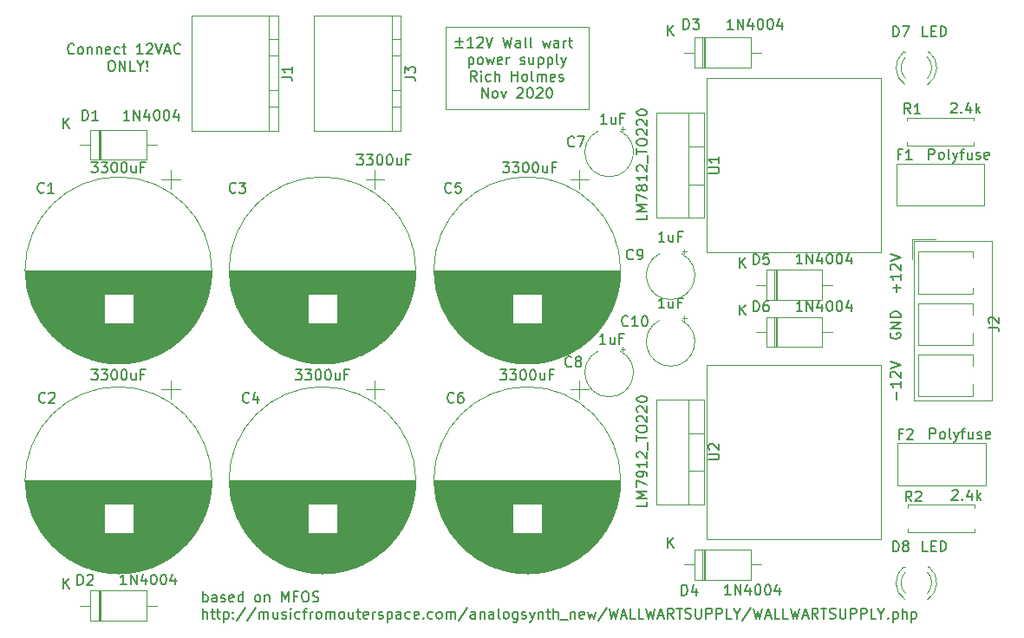
<source format=gbr>
%TF.GenerationSoftware,KiCad,Pcbnew,5.1.8-db9833491~87~ubuntu20.04.1*%
%TF.CreationDate,2020-11-17T16:53:52-05:00*%
%TF.ProjectId,mfosish_ww_supply,6d666f73-6973-4685-9f77-775f73757070,rev?*%
%TF.SameCoordinates,Original*%
%TF.FileFunction,Legend,Top*%
%TF.FilePolarity,Positive*%
%FSLAX46Y46*%
G04 Gerber Fmt 4.6, Leading zero omitted, Abs format (unit mm)*
G04 Created by KiCad (PCBNEW 5.1.8-db9833491~87~ubuntu20.04.1) date 2020-11-17 16:53:52*
%MOMM*%
%LPD*%
G01*
G04 APERTURE LIST*
%ADD10C,0.150000*%
%ADD11C,0.120000*%
G04 APERTURE END LIST*
D10*
X58738095Y-68532142D02*
X58690476Y-68579761D01*
X58547619Y-68627380D01*
X58452380Y-68627380D01*
X58309523Y-68579761D01*
X58214285Y-68484523D01*
X58166666Y-68389285D01*
X58119047Y-68198809D01*
X58119047Y-68055952D01*
X58166666Y-67865476D01*
X58214285Y-67770238D01*
X58309523Y-67675000D01*
X58452380Y-67627380D01*
X58547619Y-67627380D01*
X58690476Y-67675000D01*
X58738095Y-67722619D01*
X59309523Y-68627380D02*
X59214285Y-68579761D01*
X59166666Y-68532142D01*
X59119047Y-68436904D01*
X59119047Y-68151190D01*
X59166666Y-68055952D01*
X59214285Y-68008333D01*
X59309523Y-67960714D01*
X59452380Y-67960714D01*
X59547619Y-68008333D01*
X59595238Y-68055952D01*
X59642857Y-68151190D01*
X59642857Y-68436904D01*
X59595238Y-68532142D01*
X59547619Y-68579761D01*
X59452380Y-68627380D01*
X59309523Y-68627380D01*
X60071428Y-67960714D02*
X60071428Y-68627380D01*
X60071428Y-68055952D02*
X60119047Y-68008333D01*
X60214285Y-67960714D01*
X60357142Y-67960714D01*
X60452380Y-68008333D01*
X60500000Y-68103571D01*
X60500000Y-68627380D01*
X60976190Y-67960714D02*
X60976190Y-68627380D01*
X60976190Y-68055952D02*
X61023809Y-68008333D01*
X61119047Y-67960714D01*
X61261904Y-67960714D01*
X61357142Y-68008333D01*
X61404761Y-68103571D01*
X61404761Y-68627380D01*
X62261904Y-68579761D02*
X62166666Y-68627380D01*
X61976190Y-68627380D01*
X61880952Y-68579761D01*
X61833333Y-68484523D01*
X61833333Y-68103571D01*
X61880952Y-68008333D01*
X61976190Y-67960714D01*
X62166666Y-67960714D01*
X62261904Y-68008333D01*
X62309523Y-68103571D01*
X62309523Y-68198809D01*
X61833333Y-68294047D01*
X63166666Y-68579761D02*
X63071428Y-68627380D01*
X62880952Y-68627380D01*
X62785714Y-68579761D01*
X62738095Y-68532142D01*
X62690476Y-68436904D01*
X62690476Y-68151190D01*
X62738095Y-68055952D01*
X62785714Y-68008333D01*
X62880952Y-67960714D01*
X63071428Y-67960714D01*
X63166666Y-68008333D01*
X63452380Y-67960714D02*
X63833333Y-67960714D01*
X63595238Y-67627380D02*
X63595238Y-68484523D01*
X63642857Y-68579761D01*
X63738095Y-68627380D01*
X63833333Y-68627380D01*
X65452380Y-68627380D02*
X64880952Y-68627380D01*
X65166666Y-68627380D02*
X65166666Y-67627380D01*
X65071428Y-67770238D01*
X64976190Y-67865476D01*
X64880952Y-67913095D01*
X65833333Y-67722619D02*
X65880952Y-67675000D01*
X65976190Y-67627380D01*
X66214285Y-67627380D01*
X66309523Y-67675000D01*
X66357142Y-67722619D01*
X66404761Y-67817857D01*
X66404761Y-67913095D01*
X66357142Y-68055952D01*
X65785714Y-68627380D01*
X66404761Y-68627380D01*
X66690476Y-67627380D02*
X67023809Y-68627380D01*
X67357142Y-67627380D01*
X67642857Y-68341666D02*
X68119047Y-68341666D01*
X67547619Y-68627380D02*
X67880952Y-67627380D01*
X68214285Y-68627380D01*
X69119047Y-68532142D02*
X69071428Y-68579761D01*
X68928571Y-68627380D01*
X68833333Y-68627380D01*
X68690476Y-68579761D01*
X68595238Y-68484523D01*
X68547619Y-68389285D01*
X68500000Y-68198809D01*
X68500000Y-68055952D01*
X68547619Y-67865476D01*
X68595238Y-67770238D01*
X68690476Y-67675000D01*
X68833333Y-67627380D01*
X68928571Y-67627380D01*
X69071428Y-67675000D01*
X69119047Y-67722619D01*
X62309523Y-69277380D02*
X62500000Y-69277380D01*
X62595238Y-69325000D01*
X62690476Y-69420238D01*
X62738095Y-69610714D01*
X62738095Y-69944047D01*
X62690476Y-70134523D01*
X62595238Y-70229761D01*
X62500000Y-70277380D01*
X62309523Y-70277380D01*
X62214285Y-70229761D01*
X62119047Y-70134523D01*
X62071428Y-69944047D01*
X62071428Y-69610714D01*
X62119047Y-69420238D01*
X62214285Y-69325000D01*
X62309523Y-69277380D01*
X63166666Y-70277380D02*
X63166666Y-69277380D01*
X63738095Y-70277380D01*
X63738095Y-69277380D01*
X64690476Y-70277380D02*
X64214285Y-70277380D01*
X64214285Y-69277380D01*
X65214285Y-69801190D02*
X65214285Y-70277380D01*
X64880952Y-69277380D02*
X65214285Y-69801190D01*
X65547619Y-69277380D01*
X65880952Y-70182142D02*
X65928571Y-70229761D01*
X65880952Y-70277380D01*
X65833333Y-70229761D01*
X65880952Y-70182142D01*
X65880952Y-70277380D01*
X65880952Y-69896428D02*
X65833333Y-69325000D01*
X65880952Y-69277380D01*
X65928571Y-69325000D01*
X65880952Y-69896428D01*
X65880952Y-69277380D01*
D11*
X95000000Y-74000000D02*
X95000000Y-66000000D01*
X109000000Y-74000000D02*
X95000000Y-74000000D01*
X109000000Y-66000000D02*
X109000000Y-74000000D01*
X95000000Y-66000000D02*
X109000000Y-66000000D01*
D10*
X95976190Y-67405952D02*
X96738095Y-67405952D01*
X96357142Y-67786904D02*
X96357142Y-67025000D01*
X96738095Y-67977380D02*
X95976190Y-67977380D01*
X97738095Y-67977380D02*
X97166666Y-67977380D01*
X97452380Y-67977380D02*
X97452380Y-66977380D01*
X97357142Y-67120238D01*
X97261904Y-67215476D01*
X97166666Y-67263095D01*
X98119047Y-67072619D02*
X98166666Y-67025000D01*
X98261904Y-66977380D01*
X98500000Y-66977380D01*
X98595238Y-67025000D01*
X98642857Y-67072619D01*
X98690476Y-67167857D01*
X98690476Y-67263095D01*
X98642857Y-67405952D01*
X98071428Y-67977380D01*
X98690476Y-67977380D01*
X98976190Y-66977380D02*
X99309523Y-67977380D01*
X99642857Y-66977380D01*
X100642857Y-66977380D02*
X100880952Y-67977380D01*
X101071428Y-67263095D01*
X101261904Y-67977380D01*
X101500000Y-66977380D01*
X102309523Y-67977380D02*
X102309523Y-67453571D01*
X102261904Y-67358333D01*
X102166666Y-67310714D01*
X101976190Y-67310714D01*
X101880952Y-67358333D01*
X102309523Y-67929761D02*
X102214285Y-67977380D01*
X101976190Y-67977380D01*
X101880952Y-67929761D01*
X101833333Y-67834523D01*
X101833333Y-67739285D01*
X101880952Y-67644047D01*
X101976190Y-67596428D01*
X102214285Y-67596428D01*
X102309523Y-67548809D01*
X102928571Y-67977380D02*
X102833333Y-67929761D01*
X102785714Y-67834523D01*
X102785714Y-66977380D01*
X103452380Y-67977380D02*
X103357142Y-67929761D01*
X103309523Y-67834523D01*
X103309523Y-66977380D01*
X104500000Y-67310714D02*
X104690476Y-67977380D01*
X104880952Y-67501190D01*
X105071428Y-67977380D01*
X105261904Y-67310714D01*
X106071428Y-67977380D02*
X106071428Y-67453571D01*
X106023809Y-67358333D01*
X105928571Y-67310714D01*
X105738095Y-67310714D01*
X105642857Y-67358333D01*
X106071428Y-67929761D02*
X105976190Y-67977380D01*
X105738095Y-67977380D01*
X105642857Y-67929761D01*
X105595238Y-67834523D01*
X105595238Y-67739285D01*
X105642857Y-67644047D01*
X105738095Y-67596428D01*
X105976190Y-67596428D01*
X106071428Y-67548809D01*
X106547619Y-67977380D02*
X106547619Y-67310714D01*
X106547619Y-67501190D02*
X106595238Y-67405952D01*
X106642857Y-67358333D01*
X106738095Y-67310714D01*
X106833333Y-67310714D01*
X107023809Y-67310714D02*
X107404761Y-67310714D01*
X107166666Y-66977380D02*
X107166666Y-67834523D01*
X107214285Y-67929761D01*
X107309523Y-67977380D01*
X107404761Y-67977380D01*
X97285714Y-68960714D02*
X97285714Y-69960714D01*
X97285714Y-69008333D02*
X97380952Y-68960714D01*
X97571428Y-68960714D01*
X97666666Y-69008333D01*
X97714285Y-69055952D01*
X97761904Y-69151190D01*
X97761904Y-69436904D01*
X97714285Y-69532142D01*
X97666666Y-69579761D01*
X97571428Y-69627380D01*
X97380952Y-69627380D01*
X97285714Y-69579761D01*
X98333333Y-69627380D02*
X98238095Y-69579761D01*
X98190476Y-69532142D01*
X98142857Y-69436904D01*
X98142857Y-69151190D01*
X98190476Y-69055952D01*
X98238095Y-69008333D01*
X98333333Y-68960714D01*
X98476190Y-68960714D01*
X98571428Y-69008333D01*
X98619047Y-69055952D01*
X98666666Y-69151190D01*
X98666666Y-69436904D01*
X98619047Y-69532142D01*
X98571428Y-69579761D01*
X98476190Y-69627380D01*
X98333333Y-69627380D01*
X99000000Y-68960714D02*
X99190476Y-69627380D01*
X99380952Y-69151190D01*
X99571428Y-69627380D01*
X99761904Y-68960714D01*
X100523809Y-69579761D02*
X100428571Y-69627380D01*
X100238095Y-69627380D01*
X100142857Y-69579761D01*
X100095238Y-69484523D01*
X100095238Y-69103571D01*
X100142857Y-69008333D01*
X100238095Y-68960714D01*
X100428571Y-68960714D01*
X100523809Y-69008333D01*
X100571428Y-69103571D01*
X100571428Y-69198809D01*
X100095238Y-69294047D01*
X101000000Y-69627380D02*
X101000000Y-68960714D01*
X101000000Y-69151190D02*
X101047619Y-69055952D01*
X101095238Y-69008333D01*
X101190476Y-68960714D01*
X101285714Y-68960714D01*
X102333333Y-69579761D02*
X102428571Y-69627380D01*
X102619047Y-69627380D01*
X102714285Y-69579761D01*
X102761904Y-69484523D01*
X102761904Y-69436904D01*
X102714285Y-69341666D01*
X102619047Y-69294047D01*
X102476190Y-69294047D01*
X102380952Y-69246428D01*
X102333333Y-69151190D01*
X102333333Y-69103571D01*
X102380952Y-69008333D01*
X102476190Y-68960714D01*
X102619047Y-68960714D01*
X102714285Y-69008333D01*
X103619047Y-68960714D02*
X103619047Y-69627380D01*
X103190476Y-68960714D02*
X103190476Y-69484523D01*
X103238095Y-69579761D01*
X103333333Y-69627380D01*
X103476190Y-69627380D01*
X103571428Y-69579761D01*
X103619047Y-69532142D01*
X104095238Y-68960714D02*
X104095238Y-69960714D01*
X104095238Y-69008333D02*
X104190476Y-68960714D01*
X104380952Y-68960714D01*
X104476190Y-69008333D01*
X104523809Y-69055952D01*
X104571428Y-69151190D01*
X104571428Y-69436904D01*
X104523809Y-69532142D01*
X104476190Y-69579761D01*
X104380952Y-69627380D01*
X104190476Y-69627380D01*
X104095238Y-69579761D01*
X105000000Y-68960714D02*
X105000000Y-69960714D01*
X105000000Y-69008333D02*
X105095238Y-68960714D01*
X105285714Y-68960714D01*
X105380952Y-69008333D01*
X105428571Y-69055952D01*
X105476190Y-69151190D01*
X105476190Y-69436904D01*
X105428571Y-69532142D01*
X105380952Y-69579761D01*
X105285714Y-69627380D01*
X105095238Y-69627380D01*
X105000000Y-69579761D01*
X106047619Y-69627380D02*
X105952380Y-69579761D01*
X105904761Y-69484523D01*
X105904761Y-68627380D01*
X106333333Y-68960714D02*
X106571428Y-69627380D01*
X106809523Y-68960714D02*
X106571428Y-69627380D01*
X106476190Y-69865476D01*
X106428571Y-69913095D01*
X106333333Y-69960714D01*
X98071428Y-71277380D02*
X97738095Y-70801190D01*
X97500000Y-71277380D02*
X97500000Y-70277380D01*
X97880952Y-70277380D01*
X97976190Y-70325000D01*
X98023809Y-70372619D01*
X98071428Y-70467857D01*
X98071428Y-70610714D01*
X98023809Y-70705952D01*
X97976190Y-70753571D01*
X97880952Y-70801190D01*
X97500000Y-70801190D01*
X98500000Y-71277380D02*
X98500000Y-70610714D01*
X98500000Y-70277380D02*
X98452380Y-70325000D01*
X98500000Y-70372619D01*
X98547619Y-70325000D01*
X98500000Y-70277380D01*
X98500000Y-70372619D01*
X99404761Y-71229761D02*
X99309523Y-71277380D01*
X99119047Y-71277380D01*
X99023809Y-71229761D01*
X98976190Y-71182142D01*
X98928571Y-71086904D01*
X98928571Y-70801190D01*
X98976190Y-70705952D01*
X99023809Y-70658333D01*
X99119047Y-70610714D01*
X99309523Y-70610714D01*
X99404761Y-70658333D01*
X99833333Y-71277380D02*
X99833333Y-70277380D01*
X100261904Y-71277380D02*
X100261904Y-70753571D01*
X100214285Y-70658333D01*
X100119047Y-70610714D01*
X99976190Y-70610714D01*
X99880952Y-70658333D01*
X99833333Y-70705952D01*
X101500000Y-71277380D02*
X101500000Y-70277380D01*
X101500000Y-70753571D02*
X102071428Y-70753571D01*
X102071428Y-71277380D02*
X102071428Y-70277380D01*
X102690476Y-71277380D02*
X102595238Y-71229761D01*
X102547619Y-71182142D01*
X102500000Y-71086904D01*
X102500000Y-70801190D01*
X102547619Y-70705952D01*
X102595238Y-70658333D01*
X102690476Y-70610714D01*
X102833333Y-70610714D01*
X102928571Y-70658333D01*
X102976190Y-70705952D01*
X103023809Y-70801190D01*
X103023809Y-71086904D01*
X102976190Y-71182142D01*
X102928571Y-71229761D01*
X102833333Y-71277380D01*
X102690476Y-71277380D01*
X103595238Y-71277380D02*
X103500000Y-71229761D01*
X103452380Y-71134523D01*
X103452380Y-70277380D01*
X103976190Y-71277380D02*
X103976190Y-70610714D01*
X103976190Y-70705952D02*
X104023809Y-70658333D01*
X104119047Y-70610714D01*
X104261904Y-70610714D01*
X104357142Y-70658333D01*
X104404761Y-70753571D01*
X104404761Y-71277380D01*
X104404761Y-70753571D02*
X104452380Y-70658333D01*
X104547619Y-70610714D01*
X104690476Y-70610714D01*
X104785714Y-70658333D01*
X104833333Y-70753571D01*
X104833333Y-71277380D01*
X105690476Y-71229761D02*
X105595238Y-71277380D01*
X105404761Y-71277380D01*
X105309523Y-71229761D01*
X105261904Y-71134523D01*
X105261904Y-70753571D01*
X105309523Y-70658333D01*
X105404761Y-70610714D01*
X105595238Y-70610714D01*
X105690476Y-70658333D01*
X105738095Y-70753571D01*
X105738095Y-70848809D01*
X105261904Y-70944047D01*
X106119047Y-71229761D02*
X106214285Y-71277380D01*
X106404761Y-71277380D01*
X106500000Y-71229761D01*
X106547619Y-71134523D01*
X106547619Y-71086904D01*
X106500000Y-70991666D01*
X106404761Y-70944047D01*
X106261904Y-70944047D01*
X106166666Y-70896428D01*
X106119047Y-70801190D01*
X106119047Y-70753571D01*
X106166666Y-70658333D01*
X106261904Y-70610714D01*
X106404761Y-70610714D01*
X106500000Y-70658333D01*
X98595238Y-72927380D02*
X98595238Y-71927380D01*
X99166666Y-72927380D01*
X99166666Y-71927380D01*
X99785714Y-72927380D02*
X99690476Y-72879761D01*
X99642857Y-72832142D01*
X99595238Y-72736904D01*
X99595238Y-72451190D01*
X99642857Y-72355952D01*
X99690476Y-72308333D01*
X99785714Y-72260714D01*
X99928571Y-72260714D01*
X100023809Y-72308333D01*
X100071428Y-72355952D01*
X100119047Y-72451190D01*
X100119047Y-72736904D01*
X100071428Y-72832142D01*
X100023809Y-72879761D01*
X99928571Y-72927380D01*
X99785714Y-72927380D01*
X100452380Y-72260714D02*
X100690476Y-72927380D01*
X100928571Y-72260714D01*
X102023809Y-72022619D02*
X102071428Y-71975000D01*
X102166666Y-71927380D01*
X102404761Y-71927380D01*
X102500000Y-71975000D01*
X102547619Y-72022619D01*
X102595238Y-72117857D01*
X102595238Y-72213095D01*
X102547619Y-72355952D01*
X101976190Y-72927380D01*
X102595238Y-72927380D01*
X103214285Y-71927380D02*
X103309523Y-71927380D01*
X103404761Y-71975000D01*
X103452380Y-72022619D01*
X103500000Y-72117857D01*
X103547619Y-72308333D01*
X103547619Y-72546428D01*
X103500000Y-72736904D01*
X103452380Y-72832142D01*
X103404761Y-72879761D01*
X103309523Y-72927380D01*
X103214285Y-72927380D01*
X103119047Y-72879761D01*
X103071428Y-72832142D01*
X103023809Y-72736904D01*
X102976190Y-72546428D01*
X102976190Y-72308333D01*
X103023809Y-72117857D01*
X103071428Y-72022619D01*
X103119047Y-71975000D01*
X103214285Y-71927380D01*
X103928571Y-72022619D02*
X103976190Y-71975000D01*
X104071428Y-71927380D01*
X104309523Y-71927380D01*
X104404761Y-71975000D01*
X104452380Y-72022619D01*
X104500000Y-72117857D01*
X104500000Y-72213095D01*
X104452380Y-72355952D01*
X103880952Y-72927380D01*
X104500000Y-72927380D01*
X105119047Y-71927380D02*
X105214285Y-71927380D01*
X105309523Y-71975000D01*
X105357142Y-72022619D01*
X105404761Y-72117857D01*
X105452380Y-72308333D01*
X105452380Y-72546428D01*
X105404761Y-72736904D01*
X105357142Y-72832142D01*
X105309523Y-72879761D01*
X105214285Y-72927380D01*
X105119047Y-72927380D01*
X105023809Y-72879761D01*
X104976190Y-72832142D01*
X104928571Y-72736904D01*
X104880952Y-72546428D01*
X104880952Y-72308333D01*
X104928571Y-72117857D01*
X104976190Y-72022619D01*
X105023809Y-71975000D01*
X105119047Y-71927380D01*
D11*
X137500000Y-116000000D02*
X120500000Y-116000000D01*
X137500000Y-99000000D02*
X137500000Y-116000000D01*
X120500000Y-99000000D02*
X137500000Y-99000000D01*
X120500000Y-116000000D02*
X120500000Y-107500000D01*
X120500000Y-107500000D02*
X120500000Y-99000000D01*
D10*
X71335595Y-122127380D02*
X71335595Y-121127380D01*
X71335595Y-121508333D02*
X71430833Y-121460714D01*
X71621309Y-121460714D01*
X71716547Y-121508333D01*
X71764166Y-121555952D01*
X71811785Y-121651190D01*
X71811785Y-121936904D01*
X71764166Y-122032142D01*
X71716547Y-122079761D01*
X71621309Y-122127380D01*
X71430833Y-122127380D01*
X71335595Y-122079761D01*
X72668928Y-122127380D02*
X72668928Y-121603571D01*
X72621309Y-121508333D01*
X72526071Y-121460714D01*
X72335595Y-121460714D01*
X72240357Y-121508333D01*
X72668928Y-122079761D02*
X72573690Y-122127380D01*
X72335595Y-122127380D01*
X72240357Y-122079761D01*
X72192738Y-121984523D01*
X72192738Y-121889285D01*
X72240357Y-121794047D01*
X72335595Y-121746428D01*
X72573690Y-121746428D01*
X72668928Y-121698809D01*
X73097500Y-122079761D02*
X73192738Y-122127380D01*
X73383214Y-122127380D01*
X73478452Y-122079761D01*
X73526071Y-121984523D01*
X73526071Y-121936904D01*
X73478452Y-121841666D01*
X73383214Y-121794047D01*
X73240357Y-121794047D01*
X73145119Y-121746428D01*
X73097500Y-121651190D01*
X73097500Y-121603571D01*
X73145119Y-121508333D01*
X73240357Y-121460714D01*
X73383214Y-121460714D01*
X73478452Y-121508333D01*
X74335595Y-122079761D02*
X74240357Y-122127380D01*
X74049880Y-122127380D01*
X73954642Y-122079761D01*
X73907023Y-121984523D01*
X73907023Y-121603571D01*
X73954642Y-121508333D01*
X74049880Y-121460714D01*
X74240357Y-121460714D01*
X74335595Y-121508333D01*
X74383214Y-121603571D01*
X74383214Y-121698809D01*
X73907023Y-121794047D01*
X75240357Y-122127380D02*
X75240357Y-121127380D01*
X75240357Y-122079761D02*
X75145119Y-122127380D01*
X74954642Y-122127380D01*
X74859404Y-122079761D01*
X74811785Y-122032142D01*
X74764166Y-121936904D01*
X74764166Y-121651190D01*
X74811785Y-121555952D01*
X74859404Y-121508333D01*
X74954642Y-121460714D01*
X75145119Y-121460714D01*
X75240357Y-121508333D01*
X76621309Y-122127380D02*
X76526071Y-122079761D01*
X76478452Y-122032142D01*
X76430833Y-121936904D01*
X76430833Y-121651190D01*
X76478452Y-121555952D01*
X76526071Y-121508333D01*
X76621309Y-121460714D01*
X76764166Y-121460714D01*
X76859404Y-121508333D01*
X76907023Y-121555952D01*
X76954642Y-121651190D01*
X76954642Y-121936904D01*
X76907023Y-122032142D01*
X76859404Y-122079761D01*
X76764166Y-122127380D01*
X76621309Y-122127380D01*
X77383214Y-121460714D02*
X77383214Y-122127380D01*
X77383214Y-121555952D02*
X77430833Y-121508333D01*
X77526071Y-121460714D01*
X77668928Y-121460714D01*
X77764166Y-121508333D01*
X77811785Y-121603571D01*
X77811785Y-122127380D01*
X79049880Y-122127380D02*
X79049880Y-121127380D01*
X79383214Y-121841666D01*
X79716547Y-121127380D01*
X79716547Y-122127380D01*
X80526071Y-121603571D02*
X80192738Y-121603571D01*
X80192738Y-122127380D02*
X80192738Y-121127380D01*
X80668928Y-121127380D01*
X81240357Y-121127380D02*
X81430833Y-121127380D01*
X81526071Y-121175000D01*
X81621309Y-121270238D01*
X81668928Y-121460714D01*
X81668928Y-121794047D01*
X81621309Y-121984523D01*
X81526071Y-122079761D01*
X81430833Y-122127380D01*
X81240357Y-122127380D01*
X81145119Y-122079761D01*
X81049880Y-121984523D01*
X81002261Y-121794047D01*
X81002261Y-121460714D01*
X81049880Y-121270238D01*
X81145119Y-121175000D01*
X81240357Y-121127380D01*
X82049880Y-122079761D02*
X82192738Y-122127380D01*
X82430833Y-122127380D01*
X82526071Y-122079761D01*
X82573690Y-122032142D01*
X82621309Y-121936904D01*
X82621309Y-121841666D01*
X82573690Y-121746428D01*
X82526071Y-121698809D01*
X82430833Y-121651190D01*
X82240357Y-121603571D01*
X82145119Y-121555952D01*
X82097500Y-121508333D01*
X82049880Y-121413095D01*
X82049880Y-121317857D01*
X82097500Y-121222619D01*
X82145119Y-121175000D01*
X82240357Y-121127380D01*
X82478452Y-121127380D01*
X82621309Y-121175000D01*
X71335595Y-123777380D02*
X71335595Y-122777380D01*
X71764166Y-123777380D02*
X71764166Y-123253571D01*
X71716547Y-123158333D01*
X71621309Y-123110714D01*
X71478452Y-123110714D01*
X71383214Y-123158333D01*
X71335595Y-123205952D01*
X72097500Y-123110714D02*
X72478452Y-123110714D01*
X72240357Y-122777380D02*
X72240357Y-123634523D01*
X72287976Y-123729761D01*
X72383214Y-123777380D01*
X72478452Y-123777380D01*
X72668928Y-123110714D02*
X73049880Y-123110714D01*
X72811785Y-122777380D02*
X72811785Y-123634523D01*
X72859404Y-123729761D01*
X72954642Y-123777380D01*
X73049880Y-123777380D01*
X73383214Y-123110714D02*
X73383214Y-124110714D01*
X73383214Y-123158333D02*
X73478452Y-123110714D01*
X73668928Y-123110714D01*
X73764166Y-123158333D01*
X73811785Y-123205952D01*
X73859404Y-123301190D01*
X73859404Y-123586904D01*
X73811785Y-123682142D01*
X73764166Y-123729761D01*
X73668928Y-123777380D01*
X73478452Y-123777380D01*
X73383214Y-123729761D01*
X74287976Y-123682142D02*
X74335595Y-123729761D01*
X74287976Y-123777380D01*
X74240357Y-123729761D01*
X74287976Y-123682142D01*
X74287976Y-123777380D01*
X74287976Y-123158333D02*
X74335595Y-123205952D01*
X74287976Y-123253571D01*
X74240357Y-123205952D01*
X74287976Y-123158333D01*
X74287976Y-123253571D01*
X75478452Y-122729761D02*
X74621309Y-124015476D01*
X76526071Y-122729761D02*
X75668928Y-124015476D01*
X76859404Y-123777380D02*
X76859404Y-123110714D01*
X76859404Y-123205952D02*
X76907023Y-123158333D01*
X77002261Y-123110714D01*
X77145119Y-123110714D01*
X77240357Y-123158333D01*
X77287976Y-123253571D01*
X77287976Y-123777380D01*
X77287976Y-123253571D02*
X77335595Y-123158333D01*
X77430833Y-123110714D01*
X77573690Y-123110714D01*
X77668928Y-123158333D01*
X77716547Y-123253571D01*
X77716547Y-123777380D01*
X78621309Y-123110714D02*
X78621309Y-123777380D01*
X78192738Y-123110714D02*
X78192738Y-123634523D01*
X78240357Y-123729761D01*
X78335595Y-123777380D01*
X78478452Y-123777380D01*
X78573690Y-123729761D01*
X78621309Y-123682142D01*
X79049880Y-123729761D02*
X79145119Y-123777380D01*
X79335595Y-123777380D01*
X79430833Y-123729761D01*
X79478452Y-123634523D01*
X79478452Y-123586904D01*
X79430833Y-123491666D01*
X79335595Y-123444047D01*
X79192738Y-123444047D01*
X79097500Y-123396428D01*
X79049880Y-123301190D01*
X79049880Y-123253571D01*
X79097500Y-123158333D01*
X79192738Y-123110714D01*
X79335595Y-123110714D01*
X79430833Y-123158333D01*
X79907023Y-123777380D02*
X79907023Y-123110714D01*
X79907023Y-122777380D02*
X79859404Y-122825000D01*
X79907023Y-122872619D01*
X79954642Y-122825000D01*
X79907023Y-122777380D01*
X79907023Y-122872619D01*
X80811785Y-123729761D02*
X80716547Y-123777380D01*
X80526071Y-123777380D01*
X80430833Y-123729761D01*
X80383214Y-123682142D01*
X80335595Y-123586904D01*
X80335595Y-123301190D01*
X80383214Y-123205952D01*
X80430833Y-123158333D01*
X80526071Y-123110714D01*
X80716547Y-123110714D01*
X80811785Y-123158333D01*
X81097500Y-123110714D02*
X81478452Y-123110714D01*
X81240357Y-123777380D02*
X81240357Y-122920238D01*
X81287976Y-122825000D01*
X81383214Y-122777380D01*
X81478452Y-122777380D01*
X81811785Y-123777380D02*
X81811785Y-123110714D01*
X81811785Y-123301190D02*
X81859404Y-123205952D01*
X81907023Y-123158333D01*
X82002261Y-123110714D01*
X82097500Y-123110714D01*
X82573690Y-123777380D02*
X82478452Y-123729761D01*
X82430833Y-123682142D01*
X82383214Y-123586904D01*
X82383214Y-123301190D01*
X82430833Y-123205952D01*
X82478452Y-123158333D01*
X82573690Y-123110714D01*
X82716547Y-123110714D01*
X82811785Y-123158333D01*
X82859404Y-123205952D01*
X82907023Y-123301190D01*
X82907023Y-123586904D01*
X82859404Y-123682142D01*
X82811785Y-123729761D01*
X82716547Y-123777380D01*
X82573690Y-123777380D01*
X83335595Y-123777380D02*
X83335595Y-123110714D01*
X83335595Y-123205952D02*
X83383214Y-123158333D01*
X83478452Y-123110714D01*
X83621309Y-123110714D01*
X83716547Y-123158333D01*
X83764166Y-123253571D01*
X83764166Y-123777380D01*
X83764166Y-123253571D02*
X83811785Y-123158333D01*
X83907023Y-123110714D01*
X84049880Y-123110714D01*
X84145119Y-123158333D01*
X84192738Y-123253571D01*
X84192738Y-123777380D01*
X84811785Y-123777380D02*
X84716547Y-123729761D01*
X84668928Y-123682142D01*
X84621309Y-123586904D01*
X84621309Y-123301190D01*
X84668928Y-123205952D01*
X84716547Y-123158333D01*
X84811785Y-123110714D01*
X84954642Y-123110714D01*
X85049880Y-123158333D01*
X85097500Y-123205952D01*
X85145119Y-123301190D01*
X85145119Y-123586904D01*
X85097500Y-123682142D01*
X85049880Y-123729761D01*
X84954642Y-123777380D01*
X84811785Y-123777380D01*
X86002261Y-123110714D02*
X86002261Y-123777380D01*
X85573690Y-123110714D02*
X85573690Y-123634523D01*
X85621309Y-123729761D01*
X85716547Y-123777380D01*
X85859404Y-123777380D01*
X85954642Y-123729761D01*
X86002261Y-123682142D01*
X86335595Y-123110714D02*
X86716547Y-123110714D01*
X86478452Y-122777380D02*
X86478452Y-123634523D01*
X86526071Y-123729761D01*
X86621309Y-123777380D01*
X86716547Y-123777380D01*
X87430833Y-123729761D02*
X87335595Y-123777380D01*
X87145119Y-123777380D01*
X87049880Y-123729761D01*
X87002261Y-123634523D01*
X87002261Y-123253571D01*
X87049880Y-123158333D01*
X87145119Y-123110714D01*
X87335595Y-123110714D01*
X87430833Y-123158333D01*
X87478452Y-123253571D01*
X87478452Y-123348809D01*
X87002261Y-123444047D01*
X87907023Y-123777380D02*
X87907023Y-123110714D01*
X87907023Y-123301190D02*
X87954642Y-123205952D01*
X88002261Y-123158333D01*
X88097500Y-123110714D01*
X88192738Y-123110714D01*
X88478452Y-123729761D02*
X88573690Y-123777380D01*
X88764166Y-123777380D01*
X88859404Y-123729761D01*
X88907023Y-123634523D01*
X88907023Y-123586904D01*
X88859404Y-123491666D01*
X88764166Y-123444047D01*
X88621309Y-123444047D01*
X88526071Y-123396428D01*
X88478452Y-123301190D01*
X88478452Y-123253571D01*
X88526071Y-123158333D01*
X88621309Y-123110714D01*
X88764166Y-123110714D01*
X88859404Y-123158333D01*
X89335595Y-123110714D02*
X89335595Y-124110714D01*
X89335595Y-123158333D02*
X89430833Y-123110714D01*
X89621309Y-123110714D01*
X89716547Y-123158333D01*
X89764166Y-123205952D01*
X89811785Y-123301190D01*
X89811785Y-123586904D01*
X89764166Y-123682142D01*
X89716547Y-123729761D01*
X89621309Y-123777380D01*
X89430833Y-123777380D01*
X89335595Y-123729761D01*
X90668928Y-123777380D02*
X90668928Y-123253571D01*
X90621309Y-123158333D01*
X90526071Y-123110714D01*
X90335595Y-123110714D01*
X90240357Y-123158333D01*
X90668928Y-123729761D02*
X90573690Y-123777380D01*
X90335595Y-123777380D01*
X90240357Y-123729761D01*
X90192738Y-123634523D01*
X90192738Y-123539285D01*
X90240357Y-123444047D01*
X90335595Y-123396428D01*
X90573690Y-123396428D01*
X90668928Y-123348809D01*
X91573690Y-123729761D02*
X91478452Y-123777380D01*
X91287976Y-123777380D01*
X91192738Y-123729761D01*
X91145119Y-123682142D01*
X91097500Y-123586904D01*
X91097500Y-123301190D01*
X91145119Y-123205952D01*
X91192738Y-123158333D01*
X91287976Y-123110714D01*
X91478452Y-123110714D01*
X91573690Y-123158333D01*
X92383214Y-123729761D02*
X92287976Y-123777380D01*
X92097500Y-123777380D01*
X92002261Y-123729761D01*
X91954642Y-123634523D01*
X91954642Y-123253571D01*
X92002261Y-123158333D01*
X92097500Y-123110714D01*
X92287976Y-123110714D01*
X92383214Y-123158333D01*
X92430833Y-123253571D01*
X92430833Y-123348809D01*
X91954642Y-123444047D01*
X92859404Y-123682142D02*
X92907023Y-123729761D01*
X92859404Y-123777380D01*
X92811785Y-123729761D01*
X92859404Y-123682142D01*
X92859404Y-123777380D01*
X93764166Y-123729761D02*
X93668928Y-123777380D01*
X93478452Y-123777380D01*
X93383214Y-123729761D01*
X93335595Y-123682142D01*
X93287976Y-123586904D01*
X93287976Y-123301190D01*
X93335595Y-123205952D01*
X93383214Y-123158333D01*
X93478452Y-123110714D01*
X93668928Y-123110714D01*
X93764166Y-123158333D01*
X94335595Y-123777380D02*
X94240357Y-123729761D01*
X94192738Y-123682142D01*
X94145119Y-123586904D01*
X94145119Y-123301190D01*
X94192738Y-123205952D01*
X94240357Y-123158333D01*
X94335595Y-123110714D01*
X94478452Y-123110714D01*
X94573690Y-123158333D01*
X94621309Y-123205952D01*
X94668928Y-123301190D01*
X94668928Y-123586904D01*
X94621309Y-123682142D01*
X94573690Y-123729761D01*
X94478452Y-123777380D01*
X94335595Y-123777380D01*
X95097500Y-123777380D02*
X95097500Y-123110714D01*
X95097500Y-123205952D02*
X95145119Y-123158333D01*
X95240357Y-123110714D01*
X95383214Y-123110714D01*
X95478452Y-123158333D01*
X95526071Y-123253571D01*
X95526071Y-123777380D01*
X95526071Y-123253571D02*
X95573690Y-123158333D01*
X95668928Y-123110714D01*
X95811785Y-123110714D01*
X95907023Y-123158333D01*
X95954642Y-123253571D01*
X95954642Y-123777380D01*
X97145119Y-122729761D02*
X96287976Y-124015476D01*
X97907023Y-123777380D02*
X97907023Y-123253571D01*
X97859404Y-123158333D01*
X97764166Y-123110714D01*
X97573690Y-123110714D01*
X97478452Y-123158333D01*
X97907023Y-123729761D02*
X97811785Y-123777380D01*
X97573690Y-123777380D01*
X97478452Y-123729761D01*
X97430833Y-123634523D01*
X97430833Y-123539285D01*
X97478452Y-123444047D01*
X97573690Y-123396428D01*
X97811785Y-123396428D01*
X97907023Y-123348809D01*
X98383214Y-123110714D02*
X98383214Y-123777380D01*
X98383214Y-123205952D02*
X98430833Y-123158333D01*
X98526071Y-123110714D01*
X98668928Y-123110714D01*
X98764166Y-123158333D01*
X98811785Y-123253571D01*
X98811785Y-123777380D01*
X99716547Y-123777380D02*
X99716547Y-123253571D01*
X99668928Y-123158333D01*
X99573690Y-123110714D01*
X99383214Y-123110714D01*
X99287976Y-123158333D01*
X99716547Y-123729761D02*
X99621309Y-123777380D01*
X99383214Y-123777380D01*
X99287976Y-123729761D01*
X99240357Y-123634523D01*
X99240357Y-123539285D01*
X99287976Y-123444047D01*
X99383214Y-123396428D01*
X99621309Y-123396428D01*
X99716547Y-123348809D01*
X100335595Y-123777380D02*
X100240357Y-123729761D01*
X100192738Y-123634523D01*
X100192738Y-122777380D01*
X100859404Y-123777380D02*
X100764166Y-123729761D01*
X100716547Y-123682142D01*
X100668928Y-123586904D01*
X100668928Y-123301190D01*
X100716547Y-123205952D01*
X100764166Y-123158333D01*
X100859404Y-123110714D01*
X101002261Y-123110714D01*
X101097499Y-123158333D01*
X101145119Y-123205952D01*
X101192738Y-123301190D01*
X101192738Y-123586904D01*
X101145119Y-123682142D01*
X101097499Y-123729761D01*
X101002261Y-123777380D01*
X100859404Y-123777380D01*
X102049880Y-123110714D02*
X102049880Y-123920238D01*
X102002261Y-124015476D01*
X101954642Y-124063095D01*
X101859404Y-124110714D01*
X101716547Y-124110714D01*
X101621309Y-124063095D01*
X102049880Y-123729761D02*
X101954642Y-123777380D01*
X101764166Y-123777380D01*
X101668928Y-123729761D01*
X101621309Y-123682142D01*
X101573690Y-123586904D01*
X101573690Y-123301190D01*
X101621309Y-123205952D01*
X101668928Y-123158333D01*
X101764166Y-123110714D01*
X101954642Y-123110714D01*
X102049880Y-123158333D01*
X102478452Y-123729761D02*
X102573690Y-123777380D01*
X102764166Y-123777380D01*
X102859404Y-123729761D01*
X102907023Y-123634523D01*
X102907023Y-123586904D01*
X102859404Y-123491666D01*
X102764166Y-123444047D01*
X102621309Y-123444047D01*
X102526071Y-123396428D01*
X102478452Y-123301190D01*
X102478452Y-123253571D01*
X102526071Y-123158333D01*
X102621309Y-123110714D01*
X102764166Y-123110714D01*
X102859404Y-123158333D01*
X103240357Y-123110714D02*
X103478452Y-123777380D01*
X103716547Y-123110714D02*
X103478452Y-123777380D01*
X103383214Y-124015476D01*
X103335595Y-124063095D01*
X103240357Y-124110714D01*
X104097499Y-123110714D02*
X104097499Y-123777380D01*
X104097499Y-123205952D02*
X104145119Y-123158333D01*
X104240357Y-123110714D01*
X104383214Y-123110714D01*
X104478452Y-123158333D01*
X104526071Y-123253571D01*
X104526071Y-123777380D01*
X104859404Y-123110714D02*
X105240357Y-123110714D01*
X105002261Y-122777380D02*
X105002261Y-123634523D01*
X105049880Y-123729761D01*
X105145119Y-123777380D01*
X105240357Y-123777380D01*
X105573690Y-123777380D02*
X105573690Y-122777380D01*
X106002261Y-123777380D02*
X106002261Y-123253571D01*
X105954642Y-123158333D01*
X105859404Y-123110714D01*
X105716547Y-123110714D01*
X105621309Y-123158333D01*
X105573690Y-123205952D01*
X106240357Y-123872619D02*
X107002261Y-123872619D01*
X107240357Y-123110714D02*
X107240357Y-123777380D01*
X107240357Y-123205952D02*
X107287976Y-123158333D01*
X107383214Y-123110714D01*
X107526071Y-123110714D01*
X107621309Y-123158333D01*
X107668928Y-123253571D01*
X107668928Y-123777380D01*
X108526071Y-123729761D02*
X108430833Y-123777380D01*
X108240357Y-123777380D01*
X108145119Y-123729761D01*
X108097499Y-123634523D01*
X108097499Y-123253571D01*
X108145119Y-123158333D01*
X108240357Y-123110714D01*
X108430833Y-123110714D01*
X108526071Y-123158333D01*
X108573690Y-123253571D01*
X108573690Y-123348809D01*
X108097499Y-123444047D01*
X108907023Y-123110714D02*
X109097499Y-123777380D01*
X109287976Y-123301190D01*
X109478452Y-123777380D01*
X109668928Y-123110714D01*
X110764166Y-122729761D02*
X109907023Y-124015476D01*
X111002261Y-122777380D02*
X111240357Y-123777380D01*
X111430833Y-123063095D01*
X111621309Y-123777380D01*
X111859404Y-122777380D01*
X112192738Y-123491666D02*
X112668928Y-123491666D01*
X112097499Y-123777380D02*
X112430833Y-122777380D01*
X112764166Y-123777380D01*
X113573690Y-123777380D02*
X113097499Y-123777380D01*
X113097499Y-122777380D01*
X114383214Y-123777380D02*
X113907023Y-123777380D01*
X113907023Y-122777380D01*
X114621309Y-122777380D02*
X114859404Y-123777380D01*
X115049880Y-123063095D01*
X115240357Y-123777380D01*
X115478452Y-122777380D01*
X115811785Y-123491666D02*
X116287976Y-123491666D01*
X115716547Y-123777380D02*
X116049880Y-122777380D01*
X116383214Y-123777380D01*
X117287976Y-123777380D02*
X116954642Y-123301190D01*
X116716547Y-123777380D02*
X116716547Y-122777380D01*
X117097499Y-122777380D01*
X117192738Y-122825000D01*
X117240357Y-122872619D01*
X117287976Y-122967857D01*
X117287976Y-123110714D01*
X117240357Y-123205952D01*
X117192738Y-123253571D01*
X117097499Y-123301190D01*
X116716547Y-123301190D01*
X117573690Y-122777380D02*
X118145119Y-122777380D01*
X117859404Y-123777380D02*
X117859404Y-122777380D01*
X118430833Y-123729761D02*
X118573690Y-123777380D01*
X118811785Y-123777380D01*
X118907023Y-123729761D01*
X118954642Y-123682142D01*
X119002261Y-123586904D01*
X119002261Y-123491666D01*
X118954642Y-123396428D01*
X118907023Y-123348809D01*
X118811785Y-123301190D01*
X118621309Y-123253571D01*
X118526071Y-123205952D01*
X118478452Y-123158333D01*
X118430833Y-123063095D01*
X118430833Y-122967857D01*
X118478452Y-122872619D01*
X118526071Y-122825000D01*
X118621309Y-122777380D01*
X118859404Y-122777380D01*
X119002261Y-122825000D01*
X119430833Y-122777380D02*
X119430833Y-123586904D01*
X119478452Y-123682142D01*
X119526071Y-123729761D01*
X119621309Y-123777380D01*
X119811785Y-123777380D01*
X119907023Y-123729761D01*
X119954642Y-123682142D01*
X120002261Y-123586904D01*
X120002261Y-122777380D01*
X120478452Y-123777380D02*
X120478452Y-122777380D01*
X120859404Y-122777380D01*
X120954642Y-122825000D01*
X121002261Y-122872619D01*
X121049880Y-122967857D01*
X121049880Y-123110714D01*
X121002261Y-123205952D01*
X120954642Y-123253571D01*
X120859404Y-123301190D01*
X120478452Y-123301190D01*
X121478452Y-123777380D02*
X121478452Y-122777380D01*
X121859404Y-122777380D01*
X121954642Y-122825000D01*
X122002261Y-122872619D01*
X122049880Y-122967857D01*
X122049880Y-123110714D01*
X122002261Y-123205952D01*
X121954642Y-123253571D01*
X121859404Y-123301190D01*
X121478452Y-123301190D01*
X122954642Y-123777380D02*
X122478452Y-123777380D01*
X122478452Y-122777380D01*
X123478452Y-123301190D02*
X123478452Y-123777380D01*
X123145119Y-122777380D02*
X123478452Y-123301190D01*
X123811785Y-122777380D01*
X124859404Y-122729761D02*
X124002261Y-124015476D01*
X125097499Y-122777380D02*
X125335595Y-123777380D01*
X125526071Y-123063095D01*
X125716547Y-123777380D01*
X125954642Y-122777380D01*
X126287976Y-123491666D02*
X126764166Y-123491666D01*
X126192738Y-123777380D02*
X126526071Y-122777380D01*
X126859404Y-123777380D01*
X127668928Y-123777380D02*
X127192738Y-123777380D01*
X127192738Y-122777380D01*
X128478452Y-123777380D02*
X128002261Y-123777380D01*
X128002261Y-122777380D01*
X128716547Y-122777380D02*
X128954642Y-123777380D01*
X129145119Y-123063095D01*
X129335595Y-123777380D01*
X129573690Y-122777380D01*
X129907023Y-123491666D02*
X130383214Y-123491666D01*
X129811785Y-123777380D02*
X130145119Y-122777380D01*
X130478452Y-123777380D01*
X131383214Y-123777380D02*
X131049880Y-123301190D01*
X130811785Y-123777380D02*
X130811785Y-122777380D01*
X131192738Y-122777380D01*
X131287976Y-122825000D01*
X131335595Y-122872619D01*
X131383214Y-122967857D01*
X131383214Y-123110714D01*
X131335595Y-123205952D01*
X131287976Y-123253571D01*
X131192738Y-123301190D01*
X130811785Y-123301190D01*
X131668928Y-122777380D02*
X132240357Y-122777380D01*
X131954642Y-123777380D02*
X131954642Y-122777380D01*
X132526071Y-123729761D02*
X132668928Y-123777380D01*
X132907023Y-123777380D01*
X133002261Y-123729761D01*
X133049880Y-123682142D01*
X133097499Y-123586904D01*
X133097499Y-123491666D01*
X133049880Y-123396428D01*
X133002261Y-123348809D01*
X132907023Y-123301190D01*
X132716547Y-123253571D01*
X132621309Y-123205952D01*
X132573690Y-123158333D01*
X132526071Y-123063095D01*
X132526071Y-122967857D01*
X132573690Y-122872619D01*
X132621309Y-122825000D01*
X132716547Y-122777380D01*
X132954642Y-122777380D01*
X133097499Y-122825000D01*
X133526071Y-122777380D02*
X133526071Y-123586904D01*
X133573690Y-123682142D01*
X133621309Y-123729761D01*
X133716547Y-123777380D01*
X133907023Y-123777380D01*
X134002261Y-123729761D01*
X134049880Y-123682142D01*
X134097499Y-123586904D01*
X134097499Y-122777380D01*
X134573690Y-123777380D02*
X134573690Y-122777380D01*
X134954642Y-122777380D01*
X135049880Y-122825000D01*
X135097499Y-122872619D01*
X135145119Y-122967857D01*
X135145119Y-123110714D01*
X135097499Y-123205952D01*
X135049880Y-123253571D01*
X134954642Y-123301190D01*
X134573690Y-123301190D01*
X135573690Y-123777380D02*
X135573690Y-122777380D01*
X135954642Y-122777380D01*
X136049880Y-122825000D01*
X136097499Y-122872619D01*
X136145119Y-122967857D01*
X136145119Y-123110714D01*
X136097499Y-123205952D01*
X136049880Y-123253571D01*
X135954642Y-123301190D01*
X135573690Y-123301190D01*
X137049880Y-123777380D02*
X136573690Y-123777380D01*
X136573690Y-122777380D01*
X137573690Y-123301190D02*
X137573690Y-123777380D01*
X137240357Y-122777380D02*
X137573690Y-123301190D01*
X137907023Y-122777380D01*
X138240357Y-123682142D02*
X138287976Y-123729761D01*
X138240357Y-123777380D01*
X138192738Y-123729761D01*
X138240357Y-123682142D01*
X138240357Y-123777380D01*
X138716547Y-123110714D02*
X138716547Y-124110714D01*
X138716547Y-123158333D02*
X138811785Y-123110714D01*
X139002261Y-123110714D01*
X139097499Y-123158333D01*
X139145119Y-123205952D01*
X139192738Y-123301190D01*
X139192738Y-123586904D01*
X139145119Y-123682142D01*
X139097499Y-123729761D01*
X139002261Y-123777380D01*
X138811785Y-123777380D01*
X138716547Y-123729761D01*
X139621309Y-123777380D02*
X139621309Y-122777380D01*
X140049880Y-123777380D02*
X140049880Y-123253571D01*
X140002261Y-123158333D01*
X139907023Y-123110714D01*
X139764166Y-123110714D01*
X139668928Y-123158333D01*
X139621309Y-123205952D01*
X140526071Y-123110714D02*
X140526071Y-124110714D01*
X140526071Y-123158333D02*
X140621309Y-123110714D01*
X140811785Y-123110714D01*
X140907023Y-123158333D01*
X140954642Y-123205952D01*
X141002261Y-123301190D01*
X141002261Y-123586904D01*
X140954642Y-123682142D01*
X140907023Y-123729761D01*
X140811785Y-123777380D01*
X140621309Y-123777380D01*
X140526071Y-123729761D01*
X138500000Y-95883214D02*
X138452380Y-95978452D01*
X138452380Y-96121309D01*
X138500000Y-96264166D01*
X138595238Y-96359404D01*
X138690476Y-96407023D01*
X138880952Y-96454642D01*
X139023809Y-96454642D01*
X139214285Y-96407023D01*
X139309523Y-96359404D01*
X139404761Y-96264166D01*
X139452380Y-96121309D01*
X139452380Y-96026071D01*
X139404761Y-95883214D01*
X139357142Y-95835595D01*
X139023809Y-95835595D01*
X139023809Y-96026071D01*
X139452380Y-95407023D02*
X138452380Y-95407023D01*
X139452380Y-94835595D01*
X138452380Y-94835595D01*
X139452380Y-94359404D02*
X138452380Y-94359404D01*
X138452380Y-94121309D01*
X138500000Y-93978452D01*
X138595238Y-93883214D01*
X138690476Y-93835595D01*
X138880952Y-93787976D01*
X139023809Y-93787976D01*
X139214285Y-93835595D01*
X139309523Y-93883214D01*
X139404761Y-93978452D01*
X139452380Y-94121309D01*
X139452380Y-94359404D01*
X139071428Y-102359404D02*
X139071428Y-101597500D01*
X139452380Y-100597500D02*
X139452380Y-101168928D01*
X139452380Y-100883214D02*
X138452380Y-100883214D01*
X138595238Y-100978452D01*
X138690476Y-101073690D01*
X138738095Y-101168928D01*
X138547619Y-100216547D02*
X138500000Y-100168928D01*
X138452380Y-100073690D01*
X138452380Y-99835595D01*
X138500000Y-99740357D01*
X138547619Y-99692738D01*
X138642857Y-99645119D01*
X138738095Y-99645119D01*
X138880952Y-99692738D01*
X139452380Y-100264166D01*
X139452380Y-99645119D01*
X138452380Y-99359404D02*
X139452380Y-99026071D01*
X138452380Y-98692738D01*
X139071428Y-91859404D02*
X139071428Y-91097500D01*
X139452380Y-91478452D02*
X138690476Y-91478452D01*
X139452380Y-90097500D02*
X139452380Y-90668928D01*
X139452380Y-90383214D02*
X138452380Y-90383214D01*
X138595238Y-90478452D01*
X138690476Y-90573690D01*
X138738095Y-90668928D01*
X138547619Y-89716547D02*
X138500000Y-89668928D01*
X138452380Y-89573690D01*
X138452380Y-89335595D01*
X138500000Y-89240357D01*
X138547619Y-89192738D01*
X138642857Y-89145119D01*
X138738095Y-89145119D01*
X138880952Y-89192738D01*
X139452380Y-89764166D01*
X139452380Y-89145119D01*
X138452380Y-88859404D02*
X139452380Y-88526071D01*
X138452380Y-88192738D01*
D11*
X120500000Y-88000000D02*
X120500000Y-79500000D01*
X137500000Y-88000000D02*
X120500000Y-88000000D01*
X137500000Y-71000000D02*
X137500000Y-88000000D01*
X120500000Y-71000000D02*
X137500000Y-71000000D01*
X120500000Y-79500000D02*
X120500000Y-71000000D01*
%TO.C,J3*%
X89800000Y-73800000D02*
X90600000Y-73800000D01*
X89800000Y-72200000D02*
X90600000Y-72200000D01*
X89800000Y-68800000D02*
X90600000Y-68800000D01*
X89800000Y-67400000D02*
X89800000Y-68600000D01*
X90600000Y-67200000D02*
X89800000Y-67200000D01*
X89800000Y-64900000D02*
X89800000Y-76100000D01*
X90670000Y-64900000D02*
X90670000Y-76100000D01*
X82200000Y-76100000D02*
X90670000Y-76100000D01*
X90670000Y-64900000D02*
X82200000Y-64900000D01*
X82200000Y-64900000D02*
X82200000Y-76100000D01*
%TO.C,J1*%
X70200000Y-64900000D02*
X70200000Y-76100000D01*
X78670000Y-64900000D02*
X70200000Y-64900000D01*
X70200000Y-76100000D02*
X78670000Y-76100000D01*
X78670000Y-64900000D02*
X78670000Y-76100000D01*
X77800000Y-64900000D02*
X77800000Y-76100000D01*
X78600000Y-67200000D02*
X77800000Y-67200000D01*
X77800000Y-67400000D02*
X77800000Y-68600000D01*
X77800000Y-68800000D02*
X78600000Y-68800000D01*
X77800000Y-72200000D02*
X78600000Y-72200000D01*
X77800000Y-73800000D02*
X78600000Y-73800000D01*
%TO.C,C8*%
X112560000Y-97437712D02*
X112110000Y-97437712D01*
X112335000Y-97212712D02*
X112335000Y-97662712D01*
X109940000Y-97630260D02*
G75*
G03*
X112060000Y-97630259I1060000J-2119740D01*
G01*
%TO.C,U2*%
X120270000Y-109351000D02*
X118760000Y-109351000D01*
X120270000Y-105650000D02*
X118760000Y-105650000D01*
X118760000Y-102380000D02*
X118760000Y-112620000D01*
X120270000Y-112620000D02*
X115629000Y-112620000D01*
X120270000Y-102380000D02*
X115629000Y-102380000D01*
X115629000Y-102380000D02*
X115629000Y-112620000D01*
X120270000Y-102380000D02*
X120270000Y-112620000D01*
%TO.C,D4*%
X120140000Y-117030000D02*
X120140000Y-119970000D01*
X120380000Y-117030000D02*
X120380000Y-119970000D01*
X120260000Y-117030000D02*
X120260000Y-119970000D01*
X125820000Y-118500000D02*
X124800000Y-118500000D01*
X118340000Y-118500000D02*
X119360000Y-118500000D01*
X124800000Y-117030000D02*
X119360000Y-117030000D01*
X124800000Y-119970000D02*
X124800000Y-117030000D01*
X119360000Y-119970000D02*
X124800000Y-119970000D01*
X119360000Y-117030000D02*
X119360000Y-119970000D01*
%TO.C,C1*%
X69095000Y-80890560D02*
X67295000Y-80890560D01*
X68195000Y-79990560D02*
X68195000Y-81790560D01*
X63120000Y-98870000D02*
X63040000Y-98870000D01*
X63894000Y-98830000D02*
X62266000Y-98830000D01*
X64246000Y-98790000D02*
X61914000Y-98790000D01*
X64515000Y-98750000D02*
X61645000Y-98750000D01*
X64741000Y-98710000D02*
X61419000Y-98710000D01*
X64940000Y-98670000D02*
X61220000Y-98670000D01*
X65119000Y-98630000D02*
X61041000Y-98630000D01*
X65283000Y-98590000D02*
X60877000Y-98590000D01*
X65435000Y-98550000D02*
X60725000Y-98550000D01*
X65578000Y-98510000D02*
X60582000Y-98510000D01*
X65712000Y-98470000D02*
X60448000Y-98470000D01*
X65839000Y-98430000D02*
X60321000Y-98430000D01*
X65960000Y-98390000D02*
X60200000Y-98390000D01*
X66076000Y-98350000D02*
X60084000Y-98350000D01*
X66187000Y-98310000D02*
X59973000Y-98310000D01*
X66294000Y-98270000D02*
X59866000Y-98270000D01*
X66397000Y-98230000D02*
X59763000Y-98230000D01*
X66496000Y-98190000D02*
X59664000Y-98190000D01*
X66592000Y-98150000D02*
X59568000Y-98150000D01*
X66685000Y-98110000D02*
X59475000Y-98110000D01*
X66776000Y-98070000D02*
X59384000Y-98070000D01*
X66864000Y-98030000D02*
X59296000Y-98030000D01*
X66949000Y-97990000D02*
X59211000Y-97990000D01*
X67032000Y-97950000D02*
X59128000Y-97950000D01*
X67113000Y-97911000D02*
X59047000Y-97911000D01*
X67193000Y-97871000D02*
X58967000Y-97871000D01*
X67270000Y-97831000D02*
X58890000Y-97831000D01*
X67345000Y-97791000D02*
X58815000Y-97791000D01*
X67419000Y-97751000D02*
X58741000Y-97751000D01*
X67492000Y-97711000D02*
X58668000Y-97711000D01*
X67562000Y-97671000D02*
X58598000Y-97671000D01*
X67632000Y-97631000D02*
X58528000Y-97631000D01*
X67700000Y-97591000D02*
X58460000Y-97591000D01*
X67766000Y-97551000D02*
X58394000Y-97551000D01*
X67832000Y-97511000D02*
X58328000Y-97511000D01*
X67896000Y-97471000D02*
X58264000Y-97471000D01*
X67959000Y-97431000D02*
X58201000Y-97431000D01*
X68021000Y-97391000D02*
X58139000Y-97391000D01*
X68082000Y-97351000D02*
X58078000Y-97351000D01*
X68142000Y-97311000D02*
X58018000Y-97311000D01*
X68200000Y-97271000D02*
X57960000Y-97271000D01*
X68258000Y-97231000D02*
X57902000Y-97231000D01*
X68315000Y-97191000D02*
X57845000Y-97191000D01*
X68371000Y-97151000D02*
X57789000Y-97151000D01*
X68426000Y-97111000D02*
X57734000Y-97111000D01*
X68480000Y-97071000D02*
X57680000Y-97071000D01*
X68534000Y-97031000D02*
X57626000Y-97031000D01*
X68586000Y-96991000D02*
X57574000Y-96991000D01*
X68638000Y-96951000D02*
X57522000Y-96951000D01*
X68689000Y-96911000D02*
X57471000Y-96911000D01*
X68740000Y-96871000D02*
X57420000Y-96871000D01*
X68789000Y-96831000D02*
X57371000Y-96831000D01*
X68838000Y-96791000D02*
X57322000Y-96791000D01*
X68886000Y-96751000D02*
X57274000Y-96751000D01*
X68934000Y-96711000D02*
X57226000Y-96711000D01*
X68981000Y-96671000D02*
X57179000Y-96671000D01*
X69027000Y-96631000D02*
X57133000Y-96631000D01*
X69073000Y-96591000D02*
X57087000Y-96591000D01*
X69118000Y-96551000D02*
X57042000Y-96551000D01*
X69162000Y-96511000D02*
X56998000Y-96511000D01*
X69206000Y-96471000D02*
X56954000Y-96471000D01*
X69250000Y-96431000D02*
X56910000Y-96431000D01*
X69292000Y-96391000D02*
X56868000Y-96391000D01*
X69334000Y-96351000D02*
X56826000Y-96351000D01*
X69376000Y-96311000D02*
X56784000Y-96311000D01*
X69417000Y-96271000D02*
X56743000Y-96271000D01*
X69458000Y-96231000D02*
X56702000Y-96231000D01*
X69498000Y-96191000D02*
X56662000Y-96191000D01*
X69538000Y-96151000D02*
X56622000Y-96151000D01*
X69577000Y-96111000D02*
X56583000Y-96111000D01*
X69616000Y-96071000D02*
X56544000Y-96071000D01*
X69654000Y-96031000D02*
X56506000Y-96031000D01*
X69692000Y-95991000D02*
X56468000Y-95991000D01*
X69729000Y-95951000D02*
X56431000Y-95951000D01*
X69766000Y-95911000D02*
X56394000Y-95911000D01*
X69802000Y-95871000D02*
X56358000Y-95871000D01*
X69838000Y-95831000D02*
X56322000Y-95831000D01*
X69874000Y-95791000D02*
X56286000Y-95791000D01*
X69909000Y-95751000D02*
X56251000Y-95751000D01*
X69944000Y-95711000D02*
X56216000Y-95711000D01*
X69978000Y-95671000D02*
X56182000Y-95671000D01*
X70012000Y-95631000D02*
X56148000Y-95631000D01*
X70045000Y-95591000D02*
X56115000Y-95591000D01*
X70079000Y-95551000D02*
X56081000Y-95551000D01*
X70111000Y-95511000D02*
X56049000Y-95511000D01*
X70144000Y-95471000D02*
X56016000Y-95471000D01*
X70176000Y-95431000D02*
X55984000Y-95431000D01*
X70207000Y-95391000D02*
X55953000Y-95391000D01*
X70239000Y-95351000D02*
X55921000Y-95351000D01*
X70270000Y-95311000D02*
X55890000Y-95311000D01*
X70300000Y-95271000D02*
X55860000Y-95271000D01*
X70330000Y-95231000D02*
X55830000Y-95231000D01*
X70360000Y-95191000D02*
X55800000Y-95191000D01*
X70390000Y-95151000D02*
X55770000Y-95151000D01*
X70419000Y-95111000D02*
X55741000Y-95111000D01*
X70448000Y-95071000D02*
X55712000Y-95071000D01*
X70477000Y-95031000D02*
X55683000Y-95031000D01*
X70505000Y-94991000D02*
X55655000Y-94991000D01*
X70533000Y-94951000D02*
X55627000Y-94951000D01*
X61640000Y-94911000D02*
X55600000Y-94911000D01*
X70560000Y-94911000D02*
X64520000Y-94911000D01*
X61640000Y-94871000D02*
X55572000Y-94871000D01*
X70588000Y-94871000D02*
X64520000Y-94871000D01*
X61640000Y-94831000D02*
X55545000Y-94831000D01*
X70615000Y-94831000D02*
X64520000Y-94831000D01*
X61640000Y-94791000D02*
X55519000Y-94791000D01*
X70641000Y-94791000D02*
X64520000Y-94791000D01*
X61640000Y-94751000D02*
X55492000Y-94751000D01*
X70668000Y-94751000D02*
X64520000Y-94751000D01*
X61640000Y-94711000D02*
X55466000Y-94711000D01*
X70694000Y-94711000D02*
X64520000Y-94711000D01*
X61640000Y-94671000D02*
X55440000Y-94671000D01*
X70720000Y-94671000D02*
X64520000Y-94671000D01*
X61640000Y-94631000D02*
X55415000Y-94631000D01*
X70745000Y-94631000D02*
X64520000Y-94631000D01*
X61640000Y-94591000D02*
X55390000Y-94591000D01*
X70770000Y-94591000D02*
X64520000Y-94591000D01*
X61640000Y-94551000D02*
X55365000Y-94551000D01*
X70795000Y-94551000D02*
X64520000Y-94551000D01*
X61640000Y-94511000D02*
X55340000Y-94511000D01*
X70820000Y-94511000D02*
X64520000Y-94511000D01*
X61640000Y-94471000D02*
X55316000Y-94471000D01*
X70844000Y-94471000D02*
X64520000Y-94471000D01*
X61640000Y-94431000D02*
X55292000Y-94431000D01*
X70868000Y-94431000D02*
X64520000Y-94431000D01*
X61640000Y-94391000D02*
X55268000Y-94391000D01*
X70892000Y-94391000D02*
X64520000Y-94391000D01*
X61640000Y-94351000D02*
X55245000Y-94351000D01*
X70915000Y-94351000D02*
X64520000Y-94351000D01*
X61640000Y-94311000D02*
X55221000Y-94311000D01*
X70939000Y-94311000D02*
X64520000Y-94311000D01*
X61640000Y-94271000D02*
X55198000Y-94271000D01*
X70962000Y-94271000D02*
X64520000Y-94271000D01*
X61640000Y-94231000D02*
X55176000Y-94231000D01*
X70984000Y-94231000D02*
X64520000Y-94231000D01*
X61640000Y-94191000D02*
X55153000Y-94191000D01*
X71007000Y-94191000D02*
X64520000Y-94191000D01*
X61640000Y-94151000D02*
X55131000Y-94151000D01*
X71029000Y-94151000D02*
X64520000Y-94151000D01*
X61640000Y-94111000D02*
X55109000Y-94111000D01*
X71051000Y-94111000D02*
X64520000Y-94111000D01*
X61640000Y-94071000D02*
X55088000Y-94071000D01*
X71072000Y-94071000D02*
X64520000Y-94071000D01*
X61640000Y-94031000D02*
X55066000Y-94031000D01*
X71094000Y-94031000D02*
X64520000Y-94031000D01*
X61640000Y-93991000D02*
X55045000Y-93991000D01*
X71115000Y-93991000D02*
X64520000Y-93991000D01*
X61640000Y-93951000D02*
X55024000Y-93951000D01*
X71136000Y-93951000D02*
X64520000Y-93951000D01*
X61640000Y-93911000D02*
X55004000Y-93911000D01*
X71156000Y-93911000D02*
X64520000Y-93911000D01*
X61640000Y-93871000D02*
X54983000Y-93871000D01*
X71177000Y-93871000D02*
X64520000Y-93871000D01*
X61640000Y-93831000D02*
X54963000Y-93831000D01*
X71197000Y-93831000D02*
X64520000Y-93831000D01*
X61640000Y-93791000D02*
X54943000Y-93791000D01*
X71217000Y-93791000D02*
X64520000Y-93791000D01*
X61640000Y-93751000D02*
X54924000Y-93751000D01*
X71236000Y-93751000D02*
X64520000Y-93751000D01*
X61640000Y-93711000D02*
X54904000Y-93711000D01*
X71256000Y-93711000D02*
X64520000Y-93711000D01*
X61640000Y-93671000D02*
X54885000Y-93671000D01*
X71275000Y-93671000D02*
X64520000Y-93671000D01*
X61640000Y-93631000D02*
X54866000Y-93631000D01*
X71294000Y-93631000D02*
X64520000Y-93631000D01*
X61640000Y-93591000D02*
X54847000Y-93591000D01*
X71313000Y-93591000D02*
X64520000Y-93591000D01*
X61640000Y-93551000D02*
X54829000Y-93551000D01*
X71331000Y-93551000D02*
X64520000Y-93551000D01*
X61640000Y-93511000D02*
X54811000Y-93511000D01*
X71349000Y-93511000D02*
X64520000Y-93511000D01*
X61640000Y-93471000D02*
X54793000Y-93471000D01*
X71367000Y-93471000D02*
X64520000Y-93471000D01*
X61640000Y-93431000D02*
X54775000Y-93431000D01*
X71385000Y-93431000D02*
X64520000Y-93431000D01*
X61640000Y-93391000D02*
X54757000Y-93391000D01*
X71403000Y-93391000D02*
X64520000Y-93391000D01*
X61640000Y-93351000D02*
X54740000Y-93351000D01*
X71420000Y-93351000D02*
X64520000Y-93351000D01*
X61640000Y-93311000D02*
X54723000Y-93311000D01*
X71437000Y-93311000D02*
X64520000Y-93311000D01*
X61640000Y-93271000D02*
X54706000Y-93271000D01*
X71454000Y-93271000D02*
X64520000Y-93271000D01*
X61640000Y-93231000D02*
X54690000Y-93231000D01*
X71470000Y-93231000D02*
X64520000Y-93231000D01*
X61640000Y-93191000D02*
X54673000Y-93191000D01*
X71487000Y-93191000D02*
X64520000Y-93191000D01*
X61640000Y-93151000D02*
X54657000Y-93151000D01*
X71503000Y-93151000D02*
X64520000Y-93151000D01*
X61640000Y-93111000D02*
X54641000Y-93111000D01*
X71519000Y-93111000D02*
X64520000Y-93111000D01*
X61640000Y-93071000D02*
X54625000Y-93071000D01*
X71535000Y-93071000D02*
X64520000Y-93071000D01*
X61640000Y-93031000D02*
X54610000Y-93031000D01*
X71550000Y-93031000D02*
X64520000Y-93031000D01*
X61640000Y-92991000D02*
X54594000Y-92991000D01*
X71566000Y-92991000D02*
X64520000Y-92991000D01*
X61640000Y-92951000D02*
X54579000Y-92951000D01*
X71581000Y-92951000D02*
X64520000Y-92951000D01*
X61640000Y-92911000D02*
X54564000Y-92911000D01*
X71596000Y-92911000D02*
X64520000Y-92911000D01*
X61640000Y-92871000D02*
X54550000Y-92871000D01*
X71610000Y-92871000D02*
X64520000Y-92871000D01*
X61640000Y-92831000D02*
X54535000Y-92831000D01*
X71625000Y-92831000D02*
X64520000Y-92831000D01*
X61640000Y-92791000D02*
X54521000Y-92791000D01*
X71639000Y-92791000D02*
X64520000Y-92791000D01*
X61640000Y-92751000D02*
X54507000Y-92751000D01*
X71653000Y-92751000D02*
X64520000Y-92751000D01*
X61640000Y-92711000D02*
X54493000Y-92711000D01*
X71667000Y-92711000D02*
X64520000Y-92711000D01*
X61640000Y-92671000D02*
X54480000Y-92671000D01*
X71680000Y-92671000D02*
X64520000Y-92671000D01*
X61640000Y-92631000D02*
X54466000Y-92631000D01*
X71694000Y-92631000D02*
X64520000Y-92631000D01*
X61640000Y-92591000D02*
X54453000Y-92591000D01*
X71707000Y-92591000D02*
X64520000Y-92591000D01*
X61640000Y-92551000D02*
X54440000Y-92551000D01*
X71720000Y-92551000D02*
X64520000Y-92551000D01*
X61640000Y-92511000D02*
X54427000Y-92511000D01*
X71733000Y-92511000D02*
X64520000Y-92511000D01*
X61640000Y-92471000D02*
X54415000Y-92471000D01*
X71745000Y-92471000D02*
X64520000Y-92471000D01*
X61640000Y-92431000D02*
X54402000Y-92431000D01*
X71758000Y-92431000D02*
X64520000Y-92431000D01*
X61640000Y-92391000D02*
X54390000Y-92391000D01*
X71770000Y-92391000D02*
X64520000Y-92391000D01*
X61640000Y-92351000D02*
X54378000Y-92351000D01*
X71782000Y-92351000D02*
X64520000Y-92351000D01*
X61640000Y-92311000D02*
X54366000Y-92311000D01*
X71794000Y-92311000D02*
X64520000Y-92311000D01*
X61640000Y-92271000D02*
X54355000Y-92271000D01*
X71805000Y-92271000D02*
X64520000Y-92271000D01*
X61640000Y-92231000D02*
X54343000Y-92231000D01*
X71817000Y-92231000D02*
X64520000Y-92231000D01*
X61640000Y-92191000D02*
X54332000Y-92191000D01*
X71828000Y-92191000D02*
X64520000Y-92191000D01*
X61640000Y-92151000D02*
X54321000Y-92151000D01*
X71839000Y-92151000D02*
X64520000Y-92151000D01*
X61640000Y-92111000D02*
X54310000Y-92111000D01*
X71850000Y-92111000D02*
X64520000Y-92111000D01*
X61640000Y-92071000D02*
X54300000Y-92071000D01*
X71860000Y-92071000D02*
X64520000Y-92071000D01*
X71871000Y-92031000D02*
X54289000Y-92031000D01*
X71881000Y-91991000D02*
X54279000Y-91991000D01*
X71891000Y-91951000D02*
X54269000Y-91951000D01*
X71901000Y-91911000D02*
X54259000Y-91911000D01*
X71911000Y-91871000D02*
X54249000Y-91871000D01*
X71920000Y-91831000D02*
X54240000Y-91831000D01*
X71929000Y-91791000D02*
X54231000Y-91791000D01*
X71938000Y-91751000D02*
X54222000Y-91751000D01*
X71947000Y-91711000D02*
X54213000Y-91711000D01*
X71956000Y-91671000D02*
X54204000Y-91671000D01*
X71965000Y-91631000D02*
X54195000Y-91631000D01*
X71973000Y-91591000D02*
X54187000Y-91591000D01*
X71981000Y-91551000D02*
X54179000Y-91551000D01*
X71989000Y-91511000D02*
X54171000Y-91511000D01*
X71997000Y-91471000D02*
X54163000Y-91471000D01*
X72004000Y-91431000D02*
X54156000Y-91431000D01*
X72012000Y-91391000D02*
X54148000Y-91391000D01*
X72019000Y-91351000D02*
X54141000Y-91351000D01*
X72026000Y-91311000D02*
X54134000Y-91311000D01*
X72033000Y-91271000D02*
X54127000Y-91271000D01*
X72040000Y-91231000D02*
X54120000Y-91231000D01*
X72046000Y-91191000D02*
X54114000Y-91191000D01*
X72052000Y-91151000D02*
X54108000Y-91151000D01*
X72059000Y-91111000D02*
X54101000Y-91111000D01*
X72064000Y-91071000D02*
X54096000Y-91071000D01*
X72070000Y-91031000D02*
X54090000Y-91031000D01*
X72076000Y-90991000D02*
X54084000Y-90991000D01*
X72081000Y-90951000D02*
X54079000Y-90951000D01*
X72086000Y-90911000D02*
X54074000Y-90911000D01*
X72091000Y-90871000D02*
X54069000Y-90871000D01*
X72096000Y-90831000D02*
X54064000Y-90831000D01*
X72101000Y-90791000D02*
X54059000Y-90791000D01*
X72106000Y-90751000D02*
X54054000Y-90751000D01*
X72110000Y-90711000D02*
X54050000Y-90711000D01*
X72114000Y-90671000D02*
X54046000Y-90671000D01*
X72118000Y-90631000D02*
X54042000Y-90631000D01*
X72122000Y-90591000D02*
X54038000Y-90591000D01*
X72125000Y-90551000D02*
X54035000Y-90551000D01*
X72129000Y-90511000D02*
X54031000Y-90511000D01*
X72132000Y-90471000D02*
X54028000Y-90471000D01*
X72135000Y-90430000D02*
X54025000Y-90430000D01*
X72138000Y-90390000D02*
X54022000Y-90390000D01*
X72141000Y-90350000D02*
X54019000Y-90350000D01*
X72143000Y-90310000D02*
X54017000Y-90310000D01*
X72146000Y-90270000D02*
X54014000Y-90270000D01*
X72148000Y-90230000D02*
X54012000Y-90230000D01*
X72150000Y-90190000D02*
X54010000Y-90190000D01*
X72152000Y-90150000D02*
X54008000Y-90150000D01*
X72153000Y-90110000D02*
X54007000Y-90110000D01*
X72155000Y-90070000D02*
X54005000Y-90070000D01*
X72156000Y-90030000D02*
X54004000Y-90030000D01*
X72157000Y-89990000D02*
X54003000Y-89990000D01*
X72158000Y-89950000D02*
X54002000Y-89950000D01*
X72159000Y-89910000D02*
X54001000Y-89910000D01*
X72160000Y-89870000D02*
X54000000Y-89870000D01*
X72160000Y-89830000D02*
X54000000Y-89830000D01*
X72160000Y-89790000D02*
X54000000Y-89790000D01*
X72161000Y-89750000D02*
X53999000Y-89750000D01*
X72200000Y-89750000D02*
G75*
G03*
X72200000Y-89750000I-9120000J0D01*
G01*
%TO.C,U1*%
X120270000Y-81351000D02*
X118760000Y-81351000D01*
X120270000Y-77650000D02*
X118760000Y-77650000D01*
X118760000Y-74380000D02*
X118760000Y-84620000D01*
X120270000Y-84620000D02*
X115629000Y-84620000D01*
X120270000Y-74380000D02*
X115629000Y-74380000D01*
X115629000Y-74380000D02*
X115629000Y-84620000D01*
X120270000Y-74380000D02*
X120270000Y-84620000D01*
%TO.C,R2*%
X146720000Y-115370000D02*
X146720000Y-115040000D01*
X140180000Y-115370000D02*
X146720000Y-115370000D01*
X140180000Y-115040000D02*
X140180000Y-115370000D01*
X146720000Y-112630000D02*
X146720000Y-112960000D01*
X140180000Y-112630000D02*
X146720000Y-112630000D01*
X140180000Y-112960000D02*
X140180000Y-112630000D01*
%TO.C,R1*%
X146620000Y-77570000D02*
X146620000Y-77240000D01*
X140080000Y-77570000D02*
X146620000Y-77570000D01*
X140080000Y-77240000D02*
X140080000Y-77570000D01*
X146620000Y-74830000D02*
X146620000Y-75160000D01*
X140080000Y-74830000D02*
X146620000Y-74830000D01*
X140080000Y-75160000D02*
X140080000Y-74830000D01*
%TO.C,J2*%
X140750000Y-86900000D02*
X140750000Y-102500000D01*
X148350000Y-86900000D02*
X148350000Y-102500000D01*
X148350000Y-86900000D02*
X140750000Y-86900000D01*
X148350000Y-102500000D02*
X140750000Y-102500000D01*
X146550000Y-87950000D02*
X146550000Y-88510000D01*
X146550000Y-91490000D02*
X146550000Y-92050000D01*
X141150000Y-87950000D02*
X141150000Y-92050000D01*
X146550000Y-87950000D02*
X141150000Y-87950000D01*
X146550000Y-92050000D02*
X141150000Y-92050000D01*
X146550000Y-92950000D02*
X146550000Y-94117000D01*
X146550000Y-95884000D02*
X146550000Y-97050000D01*
X141150000Y-92950000D02*
X141150000Y-97050000D01*
X146550000Y-92950000D02*
X141150000Y-92950000D01*
X146550000Y-97050000D02*
X141150000Y-97050000D01*
X146550000Y-97950000D02*
X146550000Y-99117000D01*
X146550000Y-100884000D02*
X146550000Y-102050000D01*
X141150000Y-97950000D02*
X141150000Y-102050000D01*
X146550000Y-97950000D02*
X141150000Y-97950000D01*
X146550000Y-102050000D02*
X141150000Y-102050000D01*
X142850000Y-86700000D02*
X140550000Y-86700000D01*
X140550000Y-86700000D02*
X140550000Y-88700000D01*
%TO.C,F2*%
X147750000Y-110750000D02*
X139150000Y-110750000D01*
X147750000Y-110750000D02*
X147750000Y-106650000D01*
X139150000Y-110750000D02*
X139150000Y-106650000D01*
X147750000Y-106650000D02*
X139150000Y-106650000D01*
%TO.C,F1*%
X147650000Y-83450000D02*
X139050000Y-83450000D01*
X147650000Y-83450000D02*
X147650000Y-79350000D01*
X139050000Y-83450000D02*
X139050000Y-79350000D01*
X147650000Y-79350000D02*
X139050000Y-79350000D01*
%TO.C,D8*%
X139920000Y-118710000D02*
X139764000Y-118710000D01*
X142236000Y-118710000D02*
X142080000Y-118710000D01*
X139920163Y-121311130D02*
G75*
G02*
X139920000Y-119229039I1079837J1041130D01*
G01*
X142079837Y-121311130D02*
G75*
G03*
X142080000Y-119229039I-1079837J1041130D01*
G01*
X139921392Y-121942335D02*
G75*
G02*
X139764484Y-118710000I1078608J1672335D01*
G01*
X142078608Y-121942335D02*
G75*
G03*
X142235516Y-118710000I-1078608J1672335D01*
G01*
%TO.C,D7*%
X139920000Y-68410000D02*
X139764000Y-68410000D01*
X142236000Y-68410000D02*
X142080000Y-68410000D01*
X139920163Y-71011130D02*
G75*
G02*
X139920000Y-68929039I1079837J1041130D01*
G01*
X142079837Y-71011130D02*
G75*
G03*
X142080000Y-68929039I-1079837J1041130D01*
G01*
X139921392Y-71642335D02*
G75*
G02*
X139764484Y-68410000I1078608J1672335D01*
G01*
X142078608Y-71642335D02*
G75*
G03*
X142235516Y-68410000I-1078608J1672335D01*
G01*
%TO.C,D6*%
X127140000Y-94307712D02*
X127140000Y-97247712D01*
X127380000Y-94307712D02*
X127380000Y-97247712D01*
X127260000Y-94307712D02*
X127260000Y-97247712D01*
X132820000Y-95777712D02*
X131800000Y-95777712D01*
X125340000Y-95777712D02*
X126360000Y-95777712D01*
X131800000Y-94307712D02*
X126360000Y-94307712D01*
X131800000Y-97247712D02*
X131800000Y-94307712D01*
X126360000Y-97247712D02*
X131800000Y-97247712D01*
X126360000Y-94307712D02*
X126360000Y-97247712D01*
%TO.C,D5*%
X127140000Y-89710000D02*
X127140000Y-92650000D01*
X127380000Y-89710000D02*
X127380000Y-92650000D01*
X127260000Y-89710000D02*
X127260000Y-92650000D01*
X132820000Y-91180000D02*
X131800000Y-91180000D01*
X125340000Y-91180000D02*
X126360000Y-91180000D01*
X131800000Y-89710000D02*
X126360000Y-89710000D01*
X131800000Y-92650000D02*
X131800000Y-89710000D01*
X126360000Y-92650000D02*
X131800000Y-92650000D01*
X126360000Y-89710000D02*
X126360000Y-92650000D01*
%TO.C,D3*%
X120140000Y-67030000D02*
X120140000Y-69970000D01*
X120380000Y-67030000D02*
X120380000Y-69970000D01*
X120260000Y-67030000D02*
X120260000Y-69970000D01*
X125820000Y-68500000D02*
X124800000Y-68500000D01*
X118340000Y-68500000D02*
X119360000Y-68500000D01*
X124800000Y-67030000D02*
X119360000Y-67030000D01*
X124800000Y-69970000D02*
X124800000Y-67030000D01*
X119360000Y-69970000D02*
X124800000Y-69970000D01*
X119360000Y-67030000D02*
X119360000Y-69970000D01*
%TO.C,D2*%
X61140000Y-121030000D02*
X61140000Y-123970000D01*
X61380000Y-121030000D02*
X61380000Y-123970000D01*
X61260000Y-121030000D02*
X61260000Y-123970000D01*
X66820000Y-122500000D02*
X65800000Y-122500000D01*
X59340000Y-122500000D02*
X60360000Y-122500000D01*
X65800000Y-121030000D02*
X60360000Y-121030000D01*
X65800000Y-123970000D02*
X65800000Y-121030000D01*
X60360000Y-123970000D02*
X65800000Y-123970000D01*
X60360000Y-121030000D02*
X60360000Y-123970000D01*
%TO.C,D1*%
X61140000Y-76030000D02*
X61140000Y-78970000D01*
X61380000Y-76030000D02*
X61380000Y-78970000D01*
X61260000Y-76030000D02*
X61260000Y-78970000D01*
X66820000Y-77500000D02*
X65800000Y-77500000D01*
X59340000Y-77500000D02*
X60360000Y-77500000D01*
X65800000Y-76030000D02*
X60360000Y-76030000D01*
X65800000Y-78970000D02*
X65800000Y-76030000D01*
X60360000Y-78970000D02*
X65800000Y-78970000D01*
X60360000Y-76030000D02*
X60360000Y-78970000D01*
%TO.C,C10*%
X118560000Y-94437712D02*
X118110000Y-94437712D01*
X118335000Y-94212712D02*
X118335000Y-94662712D01*
X115940000Y-94630260D02*
G75*
G03*
X118060000Y-94630259I1060000J-2119740D01*
G01*
%TO.C,C9*%
X118560000Y-87937712D02*
X118110000Y-87937712D01*
X118335000Y-87712712D02*
X118335000Y-88162712D01*
X115940000Y-88130260D02*
G75*
G03*
X118060000Y-88130259I1060000J-2119740D01*
G01*
%TO.C,C7*%
X112560000Y-75937712D02*
X112110000Y-75937712D01*
X112335000Y-75712712D02*
X112335000Y-76162712D01*
X109940000Y-76130260D02*
G75*
G03*
X112060000Y-76130259I1060000J-2119740D01*
G01*
%TO.C,C6*%
X109015000Y-101390560D02*
X107215000Y-101390560D01*
X108115000Y-100490560D02*
X108115000Y-102290560D01*
X103040000Y-119370000D02*
X102960000Y-119370000D01*
X103814000Y-119330000D02*
X102186000Y-119330000D01*
X104166000Y-119290000D02*
X101834000Y-119290000D01*
X104435000Y-119250000D02*
X101565000Y-119250000D01*
X104661000Y-119210000D02*
X101339000Y-119210000D01*
X104860000Y-119170000D02*
X101140000Y-119170000D01*
X105039000Y-119130000D02*
X100961000Y-119130000D01*
X105203000Y-119090000D02*
X100797000Y-119090000D01*
X105355000Y-119050000D02*
X100645000Y-119050000D01*
X105498000Y-119010000D02*
X100502000Y-119010000D01*
X105632000Y-118970000D02*
X100368000Y-118970000D01*
X105759000Y-118930000D02*
X100241000Y-118930000D01*
X105880000Y-118890000D02*
X100120000Y-118890000D01*
X105996000Y-118850000D02*
X100004000Y-118850000D01*
X106107000Y-118810000D02*
X99893000Y-118810000D01*
X106214000Y-118770000D02*
X99786000Y-118770000D01*
X106317000Y-118730000D02*
X99683000Y-118730000D01*
X106416000Y-118690000D02*
X99584000Y-118690000D01*
X106512000Y-118650000D02*
X99488000Y-118650000D01*
X106605000Y-118610000D02*
X99395000Y-118610000D01*
X106696000Y-118570000D02*
X99304000Y-118570000D01*
X106784000Y-118530000D02*
X99216000Y-118530000D01*
X106869000Y-118490000D02*
X99131000Y-118490000D01*
X106952000Y-118450000D02*
X99048000Y-118450000D01*
X107033000Y-118411000D02*
X98967000Y-118411000D01*
X107113000Y-118371000D02*
X98887000Y-118371000D01*
X107190000Y-118331000D02*
X98810000Y-118331000D01*
X107265000Y-118291000D02*
X98735000Y-118291000D01*
X107339000Y-118251000D02*
X98661000Y-118251000D01*
X107412000Y-118211000D02*
X98588000Y-118211000D01*
X107482000Y-118171000D02*
X98518000Y-118171000D01*
X107552000Y-118131000D02*
X98448000Y-118131000D01*
X107620000Y-118091000D02*
X98380000Y-118091000D01*
X107686000Y-118051000D02*
X98314000Y-118051000D01*
X107752000Y-118011000D02*
X98248000Y-118011000D01*
X107816000Y-117971000D02*
X98184000Y-117971000D01*
X107879000Y-117931000D02*
X98121000Y-117931000D01*
X107941000Y-117891000D02*
X98059000Y-117891000D01*
X108002000Y-117851000D02*
X97998000Y-117851000D01*
X108062000Y-117811000D02*
X97938000Y-117811000D01*
X108120000Y-117771000D02*
X97880000Y-117771000D01*
X108178000Y-117731000D02*
X97822000Y-117731000D01*
X108235000Y-117691000D02*
X97765000Y-117691000D01*
X108291000Y-117651000D02*
X97709000Y-117651000D01*
X108346000Y-117611000D02*
X97654000Y-117611000D01*
X108400000Y-117571000D02*
X97600000Y-117571000D01*
X108454000Y-117531000D02*
X97546000Y-117531000D01*
X108506000Y-117491000D02*
X97494000Y-117491000D01*
X108558000Y-117451000D02*
X97442000Y-117451000D01*
X108609000Y-117411000D02*
X97391000Y-117411000D01*
X108660000Y-117371000D02*
X97340000Y-117371000D01*
X108709000Y-117331000D02*
X97291000Y-117331000D01*
X108758000Y-117291000D02*
X97242000Y-117291000D01*
X108806000Y-117251000D02*
X97194000Y-117251000D01*
X108854000Y-117211000D02*
X97146000Y-117211000D01*
X108901000Y-117171000D02*
X97099000Y-117171000D01*
X108947000Y-117131000D02*
X97053000Y-117131000D01*
X108993000Y-117091000D02*
X97007000Y-117091000D01*
X109038000Y-117051000D02*
X96962000Y-117051000D01*
X109082000Y-117011000D02*
X96918000Y-117011000D01*
X109126000Y-116971000D02*
X96874000Y-116971000D01*
X109170000Y-116931000D02*
X96830000Y-116931000D01*
X109212000Y-116891000D02*
X96788000Y-116891000D01*
X109254000Y-116851000D02*
X96746000Y-116851000D01*
X109296000Y-116811000D02*
X96704000Y-116811000D01*
X109337000Y-116771000D02*
X96663000Y-116771000D01*
X109378000Y-116731000D02*
X96622000Y-116731000D01*
X109418000Y-116691000D02*
X96582000Y-116691000D01*
X109458000Y-116651000D02*
X96542000Y-116651000D01*
X109497000Y-116611000D02*
X96503000Y-116611000D01*
X109536000Y-116571000D02*
X96464000Y-116571000D01*
X109574000Y-116531000D02*
X96426000Y-116531000D01*
X109612000Y-116491000D02*
X96388000Y-116491000D01*
X109649000Y-116451000D02*
X96351000Y-116451000D01*
X109686000Y-116411000D02*
X96314000Y-116411000D01*
X109722000Y-116371000D02*
X96278000Y-116371000D01*
X109758000Y-116331000D02*
X96242000Y-116331000D01*
X109794000Y-116291000D02*
X96206000Y-116291000D01*
X109829000Y-116251000D02*
X96171000Y-116251000D01*
X109864000Y-116211000D02*
X96136000Y-116211000D01*
X109898000Y-116171000D02*
X96102000Y-116171000D01*
X109932000Y-116131000D02*
X96068000Y-116131000D01*
X109965000Y-116091000D02*
X96035000Y-116091000D01*
X109999000Y-116051000D02*
X96001000Y-116051000D01*
X110031000Y-116011000D02*
X95969000Y-116011000D01*
X110064000Y-115971000D02*
X95936000Y-115971000D01*
X110096000Y-115931000D02*
X95904000Y-115931000D01*
X110127000Y-115891000D02*
X95873000Y-115891000D01*
X110159000Y-115851000D02*
X95841000Y-115851000D01*
X110190000Y-115811000D02*
X95810000Y-115811000D01*
X110220000Y-115771000D02*
X95780000Y-115771000D01*
X110250000Y-115731000D02*
X95750000Y-115731000D01*
X110280000Y-115691000D02*
X95720000Y-115691000D01*
X110310000Y-115651000D02*
X95690000Y-115651000D01*
X110339000Y-115611000D02*
X95661000Y-115611000D01*
X110368000Y-115571000D02*
X95632000Y-115571000D01*
X110397000Y-115531000D02*
X95603000Y-115531000D01*
X110425000Y-115491000D02*
X95575000Y-115491000D01*
X110453000Y-115451000D02*
X95547000Y-115451000D01*
X101560000Y-115411000D02*
X95520000Y-115411000D01*
X110480000Y-115411000D02*
X104440000Y-115411000D01*
X101560000Y-115371000D02*
X95492000Y-115371000D01*
X110508000Y-115371000D02*
X104440000Y-115371000D01*
X101560000Y-115331000D02*
X95465000Y-115331000D01*
X110535000Y-115331000D02*
X104440000Y-115331000D01*
X101560000Y-115291000D02*
X95439000Y-115291000D01*
X110561000Y-115291000D02*
X104440000Y-115291000D01*
X101560000Y-115251000D02*
X95412000Y-115251000D01*
X110588000Y-115251000D02*
X104440000Y-115251000D01*
X101560000Y-115211000D02*
X95386000Y-115211000D01*
X110614000Y-115211000D02*
X104440000Y-115211000D01*
X101560000Y-115171000D02*
X95360000Y-115171000D01*
X110640000Y-115171000D02*
X104440000Y-115171000D01*
X101560000Y-115131000D02*
X95335000Y-115131000D01*
X110665000Y-115131000D02*
X104440000Y-115131000D01*
X101560000Y-115091000D02*
X95310000Y-115091000D01*
X110690000Y-115091000D02*
X104440000Y-115091000D01*
X101560000Y-115051000D02*
X95285000Y-115051000D01*
X110715000Y-115051000D02*
X104440000Y-115051000D01*
X101560000Y-115011000D02*
X95260000Y-115011000D01*
X110740000Y-115011000D02*
X104440000Y-115011000D01*
X101560000Y-114971000D02*
X95236000Y-114971000D01*
X110764000Y-114971000D02*
X104440000Y-114971000D01*
X101560000Y-114931000D02*
X95212000Y-114931000D01*
X110788000Y-114931000D02*
X104440000Y-114931000D01*
X101560000Y-114891000D02*
X95188000Y-114891000D01*
X110812000Y-114891000D02*
X104440000Y-114891000D01*
X101560000Y-114851000D02*
X95165000Y-114851000D01*
X110835000Y-114851000D02*
X104440000Y-114851000D01*
X101560000Y-114811000D02*
X95141000Y-114811000D01*
X110859000Y-114811000D02*
X104440000Y-114811000D01*
X101560000Y-114771000D02*
X95118000Y-114771000D01*
X110882000Y-114771000D02*
X104440000Y-114771000D01*
X101560000Y-114731000D02*
X95096000Y-114731000D01*
X110904000Y-114731000D02*
X104440000Y-114731000D01*
X101560000Y-114691000D02*
X95073000Y-114691000D01*
X110927000Y-114691000D02*
X104440000Y-114691000D01*
X101560000Y-114651000D02*
X95051000Y-114651000D01*
X110949000Y-114651000D02*
X104440000Y-114651000D01*
X101560000Y-114611000D02*
X95029000Y-114611000D01*
X110971000Y-114611000D02*
X104440000Y-114611000D01*
X101560000Y-114571000D02*
X95008000Y-114571000D01*
X110992000Y-114571000D02*
X104440000Y-114571000D01*
X101560000Y-114531000D02*
X94986000Y-114531000D01*
X111014000Y-114531000D02*
X104440000Y-114531000D01*
X101560000Y-114491000D02*
X94965000Y-114491000D01*
X111035000Y-114491000D02*
X104440000Y-114491000D01*
X101560000Y-114451000D02*
X94944000Y-114451000D01*
X111056000Y-114451000D02*
X104440000Y-114451000D01*
X101560000Y-114411000D02*
X94924000Y-114411000D01*
X111076000Y-114411000D02*
X104440000Y-114411000D01*
X101560000Y-114371000D02*
X94903000Y-114371000D01*
X111097000Y-114371000D02*
X104440000Y-114371000D01*
X101560000Y-114331000D02*
X94883000Y-114331000D01*
X111117000Y-114331000D02*
X104440000Y-114331000D01*
X101560000Y-114291000D02*
X94863000Y-114291000D01*
X111137000Y-114291000D02*
X104440000Y-114291000D01*
X101560000Y-114251000D02*
X94844000Y-114251000D01*
X111156000Y-114251000D02*
X104440000Y-114251000D01*
X101560000Y-114211000D02*
X94824000Y-114211000D01*
X111176000Y-114211000D02*
X104440000Y-114211000D01*
X101560000Y-114171000D02*
X94805000Y-114171000D01*
X111195000Y-114171000D02*
X104440000Y-114171000D01*
X101560000Y-114131000D02*
X94786000Y-114131000D01*
X111214000Y-114131000D02*
X104440000Y-114131000D01*
X101560000Y-114091000D02*
X94767000Y-114091000D01*
X111233000Y-114091000D02*
X104440000Y-114091000D01*
X101560000Y-114051000D02*
X94749000Y-114051000D01*
X111251000Y-114051000D02*
X104440000Y-114051000D01*
X101560000Y-114011000D02*
X94731000Y-114011000D01*
X111269000Y-114011000D02*
X104440000Y-114011000D01*
X101560000Y-113971000D02*
X94713000Y-113971000D01*
X111287000Y-113971000D02*
X104440000Y-113971000D01*
X101560000Y-113931000D02*
X94695000Y-113931000D01*
X111305000Y-113931000D02*
X104440000Y-113931000D01*
X101560000Y-113891000D02*
X94677000Y-113891000D01*
X111323000Y-113891000D02*
X104440000Y-113891000D01*
X101560000Y-113851000D02*
X94660000Y-113851000D01*
X111340000Y-113851000D02*
X104440000Y-113851000D01*
X101560000Y-113811000D02*
X94643000Y-113811000D01*
X111357000Y-113811000D02*
X104440000Y-113811000D01*
X101560000Y-113771000D02*
X94626000Y-113771000D01*
X111374000Y-113771000D02*
X104440000Y-113771000D01*
X101560000Y-113731000D02*
X94610000Y-113731000D01*
X111390000Y-113731000D02*
X104440000Y-113731000D01*
X101560000Y-113691000D02*
X94593000Y-113691000D01*
X111407000Y-113691000D02*
X104440000Y-113691000D01*
X101560000Y-113651000D02*
X94577000Y-113651000D01*
X111423000Y-113651000D02*
X104440000Y-113651000D01*
X101560000Y-113611000D02*
X94561000Y-113611000D01*
X111439000Y-113611000D02*
X104440000Y-113611000D01*
X101560000Y-113571000D02*
X94545000Y-113571000D01*
X111455000Y-113571000D02*
X104440000Y-113571000D01*
X101560000Y-113531000D02*
X94530000Y-113531000D01*
X111470000Y-113531000D02*
X104440000Y-113531000D01*
X101560000Y-113491000D02*
X94514000Y-113491000D01*
X111486000Y-113491000D02*
X104440000Y-113491000D01*
X101560000Y-113451000D02*
X94499000Y-113451000D01*
X111501000Y-113451000D02*
X104440000Y-113451000D01*
X101560000Y-113411000D02*
X94484000Y-113411000D01*
X111516000Y-113411000D02*
X104440000Y-113411000D01*
X101560000Y-113371000D02*
X94470000Y-113371000D01*
X111530000Y-113371000D02*
X104440000Y-113371000D01*
X101560000Y-113331000D02*
X94455000Y-113331000D01*
X111545000Y-113331000D02*
X104440000Y-113331000D01*
X101560000Y-113291000D02*
X94441000Y-113291000D01*
X111559000Y-113291000D02*
X104440000Y-113291000D01*
X101560000Y-113251000D02*
X94427000Y-113251000D01*
X111573000Y-113251000D02*
X104440000Y-113251000D01*
X101560000Y-113211000D02*
X94413000Y-113211000D01*
X111587000Y-113211000D02*
X104440000Y-113211000D01*
X101560000Y-113171000D02*
X94400000Y-113171000D01*
X111600000Y-113171000D02*
X104440000Y-113171000D01*
X101560000Y-113131000D02*
X94386000Y-113131000D01*
X111614000Y-113131000D02*
X104440000Y-113131000D01*
X101560000Y-113091000D02*
X94373000Y-113091000D01*
X111627000Y-113091000D02*
X104440000Y-113091000D01*
X101560000Y-113051000D02*
X94360000Y-113051000D01*
X111640000Y-113051000D02*
X104440000Y-113051000D01*
X101560000Y-113011000D02*
X94347000Y-113011000D01*
X111653000Y-113011000D02*
X104440000Y-113011000D01*
X101560000Y-112971000D02*
X94335000Y-112971000D01*
X111665000Y-112971000D02*
X104440000Y-112971000D01*
X101560000Y-112931000D02*
X94322000Y-112931000D01*
X111678000Y-112931000D02*
X104440000Y-112931000D01*
X101560000Y-112891000D02*
X94310000Y-112891000D01*
X111690000Y-112891000D02*
X104440000Y-112891000D01*
X101560000Y-112851000D02*
X94298000Y-112851000D01*
X111702000Y-112851000D02*
X104440000Y-112851000D01*
X101560000Y-112811000D02*
X94286000Y-112811000D01*
X111714000Y-112811000D02*
X104440000Y-112811000D01*
X101560000Y-112771000D02*
X94275000Y-112771000D01*
X111725000Y-112771000D02*
X104440000Y-112771000D01*
X101560000Y-112731000D02*
X94263000Y-112731000D01*
X111737000Y-112731000D02*
X104440000Y-112731000D01*
X101560000Y-112691000D02*
X94252000Y-112691000D01*
X111748000Y-112691000D02*
X104440000Y-112691000D01*
X101560000Y-112651000D02*
X94241000Y-112651000D01*
X111759000Y-112651000D02*
X104440000Y-112651000D01*
X101560000Y-112611000D02*
X94230000Y-112611000D01*
X111770000Y-112611000D02*
X104440000Y-112611000D01*
X101560000Y-112571000D02*
X94220000Y-112571000D01*
X111780000Y-112571000D02*
X104440000Y-112571000D01*
X111791000Y-112531000D02*
X94209000Y-112531000D01*
X111801000Y-112491000D02*
X94199000Y-112491000D01*
X111811000Y-112451000D02*
X94189000Y-112451000D01*
X111821000Y-112411000D02*
X94179000Y-112411000D01*
X111831000Y-112371000D02*
X94169000Y-112371000D01*
X111840000Y-112331000D02*
X94160000Y-112331000D01*
X111849000Y-112291000D02*
X94151000Y-112291000D01*
X111858000Y-112251000D02*
X94142000Y-112251000D01*
X111867000Y-112211000D02*
X94133000Y-112211000D01*
X111876000Y-112171000D02*
X94124000Y-112171000D01*
X111885000Y-112131000D02*
X94115000Y-112131000D01*
X111893000Y-112091000D02*
X94107000Y-112091000D01*
X111901000Y-112051000D02*
X94099000Y-112051000D01*
X111909000Y-112011000D02*
X94091000Y-112011000D01*
X111917000Y-111971000D02*
X94083000Y-111971000D01*
X111924000Y-111931000D02*
X94076000Y-111931000D01*
X111932000Y-111891000D02*
X94068000Y-111891000D01*
X111939000Y-111851000D02*
X94061000Y-111851000D01*
X111946000Y-111811000D02*
X94054000Y-111811000D01*
X111953000Y-111771000D02*
X94047000Y-111771000D01*
X111960000Y-111731000D02*
X94040000Y-111731000D01*
X111966000Y-111691000D02*
X94034000Y-111691000D01*
X111972000Y-111651000D02*
X94028000Y-111651000D01*
X111979000Y-111611000D02*
X94021000Y-111611000D01*
X111984000Y-111571000D02*
X94016000Y-111571000D01*
X111990000Y-111531000D02*
X94010000Y-111531000D01*
X111996000Y-111491000D02*
X94004000Y-111491000D01*
X112001000Y-111451000D02*
X93999000Y-111451000D01*
X112006000Y-111411000D02*
X93994000Y-111411000D01*
X112011000Y-111371000D02*
X93989000Y-111371000D01*
X112016000Y-111331000D02*
X93984000Y-111331000D01*
X112021000Y-111291000D02*
X93979000Y-111291000D01*
X112026000Y-111251000D02*
X93974000Y-111251000D01*
X112030000Y-111211000D02*
X93970000Y-111211000D01*
X112034000Y-111171000D02*
X93966000Y-111171000D01*
X112038000Y-111131000D02*
X93962000Y-111131000D01*
X112042000Y-111091000D02*
X93958000Y-111091000D01*
X112045000Y-111051000D02*
X93955000Y-111051000D01*
X112049000Y-111011000D02*
X93951000Y-111011000D01*
X112052000Y-110971000D02*
X93948000Y-110971000D01*
X112055000Y-110930000D02*
X93945000Y-110930000D01*
X112058000Y-110890000D02*
X93942000Y-110890000D01*
X112061000Y-110850000D02*
X93939000Y-110850000D01*
X112063000Y-110810000D02*
X93937000Y-110810000D01*
X112066000Y-110770000D02*
X93934000Y-110770000D01*
X112068000Y-110730000D02*
X93932000Y-110730000D01*
X112070000Y-110690000D02*
X93930000Y-110690000D01*
X112072000Y-110650000D02*
X93928000Y-110650000D01*
X112073000Y-110610000D02*
X93927000Y-110610000D01*
X112075000Y-110570000D02*
X93925000Y-110570000D01*
X112076000Y-110530000D02*
X93924000Y-110530000D01*
X112077000Y-110490000D02*
X93923000Y-110490000D01*
X112078000Y-110450000D02*
X93922000Y-110450000D01*
X112079000Y-110410000D02*
X93921000Y-110410000D01*
X112080000Y-110370000D02*
X93920000Y-110370000D01*
X112080000Y-110330000D02*
X93920000Y-110330000D01*
X112080000Y-110290000D02*
X93920000Y-110290000D01*
X112081000Y-110250000D02*
X93919000Y-110250000D01*
X112120000Y-110250000D02*
G75*
G03*
X112120000Y-110250000I-9120000J0D01*
G01*
%TO.C,C5*%
X109015000Y-80890560D02*
X107215000Y-80890560D01*
X108115000Y-79990560D02*
X108115000Y-81790560D01*
X103040000Y-98870000D02*
X102960000Y-98870000D01*
X103814000Y-98830000D02*
X102186000Y-98830000D01*
X104166000Y-98790000D02*
X101834000Y-98790000D01*
X104435000Y-98750000D02*
X101565000Y-98750000D01*
X104661000Y-98710000D02*
X101339000Y-98710000D01*
X104860000Y-98670000D02*
X101140000Y-98670000D01*
X105039000Y-98630000D02*
X100961000Y-98630000D01*
X105203000Y-98590000D02*
X100797000Y-98590000D01*
X105355000Y-98550000D02*
X100645000Y-98550000D01*
X105498000Y-98510000D02*
X100502000Y-98510000D01*
X105632000Y-98470000D02*
X100368000Y-98470000D01*
X105759000Y-98430000D02*
X100241000Y-98430000D01*
X105880000Y-98390000D02*
X100120000Y-98390000D01*
X105996000Y-98350000D02*
X100004000Y-98350000D01*
X106107000Y-98310000D02*
X99893000Y-98310000D01*
X106214000Y-98270000D02*
X99786000Y-98270000D01*
X106317000Y-98230000D02*
X99683000Y-98230000D01*
X106416000Y-98190000D02*
X99584000Y-98190000D01*
X106512000Y-98150000D02*
X99488000Y-98150000D01*
X106605000Y-98110000D02*
X99395000Y-98110000D01*
X106696000Y-98070000D02*
X99304000Y-98070000D01*
X106784000Y-98030000D02*
X99216000Y-98030000D01*
X106869000Y-97990000D02*
X99131000Y-97990000D01*
X106952000Y-97950000D02*
X99048000Y-97950000D01*
X107033000Y-97911000D02*
X98967000Y-97911000D01*
X107113000Y-97871000D02*
X98887000Y-97871000D01*
X107190000Y-97831000D02*
X98810000Y-97831000D01*
X107265000Y-97791000D02*
X98735000Y-97791000D01*
X107339000Y-97751000D02*
X98661000Y-97751000D01*
X107412000Y-97711000D02*
X98588000Y-97711000D01*
X107482000Y-97671000D02*
X98518000Y-97671000D01*
X107552000Y-97631000D02*
X98448000Y-97631000D01*
X107620000Y-97591000D02*
X98380000Y-97591000D01*
X107686000Y-97551000D02*
X98314000Y-97551000D01*
X107752000Y-97511000D02*
X98248000Y-97511000D01*
X107816000Y-97471000D02*
X98184000Y-97471000D01*
X107879000Y-97431000D02*
X98121000Y-97431000D01*
X107941000Y-97391000D02*
X98059000Y-97391000D01*
X108002000Y-97351000D02*
X97998000Y-97351000D01*
X108062000Y-97311000D02*
X97938000Y-97311000D01*
X108120000Y-97271000D02*
X97880000Y-97271000D01*
X108178000Y-97231000D02*
X97822000Y-97231000D01*
X108235000Y-97191000D02*
X97765000Y-97191000D01*
X108291000Y-97151000D02*
X97709000Y-97151000D01*
X108346000Y-97111000D02*
X97654000Y-97111000D01*
X108400000Y-97071000D02*
X97600000Y-97071000D01*
X108454000Y-97031000D02*
X97546000Y-97031000D01*
X108506000Y-96991000D02*
X97494000Y-96991000D01*
X108558000Y-96951000D02*
X97442000Y-96951000D01*
X108609000Y-96911000D02*
X97391000Y-96911000D01*
X108660000Y-96871000D02*
X97340000Y-96871000D01*
X108709000Y-96831000D02*
X97291000Y-96831000D01*
X108758000Y-96791000D02*
X97242000Y-96791000D01*
X108806000Y-96751000D02*
X97194000Y-96751000D01*
X108854000Y-96711000D02*
X97146000Y-96711000D01*
X108901000Y-96671000D02*
X97099000Y-96671000D01*
X108947000Y-96631000D02*
X97053000Y-96631000D01*
X108993000Y-96591000D02*
X97007000Y-96591000D01*
X109038000Y-96551000D02*
X96962000Y-96551000D01*
X109082000Y-96511000D02*
X96918000Y-96511000D01*
X109126000Y-96471000D02*
X96874000Y-96471000D01*
X109170000Y-96431000D02*
X96830000Y-96431000D01*
X109212000Y-96391000D02*
X96788000Y-96391000D01*
X109254000Y-96351000D02*
X96746000Y-96351000D01*
X109296000Y-96311000D02*
X96704000Y-96311000D01*
X109337000Y-96271000D02*
X96663000Y-96271000D01*
X109378000Y-96231000D02*
X96622000Y-96231000D01*
X109418000Y-96191000D02*
X96582000Y-96191000D01*
X109458000Y-96151000D02*
X96542000Y-96151000D01*
X109497000Y-96111000D02*
X96503000Y-96111000D01*
X109536000Y-96071000D02*
X96464000Y-96071000D01*
X109574000Y-96031000D02*
X96426000Y-96031000D01*
X109612000Y-95991000D02*
X96388000Y-95991000D01*
X109649000Y-95951000D02*
X96351000Y-95951000D01*
X109686000Y-95911000D02*
X96314000Y-95911000D01*
X109722000Y-95871000D02*
X96278000Y-95871000D01*
X109758000Y-95831000D02*
X96242000Y-95831000D01*
X109794000Y-95791000D02*
X96206000Y-95791000D01*
X109829000Y-95751000D02*
X96171000Y-95751000D01*
X109864000Y-95711000D02*
X96136000Y-95711000D01*
X109898000Y-95671000D02*
X96102000Y-95671000D01*
X109932000Y-95631000D02*
X96068000Y-95631000D01*
X109965000Y-95591000D02*
X96035000Y-95591000D01*
X109999000Y-95551000D02*
X96001000Y-95551000D01*
X110031000Y-95511000D02*
X95969000Y-95511000D01*
X110064000Y-95471000D02*
X95936000Y-95471000D01*
X110096000Y-95431000D02*
X95904000Y-95431000D01*
X110127000Y-95391000D02*
X95873000Y-95391000D01*
X110159000Y-95351000D02*
X95841000Y-95351000D01*
X110190000Y-95311000D02*
X95810000Y-95311000D01*
X110220000Y-95271000D02*
X95780000Y-95271000D01*
X110250000Y-95231000D02*
X95750000Y-95231000D01*
X110280000Y-95191000D02*
X95720000Y-95191000D01*
X110310000Y-95151000D02*
X95690000Y-95151000D01*
X110339000Y-95111000D02*
X95661000Y-95111000D01*
X110368000Y-95071000D02*
X95632000Y-95071000D01*
X110397000Y-95031000D02*
X95603000Y-95031000D01*
X110425000Y-94991000D02*
X95575000Y-94991000D01*
X110453000Y-94951000D02*
X95547000Y-94951000D01*
X101560000Y-94911000D02*
X95520000Y-94911000D01*
X110480000Y-94911000D02*
X104440000Y-94911000D01*
X101560000Y-94871000D02*
X95492000Y-94871000D01*
X110508000Y-94871000D02*
X104440000Y-94871000D01*
X101560000Y-94831000D02*
X95465000Y-94831000D01*
X110535000Y-94831000D02*
X104440000Y-94831000D01*
X101560000Y-94791000D02*
X95439000Y-94791000D01*
X110561000Y-94791000D02*
X104440000Y-94791000D01*
X101560000Y-94751000D02*
X95412000Y-94751000D01*
X110588000Y-94751000D02*
X104440000Y-94751000D01*
X101560000Y-94711000D02*
X95386000Y-94711000D01*
X110614000Y-94711000D02*
X104440000Y-94711000D01*
X101560000Y-94671000D02*
X95360000Y-94671000D01*
X110640000Y-94671000D02*
X104440000Y-94671000D01*
X101560000Y-94631000D02*
X95335000Y-94631000D01*
X110665000Y-94631000D02*
X104440000Y-94631000D01*
X101560000Y-94591000D02*
X95310000Y-94591000D01*
X110690000Y-94591000D02*
X104440000Y-94591000D01*
X101560000Y-94551000D02*
X95285000Y-94551000D01*
X110715000Y-94551000D02*
X104440000Y-94551000D01*
X101560000Y-94511000D02*
X95260000Y-94511000D01*
X110740000Y-94511000D02*
X104440000Y-94511000D01*
X101560000Y-94471000D02*
X95236000Y-94471000D01*
X110764000Y-94471000D02*
X104440000Y-94471000D01*
X101560000Y-94431000D02*
X95212000Y-94431000D01*
X110788000Y-94431000D02*
X104440000Y-94431000D01*
X101560000Y-94391000D02*
X95188000Y-94391000D01*
X110812000Y-94391000D02*
X104440000Y-94391000D01*
X101560000Y-94351000D02*
X95165000Y-94351000D01*
X110835000Y-94351000D02*
X104440000Y-94351000D01*
X101560000Y-94311000D02*
X95141000Y-94311000D01*
X110859000Y-94311000D02*
X104440000Y-94311000D01*
X101560000Y-94271000D02*
X95118000Y-94271000D01*
X110882000Y-94271000D02*
X104440000Y-94271000D01*
X101560000Y-94231000D02*
X95096000Y-94231000D01*
X110904000Y-94231000D02*
X104440000Y-94231000D01*
X101560000Y-94191000D02*
X95073000Y-94191000D01*
X110927000Y-94191000D02*
X104440000Y-94191000D01*
X101560000Y-94151000D02*
X95051000Y-94151000D01*
X110949000Y-94151000D02*
X104440000Y-94151000D01*
X101560000Y-94111000D02*
X95029000Y-94111000D01*
X110971000Y-94111000D02*
X104440000Y-94111000D01*
X101560000Y-94071000D02*
X95008000Y-94071000D01*
X110992000Y-94071000D02*
X104440000Y-94071000D01*
X101560000Y-94031000D02*
X94986000Y-94031000D01*
X111014000Y-94031000D02*
X104440000Y-94031000D01*
X101560000Y-93991000D02*
X94965000Y-93991000D01*
X111035000Y-93991000D02*
X104440000Y-93991000D01*
X101560000Y-93951000D02*
X94944000Y-93951000D01*
X111056000Y-93951000D02*
X104440000Y-93951000D01*
X101560000Y-93911000D02*
X94924000Y-93911000D01*
X111076000Y-93911000D02*
X104440000Y-93911000D01*
X101560000Y-93871000D02*
X94903000Y-93871000D01*
X111097000Y-93871000D02*
X104440000Y-93871000D01*
X101560000Y-93831000D02*
X94883000Y-93831000D01*
X111117000Y-93831000D02*
X104440000Y-93831000D01*
X101560000Y-93791000D02*
X94863000Y-93791000D01*
X111137000Y-93791000D02*
X104440000Y-93791000D01*
X101560000Y-93751000D02*
X94844000Y-93751000D01*
X111156000Y-93751000D02*
X104440000Y-93751000D01*
X101560000Y-93711000D02*
X94824000Y-93711000D01*
X111176000Y-93711000D02*
X104440000Y-93711000D01*
X101560000Y-93671000D02*
X94805000Y-93671000D01*
X111195000Y-93671000D02*
X104440000Y-93671000D01*
X101560000Y-93631000D02*
X94786000Y-93631000D01*
X111214000Y-93631000D02*
X104440000Y-93631000D01*
X101560000Y-93591000D02*
X94767000Y-93591000D01*
X111233000Y-93591000D02*
X104440000Y-93591000D01*
X101560000Y-93551000D02*
X94749000Y-93551000D01*
X111251000Y-93551000D02*
X104440000Y-93551000D01*
X101560000Y-93511000D02*
X94731000Y-93511000D01*
X111269000Y-93511000D02*
X104440000Y-93511000D01*
X101560000Y-93471000D02*
X94713000Y-93471000D01*
X111287000Y-93471000D02*
X104440000Y-93471000D01*
X101560000Y-93431000D02*
X94695000Y-93431000D01*
X111305000Y-93431000D02*
X104440000Y-93431000D01*
X101560000Y-93391000D02*
X94677000Y-93391000D01*
X111323000Y-93391000D02*
X104440000Y-93391000D01*
X101560000Y-93351000D02*
X94660000Y-93351000D01*
X111340000Y-93351000D02*
X104440000Y-93351000D01*
X101560000Y-93311000D02*
X94643000Y-93311000D01*
X111357000Y-93311000D02*
X104440000Y-93311000D01*
X101560000Y-93271000D02*
X94626000Y-93271000D01*
X111374000Y-93271000D02*
X104440000Y-93271000D01*
X101560000Y-93231000D02*
X94610000Y-93231000D01*
X111390000Y-93231000D02*
X104440000Y-93231000D01*
X101560000Y-93191000D02*
X94593000Y-93191000D01*
X111407000Y-93191000D02*
X104440000Y-93191000D01*
X101560000Y-93151000D02*
X94577000Y-93151000D01*
X111423000Y-93151000D02*
X104440000Y-93151000D01*
X101560000Y-93111000D02*
X94561000Y-93111000D01*
X111439000Y-93111000D02*
X104440000Y-93111000D01*
X101560000Y-93071000D02*
X94545000Y-93071000D01*
X111455000Y-93071000D02*
X104440000Y-93071000D01*
X101560000Y-93031000D02*
X94530000Y-93031000D01*
X111470000Y-93031000D02*
X104440000Y-93031000D01*
X101560000Y-92991000D02*
X94514000Y-92991000D01*
X111486000Y-92991000D02*
X104440000Y-92991000D01*
X101560000Y-92951000D02*
X94499000Y-92951000D01*
X111501000Y-92951000D02*
X104440000Y-92951000D01*
X101560000Y-92911000D02*
X94484000Y-92911000D01*
X111516000Y-92911000D02*
X104440000Y-92911000D01*
X101560000Y-92871000D02*
X94470000Y-92871000D01*
X111530000Y-92871000D02*
X104440000Y-92871000D01*
X101560000Y-92831000D02*
X94455000Y-92831000D01*
X111545000Y-92831000D02*
X104440000Y-92831000D01*
X101560000Y-92791000D02*
X94441000Y-92791000D01*
X111559000Y-92791000D02*
X104440000Y-92791000D01*
X101560000Y-92751000D02*
X94427000Y-92751000D01*
X111573000Y-92751000D02*
X104440000Y-92751000D01*
X101560000Y-92711000D02*
X94413000Y-92711000D01*
X111587000Y-92711000D02*
X104440000Y-92711000D01*
X101560000Y-92671000D02*
X94400000Y-92671000D01*
X111600000Y-92671000D02*
X104440000Y-92671000D01*
X101560000Y-92631000D02*
X94386000Y-92631000D01*
X111614000Y-92631000D02*
X104440000Y-92631000D01*
X101560000Y-92591000D02*
X94373000Y-92591000D01*
X111627000Y-92591000D02*
X104440000Y-92591000D01*
X101560000Y-92551000D02*
X94360000Y-92551000D01*
X111640000Y-92551000D02*
X104440000Y-92551000D01*
X101560000Y-92511000D02*
X94347000Y-92511000D01*
X111653000Y-92511000D02*
X104440000Y-92511000D01*
X101560000Y-92471000D02*
X94335000Y-92471000D01*
X111665000Y-92471000D02*
X104440000Y-92471000D01*
X101560000Y-92431000D02*
X94322000Y-92431000D01*
X111678000Y-92431000D02*
X104440000Y-92431000D01*
X101560000Y-92391000D02*
X94310000Y-92391000D01*
X111690000Y-92391000D02*
X104440000Y-92391000D01*
X101560000Y-92351000D02*
X94298000Y-92351000D01*
X111702000Y-92351000D02*
X104440000Y-92351000D01*
X101560000Y-92311000D02*
X94286000Y-92311000D01*
X111714000Y-92311000D02*
X104440000Y-92311000D01*
X101560000Y-92271000D02*
X94275000Y-92271000D01*
X111725000Y-92271000D02*
X104440000Y-92271000D01*
X101560000Y-92231000D02*
X94263000Y-92231000D01*
X111737000Y-92231000D02*
X104440000Y-92231000D01*
X101560000Y-92191000D02*
X94252000Y-92191000D01*
X111748000Y-92191000D02*
X104440000Y-92191000D01*
X101560000Y-92151000D02*
X94241000Y-92151000D01*
X111759000Y-92151000D02*
X104440000Y-92151000D01*
X101560000Y-92111000D02*
X94230000Y-92111000D01*
X111770000Y-92111000D02*
X104440000Y-92111000D01*
X101560000Y-92071000D02*
X94220000Y-92071000D01*
X111780000Y-92071000D02*
X104440000Y-92071000D01*
X111791000Y-92031000D02*
X94209000Y-92031000D01*
X111801000Y-91991000D02*
X94199000Y-91991000D01*
X111811000Y-91951000D02*
X94189000Y-91951000D01*
X111821000Y-91911000D02*
X94179000Y-91911000D01*
X111831000Y-91871000D02*
X94169000Y-91871000D01*
X111840000Y-91831000D02*
X94160000Y-91831000D01*
X111849000Y-91791000D02*
X94151000Y-91791000D01*
X111858000Y-91751000D02*
X94142000Y-91751000D01*
X111867000Y-91711000D02*
X94133000Y-91711000D01*
X111876000Y-91671000D02*
X94124000Y-91671000D01*
X111885000Y-91631000D02*
X94115000Y-91631000D01*
X111893000Y-91591000D02*
X94107000Y-91591000D01*
X111901000Y-91551000D02*
X94099000Y-91551000D01*
X111909000Y-91511000D02*
X94091000Y-91511000D01*
X111917000Y-91471000D02*
X94083000Y-91471000D01*
X111924000Y-91431000D02*
X94076000Y-91431000D01*
X111932000Y-91391000D02*
X94068000Y-91391000D01*
X111939000Y-91351000D02*
X94061000Y-91351000D01*
X111946000Y-91311000D02*
X94054000Y-91311000D01*
X111953000Y-91271000D02*
X94047000Y-91271000D01*
X111960000Y-91231000D02*
X94040000Y-91231000D01*
X111966000Y-91191000D02*
X94034000Y-91191000D01*
X111972000Y-91151000D02*
X94028000Y-91151000D01*
X111979000Y-91111000D02*
X94021000Y-91111000D01*
X111984000Y-91071000D02*
X94016000Y-91071000D01*
X111990000Y-91031000D02*
X94010000Y-91031000D01*
X111996000Y-90991000D02*
X94004000Y-90991000D01*
X112001000Y-90951000D02*
X93999000Y-90951000D01*
X112006000Y-90911000D02*
X93994000Y-90911000D01*
X112011000Y-90871000D02*
X93989000Y-90871000D01*
X112016000Y-90831000D02*
X93984000Y-90831000D01*
X112021000Y-90791000D02*
X93979000Y-90791000D01*
X112026000Y-90751000D02*
X93974000Y-90751000D01*
X112030000Y-90711000D02*
X93970000Y-90711000D01*
X112034000Y-90671000D02*
X93966000Y-90671000D01*
X112038000Y-90631000D02*
X93962000Y-90631000D01*
X112042000Y-90591000D02*
X93958000Y-90591000D01*
X112045000Y-90551000D02*
X93955000Y-90551000D01*
X112049000Y-90511000D02*
X93951000Y-90511000D01*
X112052000Y-90471000D02*
X93948000Y-90471000D01*
X112055000Y-90430000D02*
X93945000Y-90430000D01*
X112058000Y-90390000D02*
X93942000Y-90390000D01*
X112061000Y-90350000D02*
X93939000Y-90350000D01*
X112063000Y-90310000D02*
X93937000Y-90310000D01*
X112066000Y-90270000D02*
X93934000Y-90270000D01*
X112068000Y-90230000D02*
X93932000Y-90230000D01*
X112070000Y-90190000D02*
X93930000Y-90190000D01*
X112072000Y-90150000D02*
X93928000Y-90150000D01*
X112073000Y-90110000D02*
X93927000Y-90110000D01*
X112075000Y-90070000D02*
X93925000Y-90070000D01*
X112076000Y-90030000D02*
X93924000Y-90030000D01*
X112077000Y-89990000D02*
X93923000Y-89990000D01*
X112078000Y-89950000D02*
X93922000Y-89950000D01*
X112079000Y-89910000D02*
X93921000Y-89910000D01*
X112080000Y-89870000D02*
X93920000Y-89870000D01*
X112080000Y-89830000D02*
X93920000Y-89830000D01*
X112080000Y-89790000D02*
X93920000Y-89790000D01*
X112081000Y-89750000D02*
X93919000Y-89750000D01*
X112120000Y-89750000D02*
G75*
G03*
X112120000Y-89750000I-9120000J0D01*
G01*
%TO.C,C4*%
X89015000Y-101390560D02*
X87215000Y-101390560D01*
X88115000Y-100490560D02*
X88115000Y-102290560D01*
X83040000Y-119370000D02*
X82960000Y-119370000D01*
X83814000Y-119330000D02*
X82186000Y-119330000D01*
X84166000Y-119290000D02*
X81834000Y-119290000D01*
X84435000Y-119250000D02*
X81565000Y-119250000D01*
X84661000Y-119210000D02*
X81339000Y-119210000D01*
X84860000Y-119170000D02*
X81140000Y-119170000D01*
X85039000Y-119130000D02*
X80961000Y-119130000D01*
X85203000Y-119090000D02*
X80797000Y-119090000D01*
X85355000Y-119050000D02*
X80645000Y-119050000D01*
X85498000Y-119010000D02*
X80502000Y-119010000D01*
X85632000Y-118970000D02*
X80368000Y-118970000D01*
X85759000Y-118930000D02*
X80241000Y-118930000D01*
X85880000Y-118890000D02*
X80120000Y-118890000D01*
X85996000Y-118850000D02*
X80004000Y-118850000D01*
X86107000Y-118810000D02*
X79893000Y-118810000D01*
X86214000Y-118770000D02*
X79786000Y-118770000D01*
X86317000Y-118730000D02*
X79683000Y-118730000D01*
X86416000Y-118690000D02*
X79584000Y-118690000D01*
X86512000Y-118650000D02*
X79488000Y-118650000D01*
X86605000Y-118610000D02*
X79395000Y-118610000D01*
X86696000Y-118570000D02*
X79304000Y-118570000D01*
X86784000Y-118530000D02*
X79216000Y-118530000D01*
X86869000Y-118490000D02*
X79131000Y-118490000D01*
X86952000Y-118450000D02*
X79048000Y-118450000D01*
X87033000Y-118411000D02*
X78967000Y-118411000D01*
X87113000Y-118371000D02*
X78887000Y-118371000D01*
X87190000Y-118331000D02*
X78810000Y-118331000D01*
X87265000Y-118291000D02*
X78735000Y-118291000D01*
X87339000Y-118251000D02*
X78661000Y-118251000D01*
X87412000Y-118211000D02*
X78588000Y-118211000D01*
X87482000Y-118171000D02*
X78518000Y-118171000D01*
X87552000Y-118131000D02*
X78448000Y-118131000D01*
X87620000Y-118091000D02*
X78380000Y-118091000D01*
X87686000Y-118051000D02*
X78314000Y-118051000D01*
X87752000Y-118011000D02*
X78248000Y-118011000D01*
X87816000Y-117971000D02*
X78184000Y-117971000D01*
X87879000Y-117931000D02*
X78121000Y-117931000D01*
X87941000Y-117891000D02*
X78059000Y-117891000D01*
X88002000Y-117851000D02*
X77998000Y-117851000D01*
X88062000Y-117811000D02*
X77938000Y-117811000D01*
X88120000Y-117771000D02*
X77880000Y-117771000D01*
X88178000Y-117731000D02*
X77822000Y-117731000D01*
X88235000Y-117691000D02*
X77765000Y-117691000D01*
X88291000Y-117651000D02*
X77709000Y-117651000D01*
X88346000Y-117611000D02*
X77654000Y-117611000D01*
X88400000Y-117571000D02*
X77600000Y-117571000D01*
X88454000Y-117531000D02*
X77546000Y-117531000D01*
X88506000Y-117491000D02*
X77494000Y-117491000D01*
X88558000Y-117451000D02*
X77442000Y-117451000D01*
X88609000Y-117411000D02*
X77391000Y-117411000D01*
X88660000Y-117371000D02*
X77340000Y-117371000D01*
X88709000Y-117331000D02*
X77291000Y-117331000D01*
X88758000Y-117291000D02*
X77242000Y-117291000D01*
X88806000Y-117251000D02*
X77194000Y-117251000D01*
X88854000Y-117211000D02*
X77146000Y-117211000D01*
X88901000Y-117171000D02*
X77099000Y-117171000D01*
X88947000Y-117131000D02*
X77053000Y-117131000D01*
X88993000Y-117091000D02*
X77007000Y-117091000D01*
X89038000Y-117051000D02*
X76962000Y-117051000D01*
X89082000Y-117011000D02*
X76918000Y-117011000D01*
X89126000Y-116971000D02*
X76874000Y-116971000D01*
X89170000Y-116931000D02*
X76830000Y-116931000D01*
X89212000Y-116891000D02*
X76788000Y-116891000D01*
X89254000Y-116851000D02*
X76746000Y-116851000D01*
X89296000Y-116811000D02*
X76704000Y-116811000D01*
X89337000Y-116771000D02*
X76663000Y-116771000D01*
X89378000Y-116731000D02*
X76622000Y-116731000D01*
X89418000Y-116691000D02*
X76582000Y-116691000D01*
X89458000Y-116651000D02*
X76542000Y-116651000D01*
X89497000Y-116611000D02*
X76503000Y-116611000D01*
X89536000Y-116571000D02*
X76464000Y-116571000D01*
X89574000Y-116531000D02*
X76426000Y-116531000D01*
X89612000Y-116491000D02*
X76388000Y-116491000D01*
X89649000Y-116451000D02*
X76351000Y-116451000D01*
X89686000Y-116411000D02*
X76314000Y-116411000D01*
X89722000Y-116371000D02*
X76278000Y-116371000D01*
X89758000Y-116331000D02*
X76242000Y-116331000D01*
X89794000Y-116291000D02*
X76206000Y-116291000D01*
X89829000Y-116251000D02*
X76171000Y-116251000D01*
X89864000Y-116211000D02*
X76136000Y-116211000D01*
X89898000Y-116171000D02*
X76102000Y-116171000D01*
X89932000Y-116131000D02*
X76068000Y-116131000D01*
X89965000Y-116091000D02*
X76035000Y-116091000D01*
X89999000Y-116051000D02*
X76001000Y-116051000D01*
X90031000Y-116011000D02*
X75969000Y-116011000D01*
X90064000Y-115971000D02*
X75936000Y-115971000D01*
X90096000Y-115931000D02*
X75904000Y-115931000D01*
X90127000Y-115891000D02*
X75873000Y-115891000D01*
X90159000Y-115851000D02*
X75841000Y-115851000D01*
X90190000Y-115811000D02*
X75810000Y-115811000D01*
X90220000Y-115771000D02*
X75780000Y-115771000D01*
X90250000Y-115731000D02*
X75750000Y-115731000D01*
X90280000Y-115691000D02*
X75720000Y-115691000D01*
X90310000Y-115651000D02*
X75690000Y-115651000D01*
X90339000Y-115611000D02*
X75661000Y-115611000D01*
X90368000Y-115571000D02*
X75632000Y-115571000D01*
X90397000Y-115531000D02*
X75603000Y-115531000D01*
X90425000Y-115491000D02*
X75575000Y-115491000D01*
X90453000Y-115451000D02*
X75547000Y-115451000D01*
X81560000Y-115411000D02*
X75520000Y-115411000D01*
X90480000Y-115411000D02*
X84440000Y-115411000D01*
X81560000Y-115371000D02*
X75492000Y-115371000D01*
X90508000Y-115371000D02*
X84440000Y-115371000D01*
X81560000Y-115331000D02*
X75465000Y-115331000D01*
X90535000Y-115331000D02*
X84440000Y-115331000D01*
X81560000Y-115291000D02*
X75439000Y-115291000D01*
X90561000Y-115291000D02*
X84440000Y-115291000D01*
X81560000Y-115251000D02*
X75412000Y-115251000D01*
X90588000Y-115251000D02*
X84440000Y-115251000D01*
X81560000Y-115211000D02*
X75386000Y-115211000D01*
X90614000Y-115211000D02*
X84440000Y-115211000D01*
X81560000Y-115171000D02*
X75360000Y-115171000D01*
X90640000Y-115171000D02*
X84440000Y-115171000D01*
X81560000Y-115131000D02*
X75335000Y-115131000D01*
X90665000Y-115131000D02*
X84440000Y-115131000D01*
X81560000Y-115091000D02*
X75310000Y-115091000D01*
X90690000Y-115091000D02*
X84440000Y-115091000D01*
X81560000Y-115051000D02*
X75285000Y-115051000D01*
X90715000Y-115051000D02*
X84440000Y-115051000D01*
X81560000Y-115011000D02*
X75260000Y-115011000D01*
X90740000Y-115011000D02*
X84440000Y-115011000D01*
X81560000Y-114971000D02*
X75236000Y-114971000D01*
X90764000Y-114971000D02*
X84440000Y-114971000D01*
X81560000Y-114931000D02*
X75212000Y-114931000D01*
X90788000Y-114931000D02*
X84440000Y-114931000D01*
X81560000Y-114891000D02*
X75188000Y-114891000D01*
X90812000Y-114891000D02*
X84440000Y-114891000D01*
X81560000Y-114851000D02*
X75165000Y-114851000D01*
X90835000Y-114851000D02*
X84440000Y-114851000D01*
X81560000Y-114811000D02*
X75141000Y-114811000D01*
X90859000Y-114811000D02*
X84440000Y-114811000D01*
X81560000Y-114771000D02*
X75118000Y-114771000D01*
X90882000Y-114771000D02*
X84440000Y-114771000D01*
X81560000Y-114731000D02*
X75096000Y-114731000D01*
X90904000Y-114731000D02*
X84440000Y-114731000D01*
X81560000Y-114691000D02*
X75073000Y-114691000D01*
X90927000Y-114691000D02*
X84440000Y-114691000D01*
X81560000Y-114651000D02*
X75051000Y-114651000D01*
X90949000Y-114651000D02*
X84440000Y-114651000D01*
X81560000Y-114611000D02*
X75029000Y-114611000D01*
X90971000Y-114611000D02*
X84440000Y-114611000D01*
X81560000Y-114571000D02*
X75008000Y-114571000D01*
X90992000Y-114571000D02*
X84440000Y-114571000D01*
X81560000Y-114531000D02*
X74986000Y-114531000D01*
X91014000Y-114531000D02*
X84440000Y-114531000D01*
X81560000Y-114491000D02*
X74965000Y-114491000D01*
X91035000Y-114491000D02*
X84440000Y-114491000D01*
X81560000Y-114451000D02*
X74944000Y-114451000D01*
X91056000Y-114451000D02*
X84440000Y-114451000D01*
X81560000Y-114411000D02*
X74924000Y-114411000D01*
X91076000Y-114411000D02*
X84440000Y-114411000D01*
X81560000Y-114371000D02*
X74903000Y-114371000D01*
X91097000Y-114371000D02*
X84440000Y-114371000D01*
X81560000Y-114331000D02*
X74883000Y-114331000D01*
X91117000Y-114331000D02*
X84440000Y-114331000D01*
X81560000Y-114291000D02*
X74863000Y-114291000D01*
X91137000Y-114291000D02*
X84440000Y-114291000D01*
X81560000Y-114251000D02*
X74844000Y-114251000D01*
X91156000Y-114251000D02*
X84440000Y-114251000D01*
X81560000Y-114211000D02*
X74824000Y-114211000D01*
X91176000Y-114211000D02*
X84440000Y-114211000D01*
X81560000Y-114171000D02*
X74805000Y-114171000D01*
X91195000Y-114171000D02*
X84440000Y-114171000D01*
X81560000Y-114131000D02*
X74786000Y-114131000D01*
X91214000Y-114131000D02*
X84440000Y-114131000D01*
X81560000Y-114091000D02*
X74767000Y-114091000D01*
X91233000Y-114091000D02*
X84440000Y-114091000D01*
X81560000Y-114051000D02*
X74749000Y-114051000D01*
X91251000Y-114051000D02*
X84440000Y-114051000D01*
X81560000Y-114011000D02*
X74731000Y-114011000D01*
X91269000Y-114011000D02*
X84440000Y-114011000D01*
X81560000Y-113971000D02*
X74713000Y-113971000D01*
X91287000Y-113971000D02*
X84440000Y-113971000D01*
X81560000Y-113931000D02*
X74695000Y-113931000D01*
X91305000Y-113931000D02*
X84440000Y-113931000D01*
X81560000Y-113891000D02*
X74677000Y-113891000D01*
X91323000Y-113891000D02*
X84440000Y-113891000D01*
X81560000Y-113851000D02*
X74660000Y-113851000D01*
X91340000Y-113851000D02*
X84440000Y-113851000D01*
X81560000Y-113811000D02*
X74643000Y-113811000D01*
X91357000Y-113811000D02*
X84440000Y-113811000D01*
X81560000Y-113771000D02*
X74626000Y-113771000D01*
X91374000Y-113771000D02*
X84440000Y-113771000D01*
X81560000Y-113731000D02*
X74610000Y-113731000D01*
X91390000Y-113731000D02*
X84440000Y-113731000D01*
X81560000Y-113691000D02*
X74593000Y-113691000D01*
X91407000Y-113691000D02*
X84440000Y-113691000D01*
X81560000Y-113651000D02*
X74577000Y-113651000D01*
X91423000Y-113651000D02*
X84440000Y-113651000D01*
X81560000Y-113611000D02*
X74561000Y-113611000D01*
X91439000Y-113611000D02*
X84440000Y-113611000D01*
X81560000Y-113571000D02*
X74545000Y-113571000D01*
X91455000Y-113571000D02*
X84440000Y-113571000D01*
X81560000Y-113531000D02*
X74530000Y-113531000D01*
X91470000Y-113531000D02*
X84440000Y-113531000D01*
X81560000Y-113491000D02*
X74514000Y-113491000D01*
X91486000Y-113491000D02*
X84440000Y-113491000D01*
X81560000Y-113451000D02*
X74499000Y-113451000D01*
X91501000Y-113451000D02*
X84440000Y-113451000D01*
X81560000Y-113411000D02*
X74484000Y-113411000D01*
X91516000Y-113411000D02*
X84440000Y-113411000D01*
X81560000Y-113371000D02*
X74470000Y-113371000D01*
X91530000Y-113371000D02*
X84440000Y-113371000D01*
X81560000Y-113331000D02*
X74455000Y-113331000D01*
X91545000Y-113331000D02*
X84440000Y-113331000D01*
X81560000Y-113291000D02*
X74441000Y-113291000D01*
X91559000Y-113291000D02*
X84440000Y-113291000D01*
X81560000Y-113251000D02*
X74427000Y-113251000D01*
X91573000Y-113251000D02*
X84440000Y-113251000D01*
X81560000Y-113211000D02*
X74413000Y-113211000D01*
X91587000Y-113211000D02*
X84440000Y-113211000D01*
X81560000Y-113171000D02*
X74400000Y-113171000D01*
X91600000Y-113171000D02*
X84440000Y-113171000D01*
X81560000Y-113131000D02*
X74386000Y-113131000D01*
X91614000Y-113131000D02*
X84440000Y-113131000D01*
X81560000Y-113091000D02*
X74373000Y-113091000D01*
X91627000Y-113091000D02*
X84440000Y-113091000D01*
X81560000Y-113051000D02*
X74360000Y-113051000D01*
X91640000Y-113051000D02*
X84440000Y-113051000D01*
X81560000Y-113011000D02*
X74347000Y-113011000D01*
X91653000Y-113011000D02*
X84440000Y-113011000D01*
X81560000Y-112971000D02*
X74335000Y-112971000D01*
X91665000Y-112971000D02*
X84440000Y-112971000D01*
X81560000Y-112931000D02*
X74322000Y-112931000D01*
X91678000Y-112931000D02*
X84440000Y-112931000D01*
X81560000Y-112891000D02*
X74310000Y-112891000D01*
X91690000Y-112891000D02*
X84440000Y-112891000D01*
X81560000Y-112851000D02*
X74298000Y-112851000D01*
X91702000Y-112851000D02*
X84440000Y-112851000D01*
X81560000Y-112811000D02*
X74286000Y-112811000D01*
X91714000Y-112811000D02*
X84440000Y-112811000D01*
X81560000Y-112771000D02*
X74275000Y-112771000D01*
X91725000Y-112771000D02*
X84440000Y-112771000D01*
X81560000Y-112731000D02*
X74263000Y-112731000D01*
X91737000Y-112731000D02*
X84440000Y-112731000D01*
X81560000Y-112691000D02*
X74252000Y-112691000D01*
X91748000Y-112691000D02*
X84440000Y-112691000D01*
X81560000Y-112651000D02*
X74241000Y-112651000D01*
X91759000Y-112651000D02*
X84440000Y-112651000D01*
X81560000Y-112611000D02*
X74230000Y-112611000D01*
X91770000Y-112611000D02*
X84440000Y-112611000D01*
X81560000Y-112571000D02*
X74220000Y-112571000D01*
X91780000Y-112571000D02*
X84440000Y-112571000D01*
X91791000Y-112531000D02*
X74209000Y-112531000D01*
X91801000Y-112491000D02*
X74199000Y-112491000D01*
X91811000Y-112451000D02*
X74189000Y-112451000D01*
X91821000Y-112411000D02*
X74179000Y-112411000D01*
X91831000Y-112371000D02*
X74169000Y-112371000D01*
X91840000Y-112331000D02*
X74160000Y-112331000D01*
X91849000Y-112291000D02*
X74151000Y-112291000D01*
X91858000Y-112251000D02*
X74142000Y-112251000D01*
X91867000Y-112211000D02*
X74133000Y-112211000D01*
X91876000Y-112171000D02*
X74124000Y-112171000D01*
X91885000Y-112131000D02*
X74115000Y-112131000D01*
X91893000Y-112091000D02*
X74107000Y-112091000D01*
X91901000Y-112051000D02*
X74099000Y-112051000D01*
X91909000Y-112011000D02*
X74091000Y-112011000D01*
X91917000Y-111971000D02*
X74083000Y-111971000D01*
X91924000Y-111931000D02*
X74076000Y-111931000D01*
X91932000Y-111891000D02*
X74068000Y-111891000D01*
X91939000Y-111851000D02*
X74061000Y-111851000D01*
X91946000Y-111811000D02*
X74054000Y-111811000D01*
X91953000Y-111771000D02*
X74047000Y-111771000D01*
X91960000Y-111731000D02*
X74040000Y-111731000D01*
X91966000Y-111691000D02*
X74034000Y-111691000D01*
X91972000Y-111651000D02*
X74028000Y-111651000D01*
X91979000Y-111611000D02*
X74021000Y-111611000D01*
X91984000Y-111571000D02*
X74016000Y-111571000D01*
X91990000Y-111531000D02*
X74010000Y-111531000D01*
X91996000Y-111491000D02*
X74004000Y-111491000D01*
X92001000Y-111451000D02*
X73999000Y-111451000D01*
X92006000Y-111411000D02*
X73994000Y-111411000D01*
X92011000Y-111371000D02*
X73989000Y-111371000D01*
X92016000Y-111331000D02*
X73984000Y-111331000D01*
X92021000Y-111291000D02*
X73979000Y-111291000D01*
X92026000Y-111251000D02*
X73974000Y-111251000D01*
X92030000Y-111211000D02*
X73970000Y-111211000D01*
X92034000Y-111171000D02*
X73966000Y-111171000D01*
X92038000Y-111131000D02*
X73962000Y-111131000D01*
X92042000Y-111091000D02*
X73958000Y-111091000D01*
X92045000Y-111051000D02*
X73955000Y-111051000D01*
X92049000Y-111011000D02*
X73951000Y-111011000D01*
X92052000Y-110971000D02*
X73948000Y-110971000D01*
X92055000Y-110930000D02*
X73945000Y-110930000D01*
X92058000Y-110890000D02*
X73942000Y-110890000D01*
X92061000Y-110850000D02*
X73939000Y-110850000D01*
X92063000Y-110810000D02*
X73937000Y-110810000D01*
X92066000Y-110770000D02*
X73934000Y-110770000D01*
X92068000Y-110730000D02*
X73932000Y-110730000D01*
X92070000Y-110690000D02*
X73930000Y-110690000D01*
X92072000Y-110650000D02*
X73928000Y-110650000D01*
X92073000Y-110610000D02*
X73927000Y-110610000D01*
X92075000Y-110570000D02*
X73925000Y-110570000D01*
X92076000Y-110530000D02*
X73924000Y-110530000D01*
X92077000Y-110490000D02*
X73923000Y-110490000D01*
X92078000Y-110450000D02*
X73922000Y-110450000D01*
X92079000Y-110410000D02*
X73921000Y-110410000D01*
X92080000Y-110370000D02*
X73920000Y-110370000D01*
X92080000Y-110330000D02*
X73920000Y-110330000D01*
X92080000Y-110290000D02*
X73920000Y-110290000D01*
X92081000Y-110250000D02*
X73919000Y-110250000D01*
X92120000Y-110250000D02*
G75*
G03*
X92120000Y-110250000I-9120000J0D01*
G01*
%TO.C,C3*%
X89015000Y-80890560D02*
X87215000Y-80890560D01*
X88115000Y-79990560D02*
X88115000Y-81790560D01*
X83040000Y-98870000D02*
X82960000Y-98870000D01*
X83814000Y-98830000D02*
X82186000Y-98830000D01*
X84166000Y-98790000D02*
X81834000Y-98790000D01*
X84435000Y-98750000D02*
X81565000Y-98750000D01*
X84661000Y-98710000D02*
X81339000Y-98710000D01*
X84860000Y-98670000D02*
X81140000Y-98670000D01*
X85039000Y-98630000D02*
X80961000Y-98630000D01*
X85203000Y-98590000D02*
X80797000Y-98590000D01*
X85355000Y-98550000D02*
X80645000Y-98550000D01*
X85498000Y-98510000D02*
X80502000Y-98510000D01*
X85632000Y-98470000D02*
X80368000Y-98470000D01*
X85759000Y-98430000D02*
X80241000Y-98430000D01*
X85880000Y-98390000D02*
X80120000Y-98390000D01*
X85996000Y-98350000D02*
X80004000Y-98350000D01*
X86107000Y-98310000D02*
X79893000Y-98310000D01*
X86214000Y-98270000D02*
X79786000Y-98270000D01*
X86317000Y-98230000D02*
X79683000Y-98230000D01*
X86416000Y-98190000D02*
X79584000Y-98190000D01*
X86512000Y-98150000D02*
X79488000Y-98150000D01*
X86605000Y-98110000D02*
X79395000Y-98110000D01*
X86696000Y-98070000D02*
X79304000Y-98070000D01*
X86784000Y-98030000D02*
X79216000Y-98030000D01*
X86869000Y-97990000D02*
X79131000Y-97990000D01*
X86952000Y-97950000D02*
X79048000Y-97950000D01*
X87033000Y-97911000D02*
X78967000Y-97911000D01*
X87113000Y-97871000D02*
X78887000Y-97871000D01*
X87190000Y-97831000D02*
X78810000Y-97831000D01*
X87265000Y-97791000D02*
X78735000Y-97791000D01*
X87339000Y-97751000D02*
X78661000Y-97751000D01*
X87412000Y-97711000D02*
X78588000Y-97711000D01*
X87482000Y-97671000D02*
X78518000Y-97671000D01*
X87552000Y-97631000D02*
X78448000Y-97631000D01*
X87620000Y-97591000D02*
X78380000Y-97591000D01*
X87686000Y-97551000D02*
X78314000Y-97551000D01*
X87752000Y-97511000D02*
X78248000Y-97511000D01*
X87816000Y-97471000D02*
X78184000Y-97471000D01*
X87879000Y-97431000D02*
X78121000Y-97431000D01*
X87941000Y-97391000D02*
X78059000Y-97391000D01*
X88002000Y-97351000D02*
X77998000Y-97351000D01*
X88062000Y-97311000D02*
X77938000Y-97311000D01*
X88120000Y-97271000D02*
X77880000Y-97271000D01*
X88178000Y-97231000D02*
X77822000Y-97231000D01*
X88235000Y-97191000D02*
X77765000Y-97191000D01*
X88291000Y-97151000D02*
X77709000Y-97151000D01*
X88346000Y-97111000D02*
X77654000Y-97111000D01*
X88400000Y-97071000D02*
X77600000Y-97071000D01*
X88454000Y-97031000D02*
X77546000Y-97031000D01*
X88506000Y-96991000D02*
X77494000Y-96991000D01*
X88558000Y-96951000D02*
X77442000Y-96951000D01*
X88609000Y-96911000D02*
X77391000Y-96911000D01*
X88660000Y-96871000D02*
X77340000Y-96871000D01*
X88709000Y-96831000D02*
X77291000Y-96831000D01*
X88758000Y-96791000D02*
X77242000Y-96791000D01*
X88806000Y-96751000D02*
X77194000Y-96751000D01*
X88854000Y-96711000D02*
X77146000Y-96711000D01*
X88901000Y-96671000D02*
X77099000Y-96671000D01*
X88947000Y-96631000D02*
X77053000Y-96631000D01*
X88993000Y-96591000D02*
X77007000Y-96591000D01*
X89038000Y-96551000D02*
X76962000Y-96551000D01*
X89082000Y-96511000D02*
X76918000Y-96511000D01*
X89126000Y-96471000D02*
X76874000Y-96471000D01*
X89170000Y-96431000D02*
X76830000Y-96431000D01*
X89212000Y-96391000D02*
X76788000Y-96391000D01*
X89254000Y-96351000D02*
X76746000Y-96351000D01*
X89296000Y-96311000D02*
X76704000Y-96311000D01*
X89337000Y-96271000D02*
X76663000Y-96271000D01*
X89378000Y-96231000D02*
X76622000Y-96231000D01*
X89418000Y-96191000D02*
X76582000Y-96191000D01*
X89458000Y-96151000D02*
X76542000Y-96151000D01*
X89497000Y-96111000D02*
X76503000Y-96111000D01*
X89536000Y-96071000D02*
X76464000Y-96071000D01*
X89574000Y-96031000D02*
X76426000Y-96031000D01*
X89612000Y-95991000D02*
X76388000Y-95991000D01*
X89649000Y-95951000D02*
X76351000Y-95951000D01*
X89686000Y-95911000D02*
X76314000Y-95911000D01*
X89722000Y-95871000D02*
X76278000Y-95871000D01*
X89758000Y-95831000D02*
X76242000Y-95831000D01*
X89794000Y-95791000D02*
X76206000Y-95791000D01*
X89829000Y-95751000D02*
X76171000Y-95751000D01*
X89864000Y-95711000D02*
X76136000Y-95711000D01*
X89898000Y-95671000D02*
X76102000Y-95671000D01*
X89932000Y-95631000D02*
X76068000Y-95631000D01*
X89965000Y-95591000D02*
X76035000Y-95591000D01*
X89999000Y-95551000D02*
X76001000Y-95551000D01*
X90031000Y-95511000D02*
X75969000Y-95511000D01*
X90064000Y-95471000D02*
X75936000Y-95471000D01*
X90096000Y-95431000D02*
X75904000Y-95431000D01*
X90127000Y-95391000D02*
X75873000Y-95391000D01*
X90159000Y-95351000D02*
X75841000Y-95351000D01*
X90190000Y-95311000D02*
X75810000Y-95311000D01*
X90220000Y-95271000D02*
X75780000Y-95271000D01*
X90250000Y-95231000D02*
X75750000Y-95231000D01*
X90280000Y-95191000D02*
X75720000Y-95191000D01*
X90310000Y-95151000D02*
X75690000Y-95151000D01*
X90339000Y-95111000D02*
X75661000Y-95111000D01*
X90368000Y-95071000D02*
X75632000Y-95071000D01*
X90397000Y-95031000D02*
X75603000Y-95031000D01*
X90425000Y-94991000D02*
X75575000Y-94991000D01*
X90453000Y-94951000D02*
X75547000Y-94951000D01*
X81560000Y-94911000D02*
X75520000Y-94911000D01*
X90480000Y-94911000D02*
X84440000Y-94911000D01*
X81560000Y-94871000D02*
X75492000Y-94871000D01*
X90508000Y-94871000D02*
X84440000Y-94871000D01*
X81560000Y-94831000D02*
X75465000Y-94831000D01*
X90535000Y-94831000D02*
X84440000Y-94831000D01*
X81560000Y-94791000D02*
X75439000Y-94791000D01*
X90561000Y-94791000D02*
X84440000Y-94791000D01*
X81560000Y-94751000D02*
X75412000Y-94751000D01*
X90588000Y-94751000D02*
X84440000Y-94751000D01*
X81560000Y-94711000D02*
X75386000Y-94711000D01*
X90614000Y-94711000D02*
X84440000Y-94711000D01*
X81560000Y-94671000D02*
X75360000Y-94671000D01*
X90640000Y-94671000D02*
X84440000Y-94671000D01*
X81560000Y-94631000D02*
X75335000Y-94631000D01*
X90665000Y-94631000D02*
X84440000Y-94631000D01*
X81560000Y-94591000D02*
X75310000Y-94591000D01*
X90690000Y-94591000D02*
X84440000Y-94591000D01*
X81560000Y-94551000D02*
X75285000Y-94551000D01*
X90715000Y-94551000D02*
X84440000Y-94551000D01*
X81560000Y-94511000D02*
X75260000Y-94511000D01*
X90740000Y-94511000D02*
X84440000Y-94511000D01*
X81560000Y-94471000D02*
X75236000Y-94471000D01*
X90764000Y-94471000D02*
X84440000Y-94471000D01*
X81560000Y-94431000D02*
X75212000Y-94431000D01*
X90788000Y-94431000D02*
X84440000Y-94431000D01*
X81560000Y-94391000D02*
X75188000Y-94391000D01*
X90812000Y-94391000D02*
X84440000Y-94391000D01*
X81560000Y-94351000D02*
X75165000Y-94351000D01*
X90835000Y-94351000D02*
X84440000Y-94351000D01*
X81560000Y-94311000D02*
X75141000Y-94311000D01*
X90859000Y-94311000D02*
X84440000Y-94311000D01*
X81560000Y-94271000D02*
X75118000Y-94271000D01*
X90882000Y-94271000D02*
X84440000Y-94271000D01*
X81560000Y-94231000D02*
X75096000Y-94231000D01*
X90904000Y-94231000D02*
X84440000Y-94231000D01*
X81560000Y-94191000D02*
X75073000Y-94191000D01*
X90927000Y-94191000D02*
X84440000Y-94191000D01*
X81560000Y-94151000D02*
X75051000Y-94151000D01*
X90949000Y-94151000D02*
X84440000Y-94151000D01*
X81560000Y-94111000D02*
X75029000Y-94111000D01*
X90971000Y-94111000D02*
X84440000Y-94111000D01*
X81560000Y-94071000D02*
X75008000Y-94071000D01*
X90992000Y-94071000D02*
X84440000Y-94071000D01*
X81560000Y-94031000D02*
X74986000Y-94031000D01*
X91014000Y-94031000D02*
X84440000Y-94031000D01*
X81560000Y-93991000D02*
X74965000Y-93991000D01*
X91035000Y-93991000D02*
X84440000Y-93991000D01*
X81560000Y-93951000D02*
X74944000Y-93951000D01*
X91056000Y-93951000D02*
X84440000Y-93951000D01*
X81560000Y-93911000D02*
X74924000Y-93911000D01*
X91076000Y-93911000D02*
X84440000Y-93911000D01*
X81560000Y-93871000D02*
X74903000Y-93871000D01*
X91097000Y-93871000D02*
X84440000Y-93871000D01*
X81560000Y-93831000D02*
X74883000Y-93831000D01*
X91117000Y-93831000D02*
X84440000Y-93831000D01*
X81560000Y-93791000D02*
X74863000Y-93791000D01*
X91137000Y-93791000D02*
X84440000Y-93791000D01*
X81560000Y-93751000D02*
X74844000Y-93751000D01*
X91156000Y-93751000D02*
X84440000Y-93751000D01*
X81560000Y-93711000D02*
X74824000Y-93711000D01*
X91176000Y-93711000D02*
X84440000Y-93711000D01*
X81560000Y-93671000D02*
X74805000Y-93671000D01*
X91195000Y-93671000D02*
X84440000Y-93671000D01*
X81560000Y-93631000D02*
X74786000Y-93631000D01*
X91214000Y-93631000D02*
X84440000Y-93631000D01*
X81560000Y-93591000D02*
X74767000Y-93591000D01*
X91233000Y-93591000D02*
X84440000Y-93591000D01*
X81560000Y-93551000D02*
X74749000Y-93551000D01*
X91251000Y-93551000D02*
X84440000Y-93551000D01*
X81560000Y-93511000D02*
X74731000Y-93511000D01*
X91269000Y-93511000D02*
X84440000Y-93511000D01*
X81560000Y-93471000D02*
X74713000Y-93471000D01*
X91287000Y-93471000D02*
X84440000Y-93471000D01*
X81560000Y-93431000D02*
X74695000Y-93431000D01*
X91305000Y-93431000D02*
X84440000Y-93431000D01*
X81560000Y-93391000D02*
X74677000Y-93391000D01*
X91323000Y-93391000D02*
X84440000Y-93391000D01*
X81560000Y-93351000D02*
X74660000Y-93351000D01*
X91340000Y-93351000D02*
X84440000Y-93351000D01*
X81560000Y-93311000D02*
X74643000Y-93311000D01*
X91357000Y-93311000D02*
X84440000Y-93311000D01*
X81560000Y-93271000D02*
X74626000Y-93271000D01*
X91374000Y-93271000D02*
X84440000Y-93271000D01*
X81560000Y-93231000D02*
X74610000Y-93231000D01*
X91390000Y-93231000D02*
X84440000Y-93231000D01*
X81560000Y-93191000D02*
X74593000Y-93191000D01*
X91407000Y-93191000D02*
X84440000Y-93191000D01*
X81560000Y-93151000D02*
X74577000Y-93151000D01*
X91423000Y-93151000D02*
X84440000Y-93151000D01*
X81560000Y-93111000D02*
X74561000Y-93111000D01*
X91439000Y-93111000D02*
X84440000Y-93111000D01*
X81560000Y-93071000D02*
X74545000Y-93071000D01*
X91455000Y-93071000D02*
X84440000Y-93071000D01*
X81560000Y-93031000D02*
X74530000Y-93031000D01*
X91470000Y-93031000D02*
X84440000Y-93031000D01*
X81560000Y-92991000D02*
X74514000Y-92991000D01*
X91486000Y-92991000D02*
X84440000Y-92991000D01*
X81560000Y-92951000D02*
X74499000Y-92951000D01*
X91501000Y-92951000D02*
X84440000Y-92951000D01*
X81560000Y-92911000D02*
X74484000Y-92911000D01*
X91516000Y-92911000D02*
X84440000Y-92911000D01*
X81560000Y-92871000D02*
X74470000Y-92871000D01*
X91530000Y-92871000D02*
X84440000Y-92871000D01*
X81560000Y-92831000D02*
X74455000Y-92831000D01*
X91545000Y-92831000D02*
X84440000Y-92831000D01*
X81560000Y-92791000D02*
X74441000Y-92791000D01*
X91559000Y-92791000D02*
X84440000Y-92791000D01*
X81560000Y-92751000D02*
X74427000Y-92751000D01*
X91573000Y-92751000D02*
X84440000Y-92751000D01*
X81560000Y-92711000D02*
X74413000Y-92711000D01*
X91587000Y-92711000D02*
X84440000Y-92711000D01*
X81560000Y-92671000D02*
X74400000Y-92671000D01*
X91600000Y-92671000D02*
X84440000Y-92671000D01*
X81560000Y-92631000D02*
X74386000Y-92631000D01*
X91614000Y-92631000D02*
X84440000Y-92631000D01*
X81560000Y-92591000D02*
X74373000Y-92591000D01*
X91627000Y-92591000D02*
X84440000Y-92591000D01*
X81560000Y-92551000D02*
X74360000Y-92551000D01*
X91640000Y-92551000D02*
X84440000Y-92551000D01*
X81560000Y-92511000D02*
X74347000Y-92511000D01*
X91653000Y-92511000D02*
X84440000Y-92511000D01*
X81560000Y-92471000D02*
X74335000Y-92471000D01*
X91665000Y-92471000D02*
X84440000Y-92471000D01*
X81560000Y-92431000D02*
X74322000Y-92431000D01*
X91678000Y-92431000D02*
X84440000Y-92431000D01*
X81560000Y-92391000D02*
X74310000Y-92391000D01*
X91690000Y-92391000D02*
X84440000Y-92391000D01*
X81560000Y-92351000D02*
X74298000Y-92351000D01*
X91702000Y-92351000D02*
X84440000Y-92351000D01*
X81560000Y-92311000D02*
X74286000Y-92311000D01*
X91714000Y-92311000D02*
X84440000Y-92311000D01*
X81560000Y-92271000D02*
X74275000Y-92271000D01*
X91725000Y-92271000D02*
X84440000Y-92271000D01*
X81560000Y-92231000D02*
X74263000Y-92231000D01*
X91737000Y-92231000D02*
X84440000Y-92231000D01*
X81560000Y-92191000D02*
X74252000Y-92191000D01*
X91748000Y-92191000D02*
X84440000Y-92191000D01*
X81560000Y-92151000D02*
X74241000Y-92151000D01*
X91759000Y-92151000D02*
X84440000Y-92151000D01*
X81560000Y-92111000D02*
X74230000Y-92111000D01*
X91770000Y-92111000D02*
X84440000Y-92111000D01*
X81560000Y-92071000D02*
X74220000Y-92071000D01*
X91780000Y-92071000D02*
X84440000Y-92071000D01*
X91791000Y-92031000D02*
X74209000Y-92031000D01*
X91801000Y-91991000D02*
X74199000Y-91991000D01*
X91811000Y-91951000D02*
X74189000Y-91951000D01*
X91821000Y-91911000D02*
X74179000Y-91911000D01*
X91831000Y-91871000D02*
X74169000Y-91871000D01*
X91840000Y-91831000D02*
X74160000Y-91831000D01*
X91849000Y-91791000D02*
X74151000Y-91791000D01*
X91858000Y-91751000D02*
X74142000Y-91751000D01*
X91867000Y-91711000D02*
X74133000Y-91711000D01*
X91876000Y-91671000D02*
X74124000Y-91671000D01*
X91885000Y-91631000D02*
X74115000Y-91631000D01*
X91893000Y-91591000D02*
X74107000Y-91591000D01*
X91901000Y-91551000D02*
X74099000Y-91551000D01*
X91909000Y-91511000D02*
X74091000Y-91511000D01*
X91917000Y-91471000D02*
X74083000Y-91471000D01*
X91924000Y-91431000D02*
X74076000Y-91431000D01*
X91932000Y-91391000D02*
X74068000Y-91391000D01*
X91939000Y-91351000D02*
X74061000Y-91351000D01*
X91946000Y-91311000D02*
X74054000Y-91311000D01*
X91953000Y-91271000D02*
X74047000Y-91271000D01*
X91960000Y-91231000D02*
X74040000Y-91231000D01*
X91966000Y-91191000D02*
X74034000Y-91191000D01*
X91972000Y-91151000D02*
X74028000Y-91151000D01*
X91979000Y-91111000D02*
X74021000Y-91111000D01*
X91984000Y-91071000D02*
X74016000Y-91071000D01*
X91990000Y-91031000D02*
X74010000Y-91031000D01*
X91996000Y-90991000D02*
X74004000Y-90991000D01*
X92001000Y-90951000D02*
X73999000Y-90951000D01*
X92006000Y-90911000D02*
X73994000Y-90911000D01*
X92011000Y-90871000D02*
X73989000Y-90871000D01*
X92016000Y-90831000D02*
X73984000Y-90831000D01*
X92021000Y-90791000D02*
X73979000Y-90791000D01*
X92026000Y-90751000D02*
X73974000Y-90751000D01*
X92030000Y-90711000D02*
X73970000Y-90711000D01*
X92034000Y-90671000D02*
X73966000Y-90671000D01*
X92038000Y-90631000D02*
X73962000Y-90631000D01*
X92042000Y-90591000D02*
X73958000Y-90591000D01*
X92045000Y-90551000D02*
X73955000Y-90551000D01*
X92049000Y-90511000D02*
X73951000Y-90511000D01*
X92052000Y-90471000D02*
X73948000Y-90471000D01*
X92055000Y-90430000D02*
X73945000Y-90430000D01*
X92058000Y-90390000D02*
X73942000Y-90390000D01*
X92061000Y-90350000D02*
X73939000Y-90350000D01*
X92063000Y-90310000D02*
X73937000Y-90310000D01*
X92066000Y-90270000D02*
X73934000Y-90270000D01*
X92068000Y-90230000D02*
X73932000Y-90230000D01*
X92070000Y-90190000D02*
X73930000Y-90190000D01*
X92072000Y-90150000D02*
X73928000Y-90150000D01*
X92073000Y-90110000D02*
X73927000Y-90110000D01*
X92075000Y-90070000D02*
X73925000Y-90070000D01*
X92076000Y-90030000D02*
X73924000Y-90030000D01*
X92077000Y-89990000D02*
X73923000Y-89990000D01*
X92078000Y-89950000D02*
X73922000Y-89950000D01*
X92079000Y-89910000D02*
X73921000Y-89910000D01*
X92080000Y-89870000D02*
X73920000Y-89870000D01*
X92080000Y-89830000D02*
X73920000Y-89830000D01*
X92080000Y-89790000D02*
X73920000Y-89790000D01*
X92081000Y-89750000D02*
X73919000Y-89750000D01*
X92120000Y-89750000D02*
G75*
G03*
X92120000Y-89750000I-9120000J0D01*
G01*
%TO.C,C2*%
X69095000Y-101390560D02*
X67295000Y-101390560D01*
X68195000Y-100490560D02*
X68195000Y-102290560D01*
X63120000Y-119370000D02*
X63040000Y-119370000D01*
X63894000Y-119330000D02*
X62266000Y-119330000D01*
X64246000Y-119290000D02*
X61914000Y-119290000D01*
X64515000Y-119250000D02*
X61645000Y-119250000D01*
X64741000Y-119210000D02*
X61419000Y-119210000D01*
X64940000Y-119170000D02*
X61220000Y-119170000D01*
X65119000Y-119130000D02*
X61041000Y-119130000D01*
X65283000Y-119090000D02*
X60877000Y-119090000D01*
X65435000Y-119050000D02*
X60725000Y-119050000D01*
X65578000Y-119010000D02*
X60582000Y-119010000D01*
X65712000Y-118970000D02*
X60448000Y-118970000D01*
X65839000Y-118930000D02*
X60321000Y-118930000D01*
X65960000Y-118890000D02*
X60200000Y-118890000D01*
X66076000Y-118850000D02*
X60084000Y-118850000D01*
X66187000Y-118810000D02*
X59973000Y-118810000D01*
X66294000Y-118770000D02*
X59866000Y-118770000D01*
X66397000Y-118730000D02*
X59763000Y-118730000D01*
X66496000Y-118690000D02*
X59664000Y-118690000D01*
X66592000Y-118650000D02*
X59568000Y-118650000D01*
X66685000Y-118610000D02*
X59475000Y-118610000D01*
X66776000Y-118570000D02*
X59384000Y-118570000D01*
X66864000Y-118530000D02*
X59296000Y-118530000D01*
X66949000Y-118490000D02*
X59211000Y-118490000D01*
X67032000Y-118450000D02*
X59128000Y-118450000D01*
X67113000Y-118411000D02*
X59047000Y-118411000D01*
X67193000Y-118371000D02*
X58967000Y-118371000D01*
X67270000Y-118331000D02*
X58890000Y-118331000D01*
X67345000Y-118291000D02*
X58815000Y-118291000D01*
X67419000Y-118251000D02*
X58741000Y-118251000D01*
X67492000Y-118211000D02*
X58668000Y-118211000D01*
X67562000Y-118171000D02*
X58598000Y-118171000D01*
X67632000Y-118131000D02*
X58528000Y-118131000D01*
X67700000Y-118091000D02*
X58460000Y-118091000D01*
X67766000Y-118051000D02*
X58394000Y-118051000D01*
X67832000Y-118011000D02*
X58328000Y-118011000D01*
X67896000Y-117971000D02*
X58264000Y-117971000D01*
X67959000Y-117931000D02*
X58201000Y-117931000D01*
X68021000Y-117891000D02*
X58139000Y-117891000D01*
X68082000Y-117851000D02*
X58078000Y-117851000D01*
X68142000Y-117811000D02*
X58018000Y-117811000D01*
X68200000Y-117771000D02*
X57960000Y-117771000D01*
X68258000Y-117731000D02*
X57902000Y-117731000D01*
X68315000Y-117691000D02*
X57845000Y-117691000D01*
X68371000Y-117651000D02*
X57789000Y-117651000D01*
X68426000Y-117611000D02*
X57734000Y-117611000D01*
X68480000Y-117571000D02*
X57680000Y-117571000D01*
X68534000Y-117531000D02*
X57626000Y-117531000D01*
X68586000Y-117491000D02*
X57574000Y-117491000D01*
X68638000Y-117451000D02*
X57522000Y-117451000D01*
X68689000Y-117411000D02*
X57471000Y-117411000D01*
X68740000Y-117371000D02*
X57420000Y-117371000D01*
X68789000Y-117331000D02*
X57371000Y-117331000D01*
X68838000Y-117291000D02*
X57322000Y-117291000D01*
X68886000Y-117251000D02*
X57274000Y-117251000D01*
X68934000Y-117211000D02*
X57226000Y-117211000D01*
X68981000Y-117171000D02*
X57179000Y-117171000D01*
X69027000Y-117131000D02*
X57133000Y-117131000D01*
X69073000Y-117091000D02*
X57087000Y-117091000D01*
X69118000Y-117051000D02*
X57042000Y-117051000D01*
X69162000Y-117011000D02*
X56998000Y-117011000D01*
X69206000Y-116971000D02*
X56954000Y-116971000D01*
X69250000Y-116931000D02*
X56910000Y-116931000D01*
X69292000Y-116891000D02*
X56868000Y-116891000D01*
X69334000Y-116851000D02*
X56826000Y-116851000D01*
X69376000Y-116811000D02*
X56784000Y-116811000D01*
X69417000Y-116771000D02*
X56743000Y-116771000D01*
X69458000Y-116731000D02*
X56702000Y-116731000D01*
X69498000Y-116691000D02*
X56662000Y-116691000D01*
X69538000Y-116651000D02*
X56622000Y-116651000D01*
X69577000Y-116611000D02*
X56583000Y-116611000D01*
X69616000Y-116571000D02*
X56544000Y-116571000D01*
X69654000Y-116531000D02*
X56506000Y-116531000D01*
X69692000Y-116491000D02*
X56468000Y-116491000D01*
X69729000Y-116451000D02*
X56431000Y-116451000D01*
X69766000Y-116411000D02*
X56394000Y-116411000D01*
X69802000Y-116371000D02*
X56358000Y-116371000D01*
X69838000Y-116331000D02*
X56322000Y-116331000D01*
X69874000Y-116291000D02*
X56286000Y-116291000D01*
X69909000Y-116251000D02*
X56251000Y-116251000D01*
X69944000Y-116211000D02*
X56216000Y-116211000D01*
X69978000Y-116171000D02*
X56182000Y-116171000D01*
X70012000Y-116131000D02*
X56148000Y-116131000D01*
X70045000Y-116091000D02*
X56115000Y-116091000D01*
X70079000Y-116051000D02*
X56081000Y-116051000D01*
X70111000Y-116011000D02*
X56049000Y-116011000D01*
X70144000Y-115971000D02*
X56016000Y-115971000D01*
X70176000Y-115931000D02*
X55984000Y-115931000D01*
X70207000Y-115891000D02*
X55953000Y-115891000D01*
X70239000Y-115851000D02*
X55921000Y-115851000D01*
X70270000Y-115811000D02*
X55890000Y-115811000D01*
X70300000Y-115771000D02*
X55860000Y-115771000D01*
X70330000Y-115731000D02*
X55830000Y-115731000D01*
X70360000Y-115691000D02*
X55800000Y-115691000D01*
X70390000Y-115651000D02*
X55770000Y-115651000D01*
X70419000Y-115611000D02*
X55741000Y-115611000D01*
X70448000Y-115571000D02*
X55712000Y-115571000D01*
X70477000Y-115531000D02*
X55683000Y-115531000D01*
X70505000Y-115491000D02*
X55655000Y-115491000D01*
X70533000Y-115451000D02*
X55627000Y-115451000D01*
X61640000Y-115411000D02*
X55600000Y-115411000D01*
X70560000Y-115411000D02*
X64520000Y-115411000D01*
X61640000Y-115371000D02*
X55572000Y-115371000D01*
X70588000Y-115371000D02*
X64520000Y-115371000D01*
X61640000Y-115331000D02*
X55545000Y-115331000D01*
X70615000Y-115331000D02*
X64520000Y-115331000D01*
X61640000Y-115291000D02*
X55519000Y-115291000D01*
X70641000Y-115291000D02*
X64520000Y-115291000D01*
X61640000Y-115251000D02*
X55492000Y-115251000D01*
X70668000Y-115251000D02*
X64520000Y-115251000D01*
X61640000Y-115211000D02*
X55466000Y-115211000D01*
X70694000Y-115211000D02*
X64520000Y-115211000D01*
X61640000Y-115171000D02*
X55440000Y-115171000D01*
X70720000Y-115171000D02*
X64520000Y-115171000D01*
X61640000Y-115131000D02*
X55415000Y-115131000D01*
X70745000Y-115131000D02*
X64520000Y-115131000D01*
X61640000Y-115091000D02*
X55390000Y-115091000D01*
X70770000Y-115091000D02*
X64520000Y-115091000D01*
X61640000Y-115051000D02*
X55365000Y-115051000D01*
X70795000Y-115051000D02*
X64520000Y-115051000D01*
X61640000Y-115011000D02*
X55340000Y-115011000D01*
X70820000Y-115011000D02*
X64520000Y-115011000D01*
X61640000Y-114971000D02*
X55316000Y-114971000D01*
X70844000Y-114971000D02*
X64520000Y-114971000D01*
X61640000Y-114931000D02*
X55292000Y-114931000D01*
X70868000Y-114931000D02*
X64520000Y-114931000D01*
X61640000Y-114891000D02*
X55268000Y-114891000D01*
X70892000Y-114891000D02*
X64520000Y-114891000D01*
X61640000Y-114851000D02*
X55245000Y-114851000D01*
X70915000Y-114851000D02*
X64520000Y-114851000D01*
X61640000Y-114811000D02*
X55221000Y-114811000D01*
X70939000Y-114811000D02*
X64520000Y-114811000D01*
X61640000Y-114771000D02*
X55198000Y-114771000D01*
X70962000Y-114771000D02*
X64520000Y-114771000D01*
X61640000Y-114731000D02*
X55176000Y-114731000D01*
X70984000Y-114731000D02*
X64520000Y-114731000D01*
X61640000Y-114691000D02*
X55153000Y-114691000D01*
X71007000Y-114691000D02*
X64520000Y-114691000D01*
X61640000Y-114651000D02*
X55131000Y-114651000D01*
X71029000Y-114651000D02*
X64520000Y-114651000D01*
X61640000Y-114611000D02*
X55109000Y-114611000D01*
X71051000Y-114611000D02*
X64520000Y-114611000D01*
X61640000Y-114571000D02*
X55088000Y-114571000D01*
X71072000Y-114571000D02*
X64520000Y-114571000D01*
X61640000Y-114531000D02*
X55066000Y-114531000D01*
X71094000Y-114531000D02*
X64520000Y-114531000D01*
X61640000Y-114491000D02*
X55045000Y-114491000D01*
X71115000Y-114491000D02*
X64520000Y-114491000D01*
X61640000Y-114451000D02*
X55024000Y-114451000D01*
X71136000Y-114451000D02*
X64520000Y-114451000D01*
X61640000Y-114411000D02*
X55004000Y-114411000D01*
X71156000Y-114411000D02*
X64520000Y-114411000D01*
X61640000Y-114371000D02*
X54983000Y-114371000D01*
X71177000Y-114371000D02*
X64520000Y-114371000D01*
X61640000Y-114331000D02*
X54963000Y-114331000D01*
X71197000Y-114331000D02*
X64520000Y-114331000D01*
X61640000Y-114291000D02*
X54943000Y-114291000D01*
X71217000Y-114291000D02*
X64520000Y-114291000D01*
X61640000Y-114251000D02*
X54924000Y-114251000D01*
X71236000Y-114251000D02*
X64520000Y-114251000D01*
X61640000Y-114211000D02*
X54904000Y-114211000D01*
X71256000Y-114211000D02*
X64520000Y-114211000D01*
X61640000Y-114171000D02*
X54885000Y-114171000D01*
X71275000Y-114171000D02*
X64520000Y-114171000D01*
X61640000Y-114131000D02*
X54866000Y-114131000D01*
X71294000Y-114131000D02*
X64520000Y-114131000D01*
X61640000Y-114091000D02*
X54847000Y-114091000D01*
X71313000Y-114091000D02*
X64520000Y-114091000D01*
X61640000Y-114051000D02*
X54829000Y-114051000D01*
X71331000Y-114051000D02*
X64520000Y-114051000D01*
X61640000Y-114011000D02*
X54811000Y-114011000D01*
X71349000Y-114011000D02*
X64520000Y-114011000D01*
X61640000Y-113971000D02*
X54793000Y-113971000D01*
X71367000Y-113971000D02*
X64520000Y-113971000D01*
X61640000Y-113931000D02*
X54775000Y-113931000D01*
X71385000Y-113931000D02*
X64520000Y-113931000D01*
X61640000Y-113891000D02*
X54757000Y-113891000D01*
X71403000Y-113891000D02*
X64520000Y-113891000D01*
X61640000Y-113851000D02*
X54740000Y-113851000D01*
X71420000Y-113851000D02*
X64520000Y-113851000D01*
X61640000Y-113811000D02*
X54723000Y-113811000D01*
X71437000Y-113811000D02*
X64520000Y-113811000D01*
X61640000Y-113771000D02*
X54706000Y-113771000D01*
X71454000Y-113771000D02*
X64520000Y-113771000D01*
X61640000Y-113731000D02*
X54690000Y-113731000D01*
X71470000Y-113731000D02*
X64520000Y-113731000D01*
X61640000Y-113691000D02*
X54673000Y-113691000D01*
X71487000Y-113691000D02*
X64520000Y-113691000D01*
X61640000Y-113651000D02*
X54657000Y-113651000D01*
X71503000Y-113651000D02*
X64520000Y-113651000D01*
X61640000Y-113611000D02*
X54641000Y-113611000D01*
X71519000Y-113611000D02*
X64520000Y-113611000D01*
X61640000Y-113571000D02*
X54625000Y-113571000D01*
X71535000Y-113571000D02*
X64520000Y-113571000D01*
X61640000Y-113531000D02*
X54610000Y-113531000D01*
X71550000Y-113531000D02*
X64520000Y-113531000D01*
X61640000Y-113491000D02*
X54594000Y-113491000D01*
X71566000Y-113491000D02*
X64520000Y-113491000D01*
X61640000Y-113451000D02*
X54579000Y-113451000D01*
X71581000Y-113451000D02*
X64520000Y-113451000D01*
X61640000Y-113411000D02*
X54564000Y-113411000D01*
X71596000Y-113411000D02*
X64520000Y-113411000D01*
X61640000Y-113371000D02*
X54550000Y-113371000D01*
X71610000Y-113371000D02*
X64520000Y-113371000D01*
X61640000Y-113331000D02*
X54535000Y-113331000D01*
X71625000Y-113331000D02*
X64520000Y-113331000D01*
X61640000Y-113291000D02*
X54521000Y-113291000D01*
X71639000Y-113291000D02*
X64520000Y-113291000D01*
X61640000Y-113251000D02*
X54507000Y-113251000D01*
X71653000Y-113251000D02*
X64520000Y-113251000D01*
X61640000Y-113211000D02*
X54493000Y-113211000D01*
X71667000Y-113211000D02*
X64520000Y-113211000D01*
X61640000Y-113171000D02*
X54480000Y-113171000D01*
X71680000Y-113171000D02*
X64520000Y-113171000D01*
X61640000Y-113131000D02*
X54466000Y-113131000D01*
X71694000Y-113131000D02*
X64520000Y-113131000D01*
X61640000Y-113091000D02*
X54453000Y-113091000D01*
X71707000Y-113091000D02*
X64520000Y-113091000D01*
X61640000Y-113051000D02*
X54440000Y-113051000D01*
X71720000Y-113051000D02*
X64520000Y-113051000D01*
X61640000Y-113011000D02*
X54427000Y-113011000D01*
X71733000Y-113011000D02*
X64520000Y-113011000D01*
X61640000Y-112971000D02*
X54415000Y-112971000D01*
X71745000Y-112971000D02*
X64520000Y-112971000D01*
X61640000Y-112931000D02*
X54402000Y-112931000D01*
X71758000Y-112931000D02*
X64520000Y-112931000D01*
X61640000Y-112891000D02*
X54390000Y-112891000D01*
X71770000Y-112891000D02*
X64520000Y-112891000D01*
X61640000Y-112851000D02*
X54378000Y-112851000D01*
X71782000Y-112851000D02*
X64520000Y-112851000D01*
X61640000Y-112811000D02*
X54366000Y-112811000D01*
X71794000Y-112811000D02*
X64520000Y-112811000D01*
X61640000Y-112771000D02*
X54355000Y-112771000D01*
X71805000Y-112771000D02*
X64520000Y-112771000D01*
X61640000Y-112731000D02*
X54343000Y-112731000D01*
X71817000Y-112731000D02*
X64520000Y-112731000D01*
X61640000Y-112691000D02*
X54332000Y-112691000D01*
X71828000Y-112691000D02*
X64520000Y-112691000D01*
X61640000Y-112651000D02*
X54321000Y-112651000D01*
X71839000Y-112651000D02*
X64520000Y-112651000D01*
X61640000Y-112611000D02*
X54310000Y-112611000D01*
X71850000Y-112611000D02*
X64520000Y-112611000D01*
X61640000Y-112571000D02*
X54300000Y-112571000D01*
X71860000Y-112571000D02*
X64520000Y-112571000D01*
X71871000Y-112531000D02*
X54289000Y-112531000D01*
X71881000Y-112491000D02*
X54279000Y-112491000D01*
X71891000Y-112451000D02*
X54269000Y-112451000D01*
X71901000Y-112411000D02*
X54259000Y-112411000D01*
X71911000Y-112371000D02*
X54249000Y-112371000D01*
X71920000Y-112331000D02*
X54240000Y-112331000D01*
X71929000Y-112291000D02*
X54231000Y-112291000D01*
X71938000Y-112251000D02*
X54222000Y-112251000D01*
X71947000Y-112211000D02*
X54213000Y-112211000D01*
X71956000Y-112171000D02*
X54204000Y-112171000D01*
X71965000Y-112131000D02*
X54195000Y-112131000D01*
X71973000Y-112091000D02*
X54187000Y-112091000D01*
X71981000Y-112051000D02*
X54179000Y-112051000D01*
X71989000Y-112011000D02*
X54171000Y-112011000D01*
X71997000Y-111971000D02*
X54163000Y-111971000D01*
X72004000Y-111931000D02*
X54156000Y-111931000D01*
X72012000Y-111891000D02*
X54148000Y-111891000D01*
X72019000Y-111851000D02*
X54141000Y-111851000D01*
X72026000Y-111811000D02*
X54134000Y-111811000D01*
X72033000Y-111771000D02*
X54127000Y-111771000D01*
X72040000Y-111731000D02*
X54120000Y-111731000D01*
X72046000Y-111691000D02*
X54114000Y-111691000D01*
X72052000Y-111651000D02*
X54108000Y-111651000D01*
X72059000Y-111611000D02*
X54101000Y-111611000D01*
X72064000Y-111571000D02*
X54096000Y-111571000D01*
X72070000Y-111531000D02*
X54090000Y-111531000D01*
X72076000Y-111491000D02*
X54084000Y-111491000D01*
X72081000Y-111451000D02*
X54079000Y-111451000D01*
X72086000Y-111411000D02*
X54074000Y-111411000D01*
X72091000Y-111371000D02*
X54069000Y-111371000D01*
X72096000Y-111331000D02*
X54064000Y-111331000D01*
X72101000Y-111291000D02*
X54059000Y-111291000D01*
X72106000Y-111251000D02*
X54054000Y-111251000D01*
X72110000Y-111211000D02*
X54050000Y-111211000D01*
X72114000Y-111171000D02*
X54046000Y-111171000D01*
X72118000Y-111131000D02*
X54042000Y-111131000D01*
X72122000Y-111091000D02*
X54038000Y-111091000D01*
X72125000Y-111051000D02*
X54035000Y-111051000D01*
X72129000Y-111011000D02*
X54031000Y-111011000D01*
X72132000Y-110971000D02*
X54028000Y-110971000D01*
X72135000Y-110930000D02*
X54025000Y-110930000D01*
X72138000Y-110890000D02*
X54022000Y-110890000D01*
X72141000Y-110850000D02*
X54019000Y-110850000D01*
X72143000Y-110810000D02*
X54017000Y-110810000D01*
X72146000Y-110770000D02*
X54014000Y-110770000D01*
X72148000Y-110730000D02*
X54012000Y-110730000D01*
X72150000Y-110690000D02*
X54010000Y-110690000D01*
X72152000Y-110650000D02*
X54008000Y-110650000D01*
X72153000Y-110610000D02*
X54007000Y-110610000D01*
X72155000Y-110570000D02*
X54005000Y-110570000D01*
X72156000Y-110530000D02*
X54004000Y-110530000D01*
X72157000Y-110490000D02*
X54003000Y-110490000D01*
X72158000Y-110450000D02*
X54002000Y-110450000D01*
X72159000Y-110410000D02*
X54001000Y-110410000D01*
X72160000Y-110370000D02*
X54000000Y-110370000D01*
X72160000Y-110330000D02*
X54000000Y-110330000D01*
X72160000Y-110290000D02*
X54000000Y-110290000D01*
X72161000Y-110250000D02*
X53999000Y-110250000D01*
X72200000Y-110250000D02*
G75*
G03*
X72200000Y-110250000I-9120000J0D01*
G01*
%TO.C,J3*%
D10*
X91052380Y-70873333D02*
X91766666Y-70873333D01*
X91909523Y-70920952D01*
X92004761Y-71016190D01*
X92052380Y-71159047D01*
X92052380Y-71254285D01*
X91052380Y-70492380D02*
X91052380Y-69873333D01*
X91433333Y-70206666D01*
X91433333Y-70063809D01*
X91480952Y-69968571D01*
X91528571Y-69920952D01*
X91623809Y-69873333D01*
X91861904Y-69873333D01*
X91957142Y-69920952D01*
X92004761Y-69968571D01*
X92052380Y-70063809D01*
X92052380Y-70349523D01*
X92004761Y-70444761D01*
X91957142Y-70492380D01*
%TO.C,J1*%
X79052380Y-70873333D02*
X79766666Y-70873333D01*
X79909523Y-70920952D01*
X80004761Y-71016190D01*
X80052380Y-71159047D01*
X80052380Y-71254285D01*
X80052380Y-69873333D02*
X80052380Y-70444761D01*
X80052380Y-70159047D02*
X79052380Y-70159047D01*
X79195238Y-70254285D01*
X79290476Y-70349523D01*
X79338095Y-70444761D01*
%TO.C,C8*%
X107333333Y-99085998D02*
X107285714Y-99133617D01*
X107142857Y-99181236D01*
X107047619Y-99181236D01*
X106904761Y-99133617D01*
X106809523Y-99038379D01*
X106761904Y-98943141D01*
X106714285Y-98752665D01*
X106714285Y-98609808D01*
X106761904Y-98419332D01*
X106809523Y-98324094D01*
X106904761Y-98228856D01*
X107047619Y-98181236D01*
X107142857Y-98181236D01*
X107285714Y-98228856D01*
X107333333Y-98276475D01*
X107904761Y-98609808D02*
X107809523Y-98562189D01*
X107761904Y-98514570D01*
X107714285Y-98419332D01*
X107714285Y-98371713D01*
X107761904Y-98276475D01*
X107809523Y-98228856D01*
X107904761Y-98181236D01*
X108095238Y-98181236D01*
X108190476Y-98228856D01*
X108238095Y-98276475D01*
X108285714Y-98371713D01*
X108285714Y-98419332D01*
X108238095Y-98514570D01*
X108190476Y-98562189D01*
X108095238Y-98609808D01*
X107904761Y-98609808D01*
X107809523Y-98657427D01*
X107761904Y-98705046D01*
X107714285Y-98800284D01*
X107714285Y-98990760D01*
X107761904Y-99085998D01*
X107809523Y-99133617D01*
X107904761Y-99181236D01*
X108095238Y-99181236D01*
X108190476Y-99133617D01*
X108238095Y-99085998D01*
X108285714Y-98990760D01*
X108285714Y-98800284D01*
X108238095Y-98705046D01*
X108190476Y-98657427D01*
X108095238Y-98609808D01*
X110654761Y-96931236D02*
X110083333Y-96931236D01*
X110369047Y-96931236D02*
X110369047Y-95931236D01*
X110273809Y-96074094D01*
X110178571Y-96169332D01*
X110083333Y-96216951D01*
X111511904Y-96264570D02*
X111511904Y-96931236D01*
X111083333Y-96264570D02*
X111083333Y-96788379D01*
X111130952Y-96883617D01*
X111226190Y-96931236D01*
X111369047Y-96931236D01*
X111464285Y-96883617D01*
X111511904Y-96835998D01*
X112321428Y-96407427D02*
X111988095Y-96407427D01*
X111988095Y-96931236D02*
X111988095Y-95931236D01*
X112464285Y-95931236D01*
%TO.C,U2*%
X120722380Y-108261904D02*
X121531904Y-108261904D01*
X121627142Y-108214285D01*
X121674761Y-108166666D01*
X121722380Y-108071428D01*
X121722380Y-107880952D01*
X121674761Y-107785714D01*
X121627142Y-107738095D01*
X121531904Y-107690476D01*
X120722380Y-107690476D01*
X120817619Y-107261904D02*
X120770000Y-107214285D01*
X120722380Y-107119047D01*
X120722380Y-106880952D01*
X120770000Y-106785714D01*
X120817619Y-106738095D01*
X120912857Y-106690476D01*
X121008095Y-106690476D01*
X121150952Y-106738095D01*
X121722380Y-107309523D01*
X121722380Y-106690476D01*
X114702380Y-112340952D02*
X114702380Y-112817142D01*
X113702380Y-112817142D01*
X114702380Y-112007619D02*
X113702380Y-112007619D01*
X114416666Y-111674285D01*
X113702380Y-111340952D01*
X114702380Y-111340952D01*
X113702380Y-110960000D02*
X113702380Y-110293333D01*
X114702380Y-110721904D01*
X114702380Y-109864761D02*
X114702380Y-109674285D01*
X114654761Y-109579047D01*
X114607142Y-109531428D01*
X114464285Y-109436190D01*
X114273809Y-109388571D01*
X113892857Y-109388571D01*
X113797619Y-109436190D01*
X113750000Y-109483809D01*
X113702380Y-109579047D01*
X113702380Y-109769523D01*
X113750000Y-109864761D01*
X113797619Y-109912380D01*
X113892857Y-109960000D01*
X114130952Y-109960000D01*
X114226190Y-109912380D01*
X114273809Y-109864761D01*
X114321428Y-109769523D01*
X114321428Y-109579047D01*
X114273809Y-109483809D01*
X114226190Y-109436190D01*
X114130952Y-109388571D01*
X114702380Y-108436190D02*
X114702380Y-109007619D01*
X114702380Y-108721904D02*
X113702380Y-108721904D01*
X113845238Y-108817142D01*
X113940476Y-108912380D01*
X113988095Y-109007619D01*
X113797619Y-108055238D02*
X113750000Y-108007619D01*
X113702380Y-107912380D01*
X113702380Y-107674285D01*
X113750000Y-107579047D01*
X113797619Y-107531428D01*
X113892857Y-107483809D01*
X113988095Y-107483809D01*
X114130952Y-107531428D01*
X114702380Y-108102857D01*
X114702380Y-107483809D01*
X114797619Y-107293333D02*
X114797619Y-106531428D01*
X113702380Y-106436190D02*
X113702380Y-105864761D01*
X114702380Y-106150476D02*
X113702380Y-106150476D01*
X113702380Y-105340952D02*
X113702380Y-105150476D01*
X113750000Y-105055238D01*
X113845238Y-104960000D01*
X114035714Y-104912380D01*
X114369047Y-104912380D01*
X114559523Y-104960000D01*
X114654761Y-105055238D01*
X114702380Y-105150476D01*
X114702380Y-105340952D01*
X114654761Y-105436190D01*
X114559523Y-105531428D01*
X114369047Y-105579047D01*
X114035714Y-105579047D01*
X113845238Y-105531428D01*
X113750000Y-105436190D01*
X113702380Y-105340952D01*
X113797619Y-104531428D02*
X113750000Y-104483809D01*
X113702380Y-104388571D01*
X113702380Y-104150476D01*
X113750000Y-104055238D01*
X113797619Y-104007619D01*
X113892857Y-103960000D01*
X113988095Y-103960000D01*
X114130952Y-104007619D01*
X114702380Y-104579047D01*
X114702380Y-103960000D01*
X113797619Y-103579047D02*
X113750000Y-103531428D01*
X113702380Y-103436190D01*
X113702380Y-103198095D01*
X113750000Y-103102857D01*
X113797619Y-103055238D01*
X113892857Y-103007619D01*
X113988095Y-103007619D01*
X114130952Y-103055238D01*
X114702380Y-103626666D01*
X114702380Y-103007619D01*
X113702380Y-102388571D02*
X113702380Y-102293333D01*
X113750000Y-102198095D01*
X113797619Y-102150476D01*
X113892857Y-102102857D01*
X114083333Y-102055238D01*
X114321428Y-102055238D01*
X114511904Y-102102857D01*
X114607142Y-102150476D01*
X114654761Y-102198095D01*
X114702380Y-102293333D01*
X114702380Y-102388571D01*
X114654761Y-102483809D01*
X114607142Y-102531428D01*
X114511904Y-102579047D01*
X114321428Y-102626666D01*
X114083333Y-102626666D01*
X113892857Y-102579047D01*
X113797619Y-102531428D01*
X113750000Y-102483809D01*
X113702380Y-102388571D01*
%TO.C,D4*%
X118091904Y-121482380D02*
X118091904Y-120482380D01*
X118330000Y-120482380D01*
X118472857Y-120530000D01*
X118568095Y-120625238D01*
X118615714Y-120720476D01*
X118663333Y-120910952D01*
X118663333Y-121053809D01*
X118615714Y-121244285D01*
X118568095Y-121339523D01*
X118472857Y-121434761D01*
X118330000Y-121482380D01*
X118091904Y-121482380D01*
X119520476Y-120815714D02*
X119520476Y-121482380D01*
X119282380Y-120434761D02*
X119044285Y-121149047D01*
X119663333Y-121149047D01*
X116738095Y-116852380D02*
X116738095Y-115852380D01*
X117309523Y-116852380D02*
X116880952Y-116280952D01*
X117309523Y-115852380D02*
X116738095Y-116423809D01*
X122857142Y-121452380D02*
X122285714Y-121452380D01*
X122571428Y-121452380D02*
X122571428Y-120452380D01*
X122476190Y-120595238D01*
X122380952Y-120690476D01*
X122285714Y-120738095D01*
X123285714Y-121452380D02*
X123285714Y-120452380D01*
X123857142Y-121452380D01*
X123857142Y-120452380D01*
X124761904Y-120785714D02*
X124761904Y-121452380D01*
X124523809Y-120404761D02*
X124285714Y-121119047D01*
X124904761Y-121119047D01*
X125476190Y-120452380D02*
X125571428Y-120452380D01*
X125666666Y-120500000D01*
X125714285Y-120547619D01*
X125761904Y-120642857D01*
X125809523Y-120833333D01*
X125809523Y-121071428D01*
X125761904Y-121261904D01*
X125714285Y-121357142D01*
X125666666Y-121404761D01*
X125571428Y-121452380D01*
X125476190Y-121452380D01*
X125380952Y-121404761D01*
X125333333Y-121357142D01*
X125285714Y-121261904D01*
X125238095Y-121071428D01*
X125238095Y-120833333D01*
X125285714Y-120642857D01*
X125333333Y-120547619D01*
X125380952Y-120500000D01*
X125476190Y-120452380D01*
X126428571Y-120452380D02*
X126523809Y-120452380D01*
X126619047Y-120500000D01*
X126666666Y-120547619D01*
X126714285Y-120642857D01*
X126761904Y-120833333D01*
X126761904Y-121071428D01*
X126714285Y-121261904D01*
X126666666Y-121357142D01*
X126619047Y-121404761D01*
X126523809Y-121452380D01*
X126428571Y-121452380D01*
X126333333Y-121404761D01*
X126285714Y-121357142D01*
X126238095Y-121261904D01*
X126190476Y-121071428D01*
X126190476Y-120833333D01*
X126238095Y-120642857D01*
X126285714Y-120547619D01*
X126333333Y-120500000D01*
X126428571Y-120452380D01*
X127619047Y-120785714D02*
X127619047Y-121452380D01*
X127380952Y-120404761D02*
X127142857Y-121119047D01*
X127761904Y-121119047D01*
%TO.C,C1*%
X55813333Y-82107142D02*
X55765714Y-82154761D01*
X55622857Y-82202380D01*
X55527619Y-82202380D01*
X55384761Y-82154761D01*
X55289523Y-82059523D01*
X55241904Y-81964285D01*
X55194285Y-81773809D01*
X55194285Y-81630952D01*
X55241904Y-81440476D01*
X55289523Y-81345238D01*
X55384761Y-81250000D01*
X55527619Y-81202380D01*
X55622857Y-81202380D01*
X55765714Y-81250000D01*
X55813333Y-81297619D01*
X56765714Y-82202380D02*
X56194285Y-82202380D01*
X56480000Y-82202380D02*
X56480000Y-81202380D01*
X56384761Y-81345238D01*
X56289523Y-81440476D01*
X56194285Y-81488095D01*
X60437142Y-79202380D02*
X61056190Y-79202380D01*
X60722857Y-79583333D01*
X60865714Y-79583333D01*
X60960952Y-79630952D01*
X61008571Y-79678571D01*
X61056190Y-79773809D01*
X61056190Y-80011904D01*
X61008571Y-80107142D01*
X60960952Y-80154761D01*
X60865714Y-80202380D01*
X60580000Y-80202380D01*
X60484761Y-80154761D01*
X60437142Y-80107142D01*
X61389523Y-79202380D02*
X62008571Y-79202380D01*
X61675238Y-79583333D01*
X61818095Y-79583333D01*
X61913333Y-79630952D01*
X61960952Y-79678571D01*
X62008571Y-79773809D01*
X62008571Y-80011904D01*
X61960952Y-80107142D01*
X61913333Y-80154761D01*
X61818095Y-80202380D01*
X61532380Y-80202380D01*
X61437142Y-80154761D01*
X61389523Y-80107142D01*
X62627619Y-79202380D02*
X62722857Y-79202380D01*
X62818095Y-79250000D01*
X62865714Y-79297619D01*
X62913333Y-79392857D01*
X62960952Y-79583333D01*
X62960952Y-79821428D01*
X62913333Y-80011904D01*
X62865714Y-80107142D01*
X62818095Y-80154761D01*
X62722857Y-80202380D01*
X62627619Y-80202380D01*
X62532380Y-80154761D01*
X62484761Y-80107142D01*
X62437142Y-80011904D01*
X62389523Y-79821428D01*
X62389523Y-79583333D01*
X62437142Y-79392857D01*
X62484761Y-79297619D01*
X62532380Y-79250000D01*
X62627619Y-79202380D01*
X63580000Y-79202380D02*
X63675238Y-79202380D01*
X63770476Y-79250000D01*
X63818095Y-79297619D01*
X63865714Y-79392857D01*
X63913333Y-79583333D01*
X63913333Y-79821428D01*
X63865714Y-80011904D01*
X63818095Y-80107142D01*
X63770476Y-80154761D01*
X63675238Y-80202380D01*
X63580000Y-80202380D01*
X63484761Y-80154761D01*
X63437142Y-80107142D01*
X63389523Y-80011904D01*
X63341904Y-79821428D01*
X63341904Y-79583333D01*
X63389523Y-79392857D01*
X63437142Y-79297619D01*
X63484761Y-79250000D01*
X63580000Y-79202380D01*
X64770476Y-79535714D02*
X64770476Y-80202380D01*
X64341904Y-79535714D02*
X64341904Y-80059523D01*
X64389523Y-80154761D01*
X64484761Y-80202380D01*
X64627619Y-80202380D01*
X64722857Y-80154761D01*
X64770476Y-80107142D01*
X65580000Y-79678571D02*
X65246666Y-79678571D01*
X65246666Y-80202380D02*
X65246666Y-79202380D01*
X65722857Y-79202380D01*
%TO.C,U1*%
X120722380Y-80261904D02*
X121531904Y-80261904D01*
X121627142Y-80214285D01*
X121674761Y-80166666D01*
X121722380Y-80071428D01*
X121722380Y-79880952D01*
X121674761Y-79785714D01*
X121627142Y-79738095D01*
X121531904Y-79690476D01*
X120722380Y-79690476D01*
X121722380Y-78690476D02*
X121722380Y-79261904D01*
X121722380Y-78976190D02*
X120722380Y-78976190D01*
X120865238Y-79071428D01*
X120960476Y-79166666D01*
X121008095Y-79261904D01*
X114702380Y-84340952D02*
X114702380Y-84817142D01*
X113702380Y-84817142D01*
X114702380Y-84007619D02*
X113702380Y-84007619D01*
X114416666Y-83674285D01*
X113702380Y-83340952D01*
X114702380Y-83340952D01*
X113702380Y-82960000D02*
X113702380Y-82293333D01*
X114702380Y-82721904D01*
X114130952Y-81769523D02*
X114083333Y-81864761D01*
X114035714Y-81912380D01*
X113940476Y-81960000D01*
X113892857Y-81960000D01*
X113797619Y-81912380D01*
X113750000Y-81864761D01*
X113702380Y-81769523D01*
X113702380Y-81579047D01*
X113750000Y-81483809D01*
X113797619Y-81436190D01*
X113892857Y-81388571D01*
X113940476Y-81388571D01*
X114035714Y-81436190D01*
X114083333Y-81483809D01*
X114130952Y-81579047D01*
X114130952Y-81769523D01*
X114178571Y-81864761D01*
X114226190Y-81912380D01*
X114321428Y-81960000D01*
X114511904Y-81960000D01*
X114607142Y-81912380D01*
X114654761Y-81864761D01*
X114702380Y-81769523D01*
X114702380Y-81579047D01*
X114654761Y-81483809D01*
X114607142Y-81436190D01*
X114511904Y-81388571D01*
X114321428Y-81388571D01*
X114226190Y-81436190D01*
X114178571Y-81483809D01*
X114130952Y-81579047D01*
X114702380Y-80436190D02*
X114702380Y-81007619D01*
X114702380Y-80721904D02*
X113702380Y-80721904D01*
X113845238Y-80817142D01*
X113940476Y-80912380D01*
X113988095Y-81007619D01*
X113797619Y-80055238D02*
X113750000Y-80007619D01*
X113702380Y-79912380D01*
X113702380Y-79674285D01*
X113750000Y-79579047D01*
X113797619Y-79531428D01*
X113892857Y-79483809D01*
X113988095Y-79483809D01*
X114130952Y-79531428D01*
X114702380Y-80102857D01*
X114702380Y-79483809D01*
X114797619Y-79293333D02*
X114797619Y-78531428D01*
X113702380Y-78436190D02*
X113702380Y-77864761D01*
X114702380Y-78150476D02*
X113702380Y-78150476D01*
X113702380Y-77340952D02*
X113702380Y-77150476D01*
X113750000Y-77055238D01*
X113845238Y-76960000D01*
X114035714Y-76912380D01*
X114369047Y-76912380D01*
X114559523Y-76960000D01*
X114654761Y-77055238D01*
X114702380Y-77150476D01*
X114702380Y-77340952D01*
X114654761Y-77436190D01*
X114559523Y-77531428D01*
X114369047Y-77579047D01*
X114035714Y-77579047D01*
X113845238Y-77531428D01*
X113750000Y-77436190D01*
X113702380Y-77340952D01*
X113797619Y-76531428D02*
X113750000Y-76483809D01*
X113702380Y-76388571D01*
X113702380Y-76150476D01*
X113750000Y-76055238D01*
X113797619Y-76007619D01*
X113892857Y-75960000D01*
X113988095Y-75960000D01*
X114130952Y-76007619D01*
X114702380Y-76579047D01*
X114702380Y-75960000D01*
X113797619Y-75579047D02*
X113750000Y-75531428D01*
X113702380Y-75436190D01*
X113702380Y-75198095D01*
X113750000Y-75102857D01*
X113797619Y-75055238D01*
X113892857Y-75007619D01*
X113988095Y-75007619D01*
X114130952Y-75055238D01*
X114702380Y-75626666D01*
X114702380Y-75007619D01*
X113702380Y-74388571D02*
X113702380Y-74293333D01*
X113750000Y-74198095D01*
X113797619Y-74150476D01*
X113892857Y-74102857D01*
X114083333Y-74055238D01*
X114321428Y-74055238D01*
X114511904Y-74102857D01*
X114607142Y-74150476D01*
X114654761Y-74198095D01*
X114702380Y-74293333D01*
X114702380Y-74388571D01*
X114654761Y-74483809D01*
X114607142Y-74531428D01*
X114511904Y-74579047D01*
X114321428Y-74626666D01*
X114083333Y-74626666D01*
X113892857Y-74579047D01*
X113797619Y-74531428D01*
X113750000Y-74483809D01*
X113702380Y-74388571D01*
%TO.C,R2*%
X140533333Y-112332380D02*
X140200000Y-111856190D01*
X139961904Y-112332380D02*
X139961904Y-111332380D01*
X140342857Y-111332380D01*
X140438095Y-111380000D01*
X140485714Y-111427619D01*
X140533333Y-111522857D01*
X140533333Y-111665714D01*
X140485714Y-111760952D01*
X140438095Y-111808571D01*
X140342857Y-111856190D01*
X139961904Y-111856190D01*
X140914285Y-111427619D02*
X140961904Y-111380000D01*
X141057142Y-111332380D01*
X141295238Y-111332380D01*
X141390476Y-111380000D01*
X141438095Y-111427619D01*
X141485714Y-111522857D01*
X141485714Y-111618095D01*
X141438095Y-111760952D01*
X140866666Y-112332380D01*
X141485714Y-112332380D01*
X144485238Y-111297619D02*
X144532857Y-111250000D01*
X144628095Y-111202380D01*
X144866190Y-111202380D01*
X144961428Y-111250000D01*
X145009047Y-111297619D01*
X145056666Y-111392857D01*
X145056666Y-111488095D01*
X145009047Y-111630952D01*
X144437619Y-112202380D01*
X145056666Y-112202380D01*
X145485238Y-112107142D02*
X145532857Y-112154761D01*
X145485238Y-112202380D01*
X145437619Y-112154761D01*
X145485238Y-112107142D01*
X145485238Y-112202380D01*
X146390000Y-111535714D02*
X146390000Y-112202380D01*
X146151904Y-111154761D02*
X145913809Y-111869047D01*
X146532857Y-111869047D01*
X146913809Y-112202380D02*
X146913809Y-111202380D01*
X147009047Y-111821428D02*
X147294761Y-112202380D01*
X147294761Y-111535714D02*
X146913809Y-111916666D01*
%TO.C,R1*%
X140433333Y-74452380D02*
X140100000Y-73976190D01*
X139861904Y-74452380D02*
X139861904Y-73452380D01*
X140242857Y-73452380D01*
X140338095Y-73500000D01*
X140385714Y-73547619D01*
X140433333Y-73642857D01*
X140433333Y-73785714D01*
X140385714Y-73880952D01*
X140338095Y-73928571D01*
X140242857Y-73976190D01*
X139861904Y-73976190D01*
X141385714Y-74452380D02*
X140814285Y-74452380D01*
X141100000Y-74452380D02*
X141100000Y-73452380D01*
X141004761Y-73595238D01*
X140909523Y-73690476D01*
X140814285Y-73738095D01*
X144385238Y-73497619D02*
X144432857Y-73450000D01*
X144528095Y-73402380D01*
X144766190Y-73402380D01*
X144861428Y-73450000D01*
X144909047Y-73497619D01*
X144956666Y-73592857D01*
X144956666Y-73688095D01*
X144909047Y-73830952D01*
X144337619Y-74402380D01*
X144956666Y-74402380D01*
X145385238Y-74307142D02*
X145432857Y-74354761D01*
X145385238Y-74402380D01*
X145337619Y-74354761D01*
X145385238Y-74307142D01*
X145385238Y-74402380D01*
X146290000Y-73735714D02*
X146290000Y-74402380D01*
X146051904Y-73354761D02*
X145813809Y-74069047D01*
X146432857Y-74069047D01*
X146813809Y-74402380D02*
X146813809Y-73402380D01*
X146909047Y-74021428D02*
X147194761Y-74402380D01*
X147194761Y-73735714D02*
X146813809Y-74116666D01*
%TO.C,J2*%
X148062380Y-95333333D02*
X148776666Y-95333333D01*
X148919523Y-95380952D01*
X149014761Y-95476190D01*
X149062380Y-95619047D01*
X149062380Y-95714285D01*
X148157619Y-94904761D02*
X148110000Y-94857142D01*
X148062380Y-94761904D01*
X148062380Y-94523809D01*
X148110000Y-94428571D01*
X148157619Y-94380952D01*
X148252857Y-94333333D01*
X148348095Y-94333333D01*
X148490952Y-94380952D01*
X149062380Y-94952380D01*
X149062380Y-94333333D01*
%TO.C,F2*%
X139626666Y-105718571D02*
X139293333Y-105718571D01*
X139293333Y-106242380D02*
X139293333Y-105242380D01*
X139769523Y-105242380D01*
X140102857Y-105337619D02*
X140150476Y-105290000D01*
X140245714Y-105242380D01*
X140483809Y-105242380D01*
X140579047Y-105290000D01*
X140626666Y-105337619D01*
X140674285Y-105432857D01*
X140674285Y-105528095D01*
X140626666Y-105670952D01*
X140055238Y-106242380D01*
X140674285Y-106242380D01*
X142321428Y-106202380D02*
X142321428Y-105202380D01*
X142702380Y-105202380D01*
X142797619Y-105250000D01*
X142845238Y-105297619D01*
X142892857Y-105392857D01*
X142892857Y-105535714D01*
X142845238Y-105630952D01*
X142797619Y-105678571D01*
X142702380Y-105726190D01*
X142321428Y-105726190D01*
X143464285Y-106202380D02*
X143369047Y-106154761D01*
X143321428Y-106107142D01*
X143273809Y-106011904D01*
X143273809Y-105726190D01*
X143321428Y-105630952D01*
X143369047Y-105583333D01*
X143464285Y-105535714D01*
X143607142Y-105535714D01*
X143702380Y-105583333D01*
X143750000Y-105630952D01*
X143797619Y-105726190D01*
X143797619Y-106011904D01*
X143750000Y-106107142D01*
X143702380Y-106154761D01*
X143607142Y-106202380D01*
X143464285Y-106202380D01*
X144369047Y-106202380D02*
X144273809Y-106154761D01*
X144226190Y-106059523D01*
X144226190Y-105202380D01*
X144654761Y-105535714D02*
X144892857Y-106202380D01*
X145130952Y-105535714D02*
X144892857Y-106202380D01*
X144797619Y-106440476D01*
X144750000Y-106488095D01*
X144654761Y-106535714D01*
X145369047Y-105535714D02*
X145750000Y-105535714D01*
X145511904Y-106202380D02*
X145511904Y-105345238D01*
X145559523Y-105250000D01*
X145654761Y-105202380D01*
X145750000Y-105202380D01*
X146511904Y-105535714D02*
X146511904Y-106202380D01*
X146083333Y-105535714D02*
X146083333Y-106059523D01*
X146130952Y-106154761D01*
X146226190Y-106202380D01*
X146369047Y-106202380D01*
X146464285Y-106154761D01*
X146511904Y-106107142D01*
X146940476Y-106154761D02*
X147035714Y-106202380D01*
X147226190Y-106202380D01*
X147321428Y-106154761D01*
X147369047Y-106059523D01*
X147369047Y-106011904D01*
X147321428Y-105916666D01*
X147226190Y-105869047D01*
X147083333Y-105869047D01*
X146988095Y-105821428D01*
X146940476Y-105726190D01*
X146940476Y-105678571D01*
X146988095Y-105583333D01*
X147083333Y-105535714D01*
X147226190Y-105535714D01*
X147321428Y-105583333D01*
X148178571Y-106154761D02*
X148083333Y-106202380D01*
X147892857Y-106202380D01*
X147797619Y-106154761D01*
X147750000Y-106059523D01*
X147750000Y-105678571D01*
X147797619Y-105583333D01*
X147892857Y-105535714D01*
X148083333Y-105535714D01*
X148178571Y-105583333D01*
X148226190Y-105678571D01*
X148226190Y-105773809D01*
X147750000Y-105869047D01*
%TO.C,F1*%
X139526666Y-78418571D02*
X139193333Y-78418571D01*
X139193333Y-78942380D02*
X139193333Y-77942380D01*
X139669523Y-77942380D01*
X140574285Y-78942380D02*
X140002857Y-78942380D01*
X140288571Y-78942380D02*
X140288571Y-77942380D01*
X140193333Y-78085238D01*
X140098095Y-78180476D01*
X140002857Y-78228095D01*
X142221428Y-78902380D02*
X142221428Y-77902380D01*
X142602380Y-77902380D01*
X142697619Y-77950000D01*
X142745238Y-77997619D01*
X142792857Y-78092857D01*
X142792857Y-78235714D01*
X142745238Y-78330952D01*
X142697619Y-78378571D01*
X142602380Y-78426190D01*
X142221428Y-78426190D01*
X143364285Y-78902380D02*
X143269047Y-78854761D01*
X143221428Y-78807142D01*
X143173809Y-78711904D01*
X143173809Y-78426190D01*
X143221428Y-78330952D01*
X143269047Y-78283333D01*
X143364285Y-78235714D01*
X143507142Y-78235714D01*
X143602380Y-78283333D01*
X143650000Y-78330952D01*
X143697619Y-78426190D01*
X143697619Y-78711904D01*
X143650000Y-78807142D01*
X143602380Y-78854761D01*
X143507142Y-78902380D01*
X143364285Y-78902380D01*
X144269047Y-78902380D02*
X144173809Y-78854761D01*
X144126190Y-78759523D01*
X144126190Y-77902380D01*
X144554761Y-78235714D02*
X144792857Y-78902380D01*
X145030952Y-78235714D02*
X144792857Y-78902380D01*
X144697619Y-79140476D01*
X144650000Y-79188095D01*
X144554761Y-79235714D01*
X145269047Y-78235714D02*
X145650000Y-78235714D01*
X145411904Y-78902380D02*
X145411904Y-78045238D01*
X145459523Y-77950000D01*
X145554761Y-77902380D01*
X145650000Y-77902380D01*
X146411904Y-78235714D02*
X146411904Y-78902380D01*
X145983333Y-78235714D02*
X145983333Y-78759523D01*
X146030952Y-78854761D01*
X146126190Y-78902380D01*
X146269047Y-78902380D01*
X146364285Y-78854761D01*
X146411904Y-78807142D01*
X146840476Y-78854761D02*
X146935714Y-78902380D01*
X147126190Y-78902380D01*
X147221428Y-78854761D01*
X147269047Y-78759523D01*
X147269047Y-78711904D01*
X147221428Y-78616666D01*
X147126190Y-78569047D01*
X146983333Y-78569047D01*
X146888095Y-78521428D01*
X146840476Y-78426190D01*
X146840476Y-78378571D01*
X146888095Y-78283333D01*
X146983333Y-78235714D01*
X147126190Y-78235714D01*
X147221428Y-78283333D01*
X148078571Y-78854761D02*
X147983333Y-78902380D01*
X147792857Y-78902380D01*
X147697619Y-78854761D01*
X147650000Y-78759523D01*
X147650000Y-78378571D01*
X147697619Y-78283333D01*
X147792857Y-78235714D01*
X147983333Y-78235714D01*
X148078571Y-78283333D01*
X148126190Y-78378571D01*
X148126190Y-78473809D01*
X147650000Y-78569047D01*
%TO.C,D8*%
X138721904Y-117222380D02*
X138721904Y-116222380D01*
X138960000Y-116222380D01*
X139102857Y-116270000D01*
X139198095Y-116365238D01*
X139245714Y-116460476D01*
X139293333Y-116650952D01*
X139293333Y-116793809D01*
X139245714Y-116984285D01*
X139198095Y-117079523D01*
X139102857Y-117174761D01*
X138960000Y-117222380D01*
X138721904Y-117222380D01*
X139864761Y-116650952D02*
X139769523Y-116603333D01*
X139721904Y-116555714D01*
X139674285Y-116460476D01*
X139674285Y-116412857D01*
X139721904Y-116317619D01*
X139769523Y-116270000D01*
X139864761Y-116222380D01*
X140055238Y-116222380D01*
X140150476Y-116270000D01*
X140198095Y-116317619D01*
X140245714Y-116412857D01*
X140245714Y-116460476D01*
X140198095Y-116555714D01*
X140150476Y-116603333D01*
X140055238Y-116650952D01*
X139864761Y-116650952D01*
X139769523Y-116698571D01*
X139721904Y-116746190D01*
X139674285Y-116841428D01*
X139674285Y-117031904D01*
X139721904Y-117127142D01*
X139769523Y-117174761D01*
X139864761Y-117222380D01*
X140055238Y-117222380D01*
X140150476Y-117174761D01*
X140198095Y-117127142D01*
X140245714Y-117031904D01*
X140245714Y-116841428D01*
X140198095Y-116746190D01*
X140150476Y-116698571D01*
X140055238Y-116650952D01*
X142107142Y-117202380D02*
X141630952Y-117202380D01*
X141630952Y-116202380D01*
X142440476Y-116678571D02*
X142773809Y-116678571D01*
X142916666Y-117202380D02*
X142440476Y-117202380D01*
X142440476Y-116202380D01*
X142916666Y-116202380D01*
X143345238Y-117202380D02*
X143345238Y-116202380D01*
X143583333Y-116202380D01*
X143726190Y-116250000D01*
X143821428Y-116345238D01*
X143869047Y-116440476D01*
X143916666Y-116630952D01*
X143916666Y-116773809D01*
X143869047Y-116964285D01*
X143821428Y-117059523D01*
X143726190Y-117154761D01*
X143583333Y-117202380D01*
X143345238Y-117202380D01*
%TO.C,D7*%
X138721904Y-66922380D02*
X138721904Y-65922380D01*
X138960000Y-65922380D01*
X139102857Y-65970000D01*
X139198095Y-66065238D01*
X139245714Y-66160476D01*
X139293333Y-66350952D01*
X139293333Y-66493809D01*
X139245714Y-66684285D01*
X139198095Y-66779523D01*
X139102857Y-66874761D01*
X138960000Y-66922380D01*
X138721904Y-66922380D01*
X139626666Y-65922380D02*
X140293333Y-65922380D01*
X139864761Y-66922380D01*
X142107142Y-66902380D02*
X141630952Y-66902380D01*
X141630952Y-65902380D01*
X142440476Y-66378571D02*
X142773809Y-66378571D01*
X142916666Y-66902380D02*
X142440476Y-66902380D01*
X142440476Y-65902380D01*
X142916666Y-65902380D01*
X143345238Y-66902380D02*
X143345238Y-65902380D01*
X143583333Y-65902380D01*
X143726190Y-65950000D01*
X143821428Y-66045238D01*
X143869047Y-66140476D01*
X143916666Y-66330952D01*
X143916666Y-66473809D01*
X143869047Y-66664285D01*
X143821428Y-66759523D01*
X143726190Y-66854761D01*
X143583333Y-66902380D01*
X143345238Y-66902380D01*
%TO.C,D6*%
X125091904Y-93760092D02*
X125091904Y-92760092D01*
X125330000Y-92760092D01*
X125472857Y-92807712D01*
X125568095Y-92902950D01*
X125615714Y-92998188D01*
X125663333Y-93188664D01*
X125663333Y-93331521D01*
X125615714Y-93521997D01*
X125568095Y-93617235D01*
X125472857Y-93712473D01*
X125330000Y-93760092D01*
X125091904Y-93760092D01*
X126520476Y-92760092D02*
X126330000Y-92760092D01*
X126234761Y-92807712D01*
X126187142Y-92855331D01*
X126091904Y-92998188D01*
X126044285Y-93188664D01*
X126044285Y-93569616D01*
X126091904Y-93664854D01*
X126139523Y-93712473D01*
X126234761Y-93760092D01*
X126425238Y-93760092D01*
X126520476Y-93712473D01*
X126568095Y-93664854D01*
X126615714Y-93569616D01*
X126615714Y-93331521D01*
X126568095Y-93236283D01*
X126520476Y-93188664D01*
X126425238Y-93141045D01*
X126234761Y-93141045D01*
X126139523Y-93188664D01*
X126091904Y-93236283D01*
X126044285Y-93331521D01*
X123738095Y-94130092D02*
X123738095Y-93130092D01*
X124309523Y-94130092D02*
X123880952Y-93558664D01*
X124309523Y-93130092D02*
X123738095Y-93701521D01*
X129857142Y-93730092D02*
X129285714Y-93730092D01*
X129571428Y-93730092D02*
X129571428Y-92730092D01*
X129476190Y-92872950D01*
X129380952Y-92968188D01*
X129285714Y-93015807D01*
X130285714Y-93730092D02*
X130285714Y-92730092D01*
X130857142Y-93730092D01*
X130857142Y-92730092D01*
X131761904Y-93063426D02*
X131761904Y-93730092D01*
X131523809Y-92682473D02*
X131285714Y-93396759D01*
X131904761Y-93396759D01*
X132476190Y-92730092D02*
X132571428Y-92730092D01*
X132666666Y-92777712D01*
X132714285Y-92825331D01*
X132761904Y-92920569D01*
X132809523Y-93111045D01*
X132809523Y-93349140D01*
X132761904Y-93539616D01*
X132714285Y-93634854D01*
X132666666Y-93682473D01*
X132571428Y-93730092D01*
X132476190Y-93730092D01*
X132380952Y-93682473D01*
X132333333Y-93634854D01*
X132285714Y-93539616D01*
X132238095Y-93349140D01*
X132238095Y-93111045D01*
X132285714Y-92920569D01*
X132333333Y-92825331D01*
X132380952Y-92777712D01*
X132476190Y-92730092D01*
X133428571Y-92730092D02*
X133523809Y-92730092D01*
X133619047Y-92777712D01*
X133666666Y-92825331D01*
X133714285Y-92920569D01*
X133761904Y-93111045D01*
X133761904Y-93349140D01*
X133714285Y-93539616D01*
X133666666Y-93634854D01*
X133619047Y-93682473D01*
X133523809Y-93730092D01*
X133428571Y-93730092D01*
X133333333Y-93682473D01*
X133285714Y-93634854D01*
X133238095Y-93539616D01*
X133190476Y-93349140D01*
X133190476Y-93111045D01*
X133238095Y-92920569D01*
X133285714Y-92825331D01*
X133333333Y-92777712D01*
X133428571Y-92730092D01*
X134619047Y-93063426D02*
X134619047Y-93730092D01*
X134380952Y-92682473D02*
X134142857Y-93396759D01*
X134761904Y-93396759D01*
%TO.C,D5*%
X125091904Y-89162380D02*
X125091904Y-88162380D01*
X125330000Y-88162380D01*
X125472857Y-88210000D01*
X125568095Y-88305238D01*
X125615714Y-88400476D01*
X125663333Y-88590952D01*
X125663333Y-88733809D01*
X125615714Y-88924285D01*
X125568095Y-89019523D01*
X125472857Y-89114761D01*
X125330000Y-89162380D01*
X125091904Y-89162380D01*
X126568095Y-88162380D02*
X126091904Y-88162380D01*
X126044285Y-88638571D01*
X126091904Y-88590952D01*
X126187142Y-88543333D01*
X126425238Y-88543333D01*
X126520476Y-88590952D01*
X126568095Y-88638571D01*
X126615714Y-88733809D01*
X126615714Y-88971904D01*
X126568095Y-89067142D01*
X126520476Y-89114761D01*
X126425238Y-89162380D01*
X126187142Y-89162380D01*
X126091904Y-89114761D01*
X126044285Y-89067142D01*
X123738095Y-89532380D02*
X123738095Y-88532380D01*
X124309523Y-89532380D02*
X123880952Y-88960952D01*
X124309523Y-88532380D02*
X123738095Y-89103809D01*
X129857142Y-89132380D02*
X129285714Y-89132380D01*
X129571428Y-89132380D02*
X129571428Y-88132380D01*
X129476190Y-88275238D01*
X129380952Y-88370476D01*
X129285714Y-88418095D01*
X130285714Y-89132380D02*
X130285714Y-88132380D01*
X130857142Y-89132380D01*
X130857142Y-88132380D01*
X131761904Y-88465714D02*
X131761904Y-89132380D01*
X131523809Y-88084761D02*
X131285714Y-88799047D01*
X131904761Y-88799047D01*
X132476190Y-88132380D02*
X132571428Y-88132380D01*
X132666666Y-88180000D01*
X132714285Y-88227619D01*
X132761904Y-88322857D01*
X132809523Y-88513333D01*
X132809523Y-88751428D01*
X132761904Y-88941904D01*
X132714285Y-89037142D01*
X132666666Y-89084761D01*
X132571428Y-89132380D01*
X132476190Y-89132380D01*
X132380952Y-89084761D01*
X132333333Y-89037142D01*
X132285714Y-88941904D01*
X132238095Y-88751428D01*
X132238095Y-88513333D01*
X132285714Y-88322857D01*
X132333333Y-88227619D01*
X132380952Y-88180000D01*
X132476190Y-88132380D01*
X133428571Y-88132380D02*
X133523809Y-88132380D01*
X133619047Y-88180000D01*
X133666666Y-88227619D01*
X133714285Y-88322857D01*
X133761904Y-88513333D01*
X133761904Y-88751428D01*
X133714285Y-88941904D01*
X133666666Y-89037142D01*
X133619047Y-89084761D01*
X133523809Y-89132380D01*
X133428571Y-89132380D01*
X133333333Y-89084761D01*
X133285714Y-89037142D01*
X133238095Y-88941904D01*
X133190476Y-88751428D01*
X133190476Y-88513333D01*
X133238095Y-88322857D01*
X133285714Y-88227619D01*
X133333333Y-88180000D01*
X133428571Y-88132380D01*
X134619047Y-88465714D02*
X134619047Y-89132380D01*
X134380952Y-88084761D02*
X134142857Y-88799047D01*
X134761904Y-88799047D01*
%TO.C,D3*%
X118261904Y-66202380D02*
X118261904Y-65202380D01*
X118500000Y-65202380D01*
X118642857Y-65250000D01*
X118738095Y-65345238D01*
X118785714Y-65440476D01*
X118833333Y-65630952D01*
X118833333Y-65773809D01*
X118785714Y-65964285D01*
X118738095Y-66059523D01*
X118642857Y-66154761D01*
X118500000Y-66202380D01*
X118261904Y-66202380D01*
X119166666Y-65202380D02*
X119785714Y-65202380D01*
X119452380Y-65583333D01*
X119595238Y-65583333D01*
X119690476Y-65630952D01*
X119738095Y-65678571D01*
X119785714Y-65773809D01*
X119785714Y-66011904D01*
X119738095Y-66107142D01*
X119690476Y-66154761D01*
X119595238Y-66202380D01*
X119309523Y-66202380D01*
X119214285Y-66154761D01*
X119166666Y-66107142D01*
X116738095Y-66852380D02*
X116738095Y-65852380D01*
X117309523Y-66852380D02*
X116880952Y-66280952D01*
X117309523Y-65852380D02*
X116738095Y-66423809D01*
X123107142Y-66202380D02*
X122535714Y-66202380D01*
X122821428Y-66202380D02*
X122821428Y-65202380D01*
X122726190Y-65345238D01*
X122630952Y-65440476D01*
X122535714Y-65488095D01*
X123535714Y-66202380D02*
X123535714Y-65202380D01*
X124107142Y-66202380D01*
X124107142Y-65202380D01*
X125011904Y-65535714D02*
X125011904Y-66202380D01*
X124773809Y-65154761D02*
X124535714Y-65869047D01*
X125154761Y-65869047D01*
X125726190Y-65202380D02*
X125821428Y-65202380D01*
X125916666Y-65250000D01*
X125964285Y-65297619D01*
X126011904Y-65392857D01*
X126059523Y-65583333D01*
X126059523Y-65821428D01*
X126011904Y-66011904D01*
X125964285Y-66107142D01*
X125916666Y-66154761D01*
X125821428Y-66202380D01*
X125726190Y-66202380D01*
X125630952Y-66154761D01*
X125583333Y-66107142D01*
X125535714Y-66011904D01*
X125488095Y-65821428D01*
X125488095Y-65583333D01*
X125535714Y-65392857D01*
X125583333Y-65297619D01*
X125630952Y-65250000D01*
X125726190Y-65202380D01*
X126678571Y-65202380D02*
X126773809Y-65202380D01*
X126869047Y-65250000D01*
X126916666Y-65297619D01*
X126964285Y-65392857D01*
X127011904Y-65583333D01*
X127011904Y-65821428D01*
X126964285Y-66011904D01*
X126916666Y-66107142D01*
X126869047Y-66154761D01*
X126773809Y-66202380D01*
X126678571Y-66202380D01*
X126583333Y-66154761D01*
X126535714Y-66107142D01*
X126488095Y-66011904D01*
X126440476Y-65821428D01*
X126440476Y-65583333D01*
X126488095Y-65392857D01*
X126535714Y-65297619D01*
X126583333Y-65250000D01*
X126678571Y-65202380D01*
X127869047Y-65535714D02*
X127869047Y-66202380D01*
X127630952Y-65154761D02*
X127392857Y-65869047D01*
X128011904Y-65869047D01*
%TO.C,D2*%
X59091904Y-120482380D02*
X59091904Y-119482380D01*
X59330000Y-119482380D01*
X59472857Y-119530000D01*
X59568095Y-119625238D01*
X59615714Y-119720476D01*
X59663333Y-119910952D01*
X59663333Y-120053809D01*
X59615714Y-120244285D01*
X59568095Y-120339523D01*
X59472857Y-120434761D01*
X59330000Y-120482380D01*
X59091904Y-120482380D01*
X60044285Y-119577619D02*
X60091904Y-119530000D01*
X60187142Y-119482380D01*
X60425238Y-119482380D01*
X60520476Y-119530000D01*
X60568095Y-119577619D01*
X60615714Y-119672857D01*
X60615714Y-119768095D01*
X60568095Y-119910952D01*
X59996666Y-120482380D01*
X60615714Y-120482380D01*
X57738095Y-120852380D02*
X57738095Y-119852380D01*
X58309523Y-120852380D02*
X57880952Y-120280952D01*
X58309523Y-119852380D02*
X57738095Y-120423809D01*
X63857142Y-120452380D02*
X63285714Y-120452380D01*
X63571428Y-120452380D02*
X63571428Y-119452380D01*
X63476190Y-119595238D01*
X63380952Y-119690476D01*
X63285714Y-119738095D01*
X64285714Y-120452380D02*
X64285714Y-119452380D01*
X64857142Y-120452380D01*
X64857142Y-119452380D01*
X65761904Y-119785714D02*
X65761904Y-120452380D01*
X65523809Y-119404761D02*
X65285714Y-120119047D01*
X65904761Y-120119047D01*
X66476190Y-119452380D02*
X66571428Y-119452380D01*
X66666666Y-119500000D01*
X66714285Y-119547619D01*
X66761904Y-119642857D01*
X66809523Y-119833333D01*
X66809523Y-120071428D01*
X66761904Y-120261904D01*
X66714285Y-120357142D01*
X66666666Y-120404761D01*
X66571428Y-120452380D01*
X66476190Y-120452380D01*
X66380952Y-120404761D01*
X66333333Y-120357142D01*
X66285714Y-120261904D01*
X66238095Y-120071428D01*
X66238095Y-119833333D01*
X66285714Y-119642857D01*
X66333333Y-119547619D01*
X66380952Y-119500000D01*
X66476190Y-119452380D01*
X67428571Y-119452380D02*
X67523809Y-119452380D01*
X67619047Y-119500000D01*
X67666666Y-119547619D01*
X67714285Y-119642857D01*
X67761904Y-119833333D01*
X67761904Y-120071428D01*
X67714285Y-120261904D01*
X67666666Y-120357142D01*
X67619047Y-120404761D01*
X67523809Y-120452380D01*
X67428571Y-120452380D01*
X67333333Y-120404761D01*
X67285714Y-120357142D01*
X67238095Y-120261904D01*
X67190476Y-120071428D01*
X67190476Y-119833333D01*
X67238095Y-119642857D01*
X67285714Y-119547619D01*
X67333333Y-119500000D01*
X67428571Y-119452380D01*
X68619047Y-119785714D02*
X68619047Y-120452380D01*
X68380952Y-119404761D02*
X68142857Y-120119047D01*
X68761904Y-120119047D01*
%TO.C,D1*%
X59561904Y-75102380D02*
X59561904Y-74102380D01*
X59800000Y-74102380D01*
X59942857Y-74150000D01*
X60038095Y-74245238D01*
X60085714Y-74340476D01*
X60133333Y-74530952D01*
X60133333Y-74673809D01*
X60085714Y-74864285D01*
X60038095Y-74959523D01*
X59942857Y-75054761D01*
X59800000Y-75102380D01*
X59561904Y-75102380D01*
X61085714Y-75102380D02*
X60514285Y-75102380D01*
X60800000Y-75102380D02*
X60800000Y-74102380D01*
X60704761Y-74245238D01*
X60609523Y-74340476D01*
X60514285Y-74388095D01*
X57738095Y-75852380D02*
X57738095Y-74852380D01*
X58309523Y-75852380D02*
X57880952Y-75280952D01*
X58309523Y-74852380D02*
X57738095Y-75423809D01*
X64157142Y-75102380D02*
X63585714Y-75102380D01*
X63871428Y-75102380D02*
X63871428Y-74102380D01*
X63776190Y-74245238D01*
X63680952Y-74340476D01*
X63585714Y-74388095D01*
X64585714Y-75102380D02*
X64585714Y-74102380D01*
X65157142Y-75102380D01*
X65157142Y-74102380D01*
X66061904Y-74435714D02*
X66061904Y-75102380D01*
X65823809Y-74054761D02*
X65585714Y-74769047D01*
X66204761Y-74769047D01*
X66776190Y-74102380D02*
X66871428Y-74102380D01*
X66966666Y-74150000D01*
X67014285Y-74197619D01*
X67061904Y-74292857D01*
X67109523Y-74483333D01*
X67109523Y-74721428D01*
X67061904Y-74911904D01*
X67014285Y-75007142D01*
X66966666Y-75054761D01*
X66871428Y-75102380D01*
X66776190Y-75102380D01*
X66680952Y-75054761D01*
X66633333Y-75007142D01*
X66585714Y-74911904D01*
X66538095Y-74721428D01*
X66538095Y-74483333D01*
X66585714Y-74292857D01*
X66633333Y-74197619D01*
X66680952Y-74150000D01*
X66776190Y-74102380D01*
X67728571Y-74102380D02*
X67823809Y-74102380D01*
X67919047Y-74150000D01*
X67966666Y-74197619D01*
X68014285Y-74292857D01*
X68061904Y-74483333D01*
X68061904Y-74721428D01*
X68014285Y-74911904D01*
X67966666Y-75007142D01*
X67919047Y-75054761D01*
X67823809Y-75102380D01*
X67728571Y-75102380D01*
X67633333Y-75054761D01*
X67585714Y-75007142D01*
X67538095Y-74911904D01*
X67490476Y-74721428D01*
X67490476Y-74483333D01*
X67538095Y-74292857D01*
X67585714Y-74197619D01*
X67633333Y-74150000D01*
X67728571Y-74102380D01*
X68919047Y-74435714D02*
X68919047Y-75102380D01*
X68680952Y-74054761D02*
X68442857Y-74769047D01*
X69061904Y-74769047D01*
%TO.C,C10*%
X112857142Y-95107142D02*
X112809523Y-95154761D01*
X112666666Y-95202380D01*
X112571428Y-95202380D01*
X112428571Y-95154761D01*
X112333333Y-95059523D01*
X112285714Y-94964285D01*
X112238095Y-94773809D01*
X112238095Y-94630952D01*
X112285714Y-94440476D01*
X112333333Y-94345238D01*
X112428571Y-94250000D01*
X112571428Y-94202380D01*
X112666666Y-94202380D01*
X112809523Y-94250000D01*
X112857142Y-94297619D01*
X113809523Y-95202380D02*
X113238095Y-95202380D01*
X113523809Y-95202380D02*
X113523809Y-94202380D01*
X113428571Y-94345238D01*
X113333333Y-94440476D01*
X113238095Y-94488095D01*
X114428571Y-94202380D02*
X114523809Y-94202380D01*
X114619047Y-94250000D01*
X114666666Y-94297619D01*
X114714285Y-94392857D01*
X114761904Y-94583333D01*
X114761904Y-94821428D01*
X114714285Y-95011904D01*
X114666666Y-95107142D01*
X114619047Y-95154761D01*
X114523809Y-95202380D01*
X114428571Y-95202380D01*
X114333333Y-95154761D01*
X114285714Y-95107142D01*
X114238095Y-95011904D01*
X114190476Y-94821428D01*
X114190476Y-94583333D01*
X114238095Y-94392857D01*
X114285714Y-94297619D01*
X114333333Y-94250000D01*
X114428571Y-94202380D01*
X116404761Y-93452380D02*
X115833333Y-93452380D01*
X116119047Y-93452380D02*
X116119047Y-92452380D01*
X116023809Y-92595238D01*
X115928571Y-92690476D01*
X115833333Y-92738095D01*
X117261904Y-92785714D02*
X117261904Y-93452380D01*
X116833333Y-92785714D02*
X116833333Y-93309523D01*
X116880952Y-93404761D01*
X116976190Y-93452380D01*
X117119047Y-93452380D01*
X117214285Y-93404761D01*
X117261904Y-93357142D01*
X118071428Y-92928571D02*
X117738095Y-92928571D01*
X117738095Y-93452380D02*
X117738095Y-92452380D01*
X118214285Y-92452380D01*
%TO.C,C9*%
X113333333Y-88607142D02*
X113285714Y-88654761D01*
X113142857Y-88702380D01*
X113047619Y-88702380D01*
X112904761Y-88654761D01*
X112809523Y-88559523D01*
X112761904Y-88464285D01*
X112714285Y-88273809D01*
X112714285Y-88130952D01*
X112761904Y-87940476D01*
X112809523Y-87845238D01*
X112904761Y-87750000D01*
X113047619Y-87702380D01*
X113142857Y-87702380D01*
X113285714Y-87750000D01*
X113333333Y-87797619D01*
X113809523Y-88702380D02*
X114000000Y-88702380D01*
X114095238Y-88654761D01*
X114142857Y-88607142D01*
X114238095Y-88464285D01*
X114285714Y-88273809D01*
X114285714Y-87892857D01*
X114238095Y-87797619D01*
X114190476Y-87750000D01*
X114095238Y-87702380D01*
X113904761Y-87702380D01*
X113809523Y-87750000D01*
X113761904Y-87797619D01*
X113714285Y-87892857D01*
X113714285Y-88130952D01*
X113761904Y-88226190D01*
X113809523Y-88273809D01*
X113904761Y-88321428D01*
X114095238Y-88321428D01*
X114190476Y-88273809D01*
X114238095Y-88226190D01*
X114285714Y-88130952D01*
X116404761Y-86952380D02*
X115833333Y-86952380D01*
X116119047Y-86952380D02*
X116119047Y-85952380D01*
X116023809Y-86095238D01*
X115928571Y-86190476D01*
X115833333Y-86238095D01*
X117261904Y-86285714D02*
X117261904Y-86952380D01*
X116833333Y-86285714D02*
X116833333Y-86809523D01*
X116880952Y-86904761D01*
X116976190Y-86952380D01*
X117119047Y-86952380D01*
X117214285Y-86904761D01*
X117261904Y-86857142D01*
X118071428Y-86428571D02*
X117738095Y-86428571D01*
X117738095Y-86952380D02*
X117738095Y-85952380D01*
X118214285Y-85952380D01*
%TO.C,C7*%
X107583333Y-77585998D02*
X107535714Y-77633617D01*
X107392857Y-77681236D01*
X107297619Y-77681236D01*
X107154761Y-77633617D01*
X107059523Y-77538379D01*
X107011904Y-77443141D01*
X106964285Y-77252665D01*
X106964285Y-77109808D01*
X107011904Y-76919332D01*
X107059523Y-76824094D01*
X107154761Y-76728856D01*
X107297619Y-76681236D01*
X107392857Y-76681236D01*
X107535714Y-76728856D01*
X107583333Y-76776475D01*
X107916666Y-76681236D02*
X108583333Y-76681236D01*
X108154761Y-77681236D01*
X110754761Y-75431236D02*
X110183333Y-75431236D01*
X110469047Y-75431236D02*
X110469047Y-74431236D01*
X110373809Y-74574094D01*
X110278571Y-74669332D01*
X110183333Y-74716951D01*
X111611904Y-74764570D02*
X111611904Y-75431236D01*
X111183333Y-74764570D02*
X111183333Y-75288379D01*
X111230952Y-75383617D01*
X111326190Y-75431236D01*
X111469047Y-75431236D01*
X111564285Y-75383617D01*
X111611904Y-75335998D01*
X112421428Y-74907427D02*
X112088095Y-74907427D01*
X112088095Y-75431236D02*
X112088095Y-74431236D01*
X112564285Y-74431236D01*
%TO.C,C6*%
X95833333Y-102607142D02*
X95785714Y-102654761D01*
X95642857Y-102702380D01*
X95547619Y-102702380D01*
X95404761Y-102654761D01*
X95309523Y-102559523D01*
X95261904Y-102464285D01*
X95214285Y-102273809D01*
X95214285Y-102130952D01*
X95261904Y-101940476D01*
X95309523Y-101845238D01*
X95404761Y-101750000D01*
X95547619Y-101702380D01*
X95642857Y-101702380D01*
X95785714Y-101750000D01*
X95833333Y-101797619D01*
X96690476Y-101702380D02*
X96500000Y-101702380D01*
X96404761Y-101750000D01*
X96357142Y-101797619D01*
X96261904Y-101940476D01*
X96214285Y-102130952D01*
X96214285Y-102511904D01*
X96261904Y-102607142D01*
X96309523Y-102654761D01*
X96404761Y-102702380D01*
X96595238Y-102702380D01*
X96690476Y-102654761D01*
X96738095Y-102607142D01*
X96785714Y-102511904D01*
X96785714Y-102273809D01*
X96738095Y-102178571D01*
X96690476Y-102130952D01*
X96595238Y-102083333D01*
X96404761Y-102083333D01*
X96309523Y-102130952D01*
X96261904Y-102178571D01*
X96214285Y-102273809D01*
X100357142Y-99452380D02*
X100976190Y-99452380D01*
X100642857Y-99833333D01*
X100785714Y-99833333D01*
X100880952Y-99880952D01*
X100928571Y-99928571D01*
X100976190Y-100023809D01*
X100976190Y-100261904D01*
X100928571Y-100357142D01*
X100880952Y-100404761D01*
X100785714Y-100452380D01*
X100500000Y-100452380D01*
X100404761Y-100404761D01*
X100357142Y-100357142D01*
X101309523Y-99452380D02*
X101928571Y-99452380D01*
X101595238Y-99833333D01*
X101738095Y-99833333D01*
X101833333Y-99880952D01*
X101880952Y-99928571D01*
X101928571Y-100023809D01*
X101928571Y-100261904D01*
X101880952Y-100357142D01*
X101833333Y-100404761D01*
X101738095Y-100452380D01*
X101452380Y-100452380D01*
X101357142Y-100404761D01*
X101309523Y-100357142D01*
X102547619Y-99452380D02*
X102642857Y-99452380D01*
X102738095Y-99500000D01*
X102785714Y-99547619D01*
X102833333Y-99642857D01*
X102880952Y-99833333D01*
X102880952Y-100071428D01*
X102833333Y-100261904D01*
X102785714Y-100357142D01*
X102738095Y-100404761D01*
X102642857Y-100452380D01*
X102547619Y-100452380D01*
X102452380Y-100404761D01*
X102404761Y-100357142D01*
X102357142Y-100261904D01*
X102309523Y-100071428D01*
X102309523Y-99833333D01*
X102357142Y-99642857D01*
X102404761Y-99547619D01*
X102452380Y-99500000D01*
X102547619Y-99452380D01*
X103500000Y-99452380D02*
X103595238Y-99452380D01*
X103690476Y-99500000D01*
X103738095Y-99547619D01*
X103785714Y-99642857D01*
X103833333Y-99833333D01*
X103833333Y-100071428D01*
X103785714Y-100261904D01*
X103738095Y-100357142D01*
X103690476Y-100404761D01*
X103595238Y-100452380D01*
X103500000Y-100452380D01*
X103404761Y-100404761D01*
X103357142Y-100357142D01*
X103309523Y-100261904D01*
X103261904Y-100071428D01*
X103261904Y-99833333D01*
X103309523Y-99642857D01*
X103357142Y-99547619D01*
X103404761Y-99500000D01*
X103500000Y-99452380D01*
X104690476Y-99785714D02*
X104690476Y-100452380D01*
X104261904Y-99785714D02*
X104261904Y-100309523D01*
X104309523Y-100404761D01*
X104404761Y-100452380D01*
X104547619Y-100452380D01*
X104642857Y-100404761D01*
X104690476Y-100357142D01*
X105500000Y-99928571D02*
X105166666Y-99928571D01*
X105166666Y-100452380D02*
X105166666Y-99452380D01*
X105642857Y-99452380D01*
%TO.C,C5*%
X95583333Y-82107142D02*
X95535714Y-82154761D01*
X95392857Y-82202380D01*
X95297619Y-82202380D01*
X95154761Y-82154761D01*
X95059523Y-82059523D01*
X95011904Y-81964285D01*
X94964285Y-81773809D01*
X94964285Y-81630952D01*
X95011904Y-81440476D01*
X95059523Y-81345238D01*
X95154761Y-81250000D01*
X95297619Y-81202380D01*
X95392857Y-81202380D01*
X95535714Y-81250000D01*
X95583333Y-81297619D01*
X96488095Y-81202380D02*
X96011904Y-81202380D01*
X95964285Y-81678571D01*
X96011904Y-81630952D01*
X96107142Y-81583333D01*
X96345238Y-81583333D01*
X96440476Y-81630952D01*
X96488095Y-81678571D01*
X96535714Y-81773809D01*
X96535714Y-82011904D01*
X96488095Y-82107142D01*
X96440476Y-82154761D01*
X96345238Y-82202380D01*
X96107142Y-82202380D01*
X96011904Y-82154761D01*
X95964285Y-82107142D01*
X100607142Y-79202380D02*
X101226190Y-79202380D01*
X100892857Y-79583333D01*
X101035714Y-79583333D01*
X101130952Y-79630952D01*
X101178571Y-79678571D01*
X101226190Y-79773809D01*
X101226190Y-80011904D01*
X101178571Y-80107142D01*
X101130952Y-80154761D01*
X101035714Y-80202380D01*
X100750000Y-80202380D01*
X100654761Y-80154761D01*
X100607142Y-80107142D01*
X101559523Y-79202380D02*
X102178571Y-79202380D01*
X101845238Y-79583333D01*
X101988095Y-79583333D01*
X102083333Y-79630952D01*
X102130952Y-79678571D01*
X102178571Y-79773809D01*
X102178571Y-80011904D01*
X102130952Y-80107142D01*
X102083333Y-80154761D01*
X101988095Y-80202380D01*
X101702380Y-80202380D01*
X101607142Y-80154761D01*
X101559523Y-80107142D01*
X102797619Y-79202380D02*
X102892857Y-79202380D01*
X102988095Y-79250000D01*
X103035714Y-79297619D01*
X103083333Y-79392857D01*
X103130952Y-79583333D01*
X103130952Y-79821428D01*
X103083333Y-80011904D01*
X103035714Y-80107142D01*
X102988095Y-80154761D01*
X102892857Y-80202380D01*
X102797619Y-80202380D01*
X102702380Y-80154761D01*
X102654761Y-80107142D01*
X102607142Y-80011904D01*
X102559523Y-79821428D01*
X102559523Y-79583333D01*
X102607142Y-79392857D01*
X102654761Y-79297619D01*
X102702380Y-79250000D01*
X102797619Y-79202380D01*
X103750000Y-79202380D02*
X103845238Y-79202380D01*
X103940476Y-79250000D01*
X103988095Y-79297619D01*
X104035714Y-79392857D01*
X104083333Y-79583333D01*
X104083333Y-79821428D01*
X104035714Y-80011904D01*
X103988095Y-80107142D01*
X103940476Y-80154761D01*
X103845238Y-80202380D01*
X103750000Y-80202380D01*
X103654761Y-80154761D01*
X103607142Y-80107142D01*
X103559523Y-80011904D01*
X103511904Y-79821428D01*
X103511904Y-79583333D01*
X103559523Y-79392857D01*
X103607142Y-79297619D01*
X103654761Y-79250000D01*
X103750000Y-79202380D01*
X104940476Y-79535714D02*
X104940476Y-80202380D01*
X104511904Y-79535714D02*
X104511904Y-80059523D01*
X104559523Y-80154761D01*
X104654761Y-80202380D01*
X104797619Y-80202380D01*
X104892857Y-80154761D01*
X104940476Y-80107142D01*
X105750000Y-79678571D02*
X105416666Y-79678571D01*
X105416666Y-80202380D02*
X105416666Y-79202380D01*
X105892857Y-79202380D01*
%TO.C,C4*%
X75833333Y-102607142D02*
X75785714Y-102654761D01*
X75642857Y-102702380D01*
X75547619Y-102702380D01*
X75404761Y-102654761D01*
X75309523Y-102559523D01*
X75261904Y-102464285D01*
X75214285Y-102273809D01*
X75214285Y-102130952D01*
X75261904Y-101940476D01*
X75309523Y-101845238D01*
X75404761Y-101750000D01*
X75547619Y-101702380D01*
X75642857Y-101702380D01*
X75785714Y-101750000D01*
X75833333Y-101797619D01*
X76690476Y-102035714D02*
X76690476Y-102702380D01*
X76452380Y-101654761D02*
X76214285Y-102369047D01*
X76833333Y-102369047D01*
X80357142Y-99452380D02*
X80976190Y-99452380D01*
X80642857Y-99833333D01*
X80785714Y-99833333D01*
X80880952Y-99880952D01*
X80928571Y-99928571D01*
X80976190Y-100023809D01*
X80976190Y-100261904D01*
X80928571Y-100357142D01*
X80880952Y-100404761D01*
X80785714Y-100452380D01*
X80500000Y-100452380D01*
X80404761Y-100404761D01*
X80357142Y-100357142D01*
X81309523Y-99452380D02*
X81928571Y-99452380D01*
X81595238Y-99833333D01*
X81738095Y-99833333D01*
X81833333Y-99880952D01*
X81880952Y-99928571D01*
X81928571Y-100023809D01*
X81928571Y-100261904D01*
X81880952Y-100357142D01*
X81833333Y-100404761D01*
X81738095Y-100452380D01*
X81452380Y-100452380D01*
X81357142Y-100404761D01*
X81309523Y-100357142D01*
X82547619Y-99452380D02*
X82642857Y-99452380D01*
X82738095Y-99500000D01*
X82785714Y-99547619D01*
X82833333Y-99642857D01*
X82880952Y-99833333D01*
X82880952Y-100071428D01*
X82833333Y-100261904D01*
X82785714Y-100357142D01*
X82738095Y-100404761D01*
X82642857Y-100452380D01*
X82547619Y-100452380D01*
X82452380Y-100404761D01*
X82404761Y-100357142D01*
X82357142Y-100261904D01*
X82309523Y-100071428D01*
X82309523Y-99833333D01*
X82357142Y-99642857D01*
X82404761Y-99547619D01*
X82452380Y-99500000D01*
X82547619Y-99452380D01*
X83500000Y-99452380D02*
X83595238Y-99452380D01*
X83690476Y-99500000D01*
X83738095Y-99547619D01*
X83785714Y-99642857D01*
X83833333Y-99833333D01*
X83833333Y-100071428D01*
X83785714Y-100261904D01*
X83738095Y-100357142D01*
X83690476Y-100404761D01*
X83595238Y-100452380D01*
X83500000Y-100452380D01*
X83404761Y-100404761D01*
X83357142Y-100357142D01*
X83309523Y-100261904D01*
X83261904Y-100071428D01*
X83261904Y-99833333D01*
X83309523Y-99642857D01*
X83357142Y-99547619D01*
X83404761Y-99500000D01*
X83500000Y-99452380D01*
X84690476Y-99785714D02*
X84690476Y-100452380D01*
X84261904Y-99785714D02*
X84261904Y-100309523D01*
X84309523Y-100404761D01*
X84404761Y-100452380D01*
X84547619Y-100452380D01*
X84642857Y-100404761D01*
X84690476Y-100357142D01*
X85500000Y-99928571D02*
X85166666Y-99928571D01*
X85166666Y-100452380D02*
X85166666Y-99452380D01*
X85642857Y-99452380D01*
%TO.C,C3*%
X74533333Y-82107142D02*
X74485714Y-82154761D01*
X74342857Y-82202380D01*
X74247619Y-82202380D01*
X74104761Y-82154761D01*
X74009523Y-82059523D01*
X73961904Y-81964285D01*
X73914285Y-81773809D01*
X73914285Y-81630952D01*
X73961904Y-81440476D01*
X74009523Y-81345238D01*
X74104761Y-81250000D01*
X74247619Y-81202380D01*
X74342857Y-81202380D01*
X74485714Y-81250000D01*
X74533333Y-81297619D01*
X74866666Y-81202380D02*
X75485714Y-81202380D01*
X75152380Y-81583333D01*
X75295238Y-81583333D01*
X75390476Y-81630952D01*
X75438095Y-81678571D01*
X75485714Y-81773809D01*
X75485714Y-82011904D01*
X75438095Y-82107142D01*
X75390476Y-82154761D01*
X75295238Y-82202380D01*
X75009523Y-82202380D01*
X74914285Y-82154761D01*
X74866666Y-82107142D01*
X86357142Y-78452380D02*
X86976190Y-78452380D01*
X86642857Y-78833333D01*
X86785714Y-78833333D01*
X86880952Y-78880952D01*
X86928571Y-78928571D01*
X86976190Y-79023809D01*
X86976190Y-79261904D01*
X86928571Y-79357142D01*
X86880952Y-79404761D01*
X86785714Y-79452380D01*
X86500000Y-79452380D01*
X86404761Y-79404761D01*
X86357142Y-79357142D01*
X87309523Y-78452380D02*
X87928571Y-78452380D01*
X87595238Y-78833333D01*
X87738095Y-78833333D01*
X87833333Y-78880952D01*
X87880952Y-78928571D01*
X87928571Y-79023809D01*
X87928571Y-79261904D01*
X87880952Y-79357142D01*
X87833333Y-79404761D01*
X87738095Y-79452380D01*
X87452380Y-79452380D01*
X87357142Y-79404761D01*
X87309523Y-79357142D01*
X88547619Y-78452380D02*
X88642857Y-78452380D01*
X88738095Y-78500000D01*
X88785714Y-78547619D01*
X88833333Y-78642857D01*
X88880952Y-78833333D01*
X88880952Y-79071428D01*
X88833333Y-79261904D01*
X88785714Y-79357142D01*
X88738095Y-79404761D01*
X88642857Y-79452380D01*
X88547619Y-79452380D01*
X88452380Y-79404761D01*
X88404761Y-79357142D01*
X88357142Y-79261904D01*
X88309523Y-79071428D01*
X88309523Y-78833333D01*
X88357142Y-78642857D01*
X88404761Y-78547619D01*
X88452380Y-78500000D01*
X88547619Y-78452380D01*
X89500000Y-78452380D02*
X89595238Y-78452380D01*
X89690476Y-78500000D01*
X89738095Y-78547619D01*
X89785714Y-78642857D01*
X89833333Y-78833333D01*
X89833333Y-79071428D01*
X89785714Y-79261904D01*
X89738095Y-79357142D01*
X89690476Y-79404761D01*
X89595238Y-79452380D01*
X89500000Y-79452380D01*
X89404761Y-79404761D01*
X89357142Y-79357142D01*
X89309523Y-79261904D01*
X89261904Y-79071428D01*
X89261904Y-78833333D01*
X89309523Y-78642857D01*
X89357142Y-78547619D01*
X89404761Y-78500000D01*
X89500000Y-78452380D01*
X90690476Y-78785714D02*
X90690476Y-79452380D01*
X90261904Y-78785714D02*
X90261904Y-79309523D01*
X90309523Y-79404761D01*
X90404761Y-79452380D01*
X90547619Y-79452380D01*
X90642857Y-79404761D01*
X90690476Y-79357142D01*
X91500000Y-78928571D02*
X91166666Y-78928571D01*
X91166666Y-79452380D02*
X91166666Y-78452380D01*
X91642857Y-78452380D01*
%TO.C,C2*%
X55913333Y-102607142D02*
X55865714Y-102654761D01*
X55722857Y-102702380D01*
X55627619Y-102702380D01*
X55484761Y-102654761D01*
X55389523Y-102559523D01*
X55341904Y-102464285D01*
X55294285Y-102273809D01*
X55294285Y-102130952D01*
X55341904Y-101940476D01*
X55389523Y-101845238D01*
X55484761Y-101750000D01*
X55627619Y-101702380D01*
X55722857Y-101702380D01*
X55865714Y-101750000D01*
X55913333Y-101797619D01*
X56294285Y-101797619D02*
X56341904Y-101750000D01*
X56437142Y-101702380D01*
X56675238Y-101702380D01*
X56770476Y-101750000D01*
X56818095Y-101797619D01*
X56865714Y-101892857D01*
X56865714Y-101988095D01*
X56818095Y-102130952D01*
X56246666Y-102702380D01*
X56865714Y-102702380D01*
X60437142Y-99452380D02*
X61056190Y-99452380D01*
X60722857Y-99833333D01*
X60865714Y-99833333D01*
X60960952Y-99880952D01*
X61008571Y-99928571D01*
X61056190Y-100023809D01*
X61056190Y-100261904D01*
X61008571Y-100357142D01*
X60960952Y-100404761D01*
X60865714Y-100452380D01*
X60580000Y-100452380D01*
X60484761Y-100404761D01*
X60437142Y-100357142D01*
X61389523Y-99452380D02*
X62008571Y-99452380D01*
X61675238Y-99833333D01*
X61818095Y-99833333D01*
X61913333Y-99880952D01*
X61960952Y-99928571D01*
X62008571Y-100023809D01*
X62008571Y-100261904D01*
X61960952Y-100357142D01*
X61913333Y-100404761D01*
X61818095Y-100452380D01*
X61532380Y-100452380D01*
X61437142Y-100404761D01*
X61389523Y-100357142D01*
X62627619Y-99452380D02*
X62722857Y-99452380D01*
X62818095Y-99500000D01*
X62865714Y-99547619D01*
X62913333Y-99642857D01*
X62960952Y-99833333D01*
X62960952Y-100071428D01*
X62913333Y-100261904D01*
X62865714Y-100357142D01*
X62818095Y-100404761D01*
X62722857Y-100452380D01*
X62627619Y-100452380D01*
X62532380Y-100404761D01*
X62484761Y-100357142D01*
X62437142Y-100261904D01*
X62389523Y-100071428D01*
X62389523Y-99833333D01*
X62437142Y-99642857D01*
X62484761Y-99547619D01*
X62532380Y-99500000D01*
X62627619Y-99452380D01*
X63580000Y-99452380D02*
X63675238Y-99452380D01*
X63770476Y-99500000D01*
X63818095Y-99547619D01*
X63865714Y-99642857D01*
X63913333Y-99833333D01*
X63913333Y-100071428D01*
X63865714Y-100261904D01*
X63818095Y-100357142D01*
X63770476Y-100404761D01*
X63675238Y-100452380D01*
X63580000Y-100452380D01*
X63484761Y-100404761D01*
X63437142Y-100357142D01*
X63389523Y-100261904D01*
X63341904Y-100071428D01*
X63341904Y-99833333D01*
X63389523Y-99642857D01*
X63437142Y-99547619D01*
X63484761Y-99500000D01*
X63580000Y-99452380D01*
X64770476Y-99785714D02*
X64770476Y-100452380D01*
X64341904Y-99785714D02*
X64341904Y-100309523D01*
X64389523Y-100404761D01*
X64484761Y-100452380D01*
X64627619Y-100452380D01*
X64722857Y-100404761D01*
X64770476Y-100357142D01*
X65580000Y-99928571D02*
X65246666Y-99928571D01*
X65246666Y-100452380D02*
X65246666Y-99452380D01*
X65722857Y-99452380D01*
%TD*%
M02*

</source>
